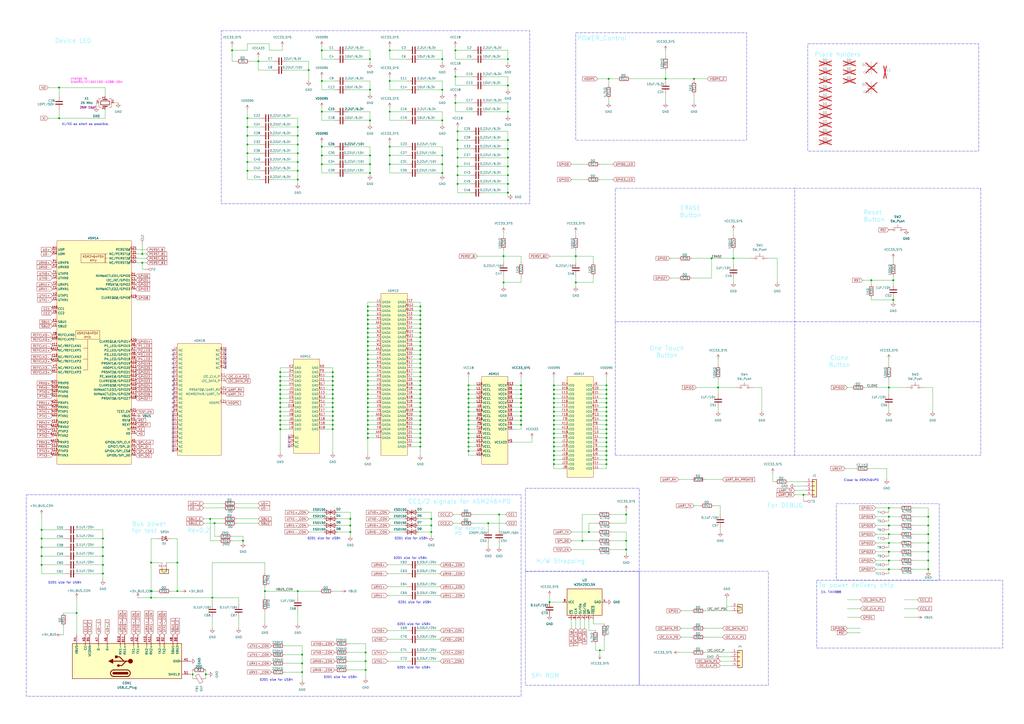
<source format=kicad_sch>
(kicad_sch (version 20250114) (generator "eeschema") (generator_version "9.0")
  (paper "A2")
  (rectangle (start 356.87 109.22) (end 461.01 186.69) (stroke (width 0) (type dash)))
  (rectangle (start 473.71 336.55) (end 581.66 375.92) (stroke (width 0) (type dash)))
  (rectangle (start 334.01 19.05) (end 433.07 81.28) (stroke (width 0) (type dash)))
  (rectangle (start 485.14 292.1) (end 544.83 336.55) (stroke (width 0) (type dash)))
  (rectangle (start 15.24 287.02) (end 302.26 403.86) (stroke (width 0) (type dash)))
  (rectangle (start 370.84 331.47) (end 445.77 397.51) (stroke (width 0) (type dash)))
  (rectangle (start 304.8 283.21) (end 370.84 331.47) (stroke (width 0) (type dash)))
  (rectangle (start 128.27 17.78) (end 307.34 118.11) (stroke (width 0) (type dash)))
  (rectangle (start 461.01 186.69) (end 568.96 264.16) (stroke (width 0) (type dash)))
  (rectangle (start 468.63 25.4) (end 567.69 87.63) (stroke (width 0) (type dash)))
  (rectangle (start 304.8 331.47) (end 370.84 397.51) (stroke (width 0) (type dash)))
  (text "0201 size for USB4 " (at 230.378 387.35 0) (effects (font (size 1.27 1.27)) (justify left)))
  (text "EX. TIXX988" (at 476.25 343.662 0) (effects (font (size 1.27 1.27)) (justify left)))
  (text "change to \nSIWARD/XTL501100-A288-004" (at 40.894 46.736 0) (effects (font (size 1.27 1.27)) (justify left)))
  (text "0201 size for USB4 " (at 150.622 394.462 0) (effects (font (size 1.27 1.27)) (justify left)))
  (text "POWER_Control" (at 349.25 22.352 0) (effects (font (size 2.54 2.54))))
  (text "H/W Strapping" (at 310.896 325.628 0) (effects (font (size 2.54 2.54)) (justify left)))
  (text "0201 size for USB4 " (at 27.94 338.074 0) (effects (font (size 1.27 1.27)) (justify left)))
  (text "0201 size for USB4 " (at 187.706 392.938 0) (effects (font (size 1.27 1.27)) (justify left)))
  (text "XI/XO as short as possible." (at 35.814 72.136 0) (effects (font (size 1.27 1.27)) (justify left)))
  (text "0201 size for USB4 " (at 230.886 349.504 0) (effects (font (size 1.27 1.27)) (justify left)))
  (text "Rev0.2" (at 108.712 307.848 0) (effects (font (size 2.54 2.54)) (justify left)))
  (text "0201 size for USB4 " (at 228.346 323.85 0) (effects (font (size 1.27 1.27)) (justify left)))
  (text "SPI ROM\n" (at 308.102 392.176 0) (effects (font (size 2.54 2.54)) (justify left)))
  (text "Device LED" (at 42.418 23.876 0) (effects (font (size 2.54 2.54))))
  (text "Place holders\n" (at 485.902 31.75 0) (effects (font (size 2.54 2.54))))
  (text "0201 size for USB4 " (at 230.378 362.204 0) (effects (font (size 1.27 1.27)) (justify left)))
  (text "Reset\nButton" (at 500.888 125.476 0) (effects (font (size 2.54 2.54)) (justify left)))
  (text "Bus power \nfor test" (at 76.454 306.07 0) (effects (font (size 2.54 2.54)) (justify left)))
  (text "0201 size for USB4 " (at 228.854 312.42 0) (effects (font (size 1.27 1.27)) (justify left)))
  (text "0201 size for USB4 " (at 178.308 312.42 0) (effects (font (size 1.27 1.27)) (justify left)))
  (text "One Touch\nButton" (at 386.842 204.216 0) (effects (font (size 2.54 2.54))))
  (text "ERASE\nButton" (at 400.558 122.936 0) (effects (font (size 2.54 2.54))))
  (text "Clone\nButton" (at 486.918 209.804 0) (effects (font (size 2.54 2.54))))
  (text "To power delivery chip" (at 474.726 339.598 0) (effects (font (size 2.54 2.54)) (justify left)))
  (text "For external\nPD" (at 263.906 308.102 0) (effects (font (size 1.905 1.905)) (justify left)))
  (text "CC1/2 signals for ASM2464PD" (at 236.728 291.084 0) (effects (font (size 2.54 2.54)) (justify left)))
  (text "For DEBUG" (at 445.008 293.37 0) (effects (font (size 2.54 2.54)) (justify left)))
  (text "Close to ASM2464PD" (at 489.458 278.638 0) (effects (font (size 1.27 1.27)) (justify left)))
  (junction (at 143.51 83.82))
  (junction (at 321.31 269.24))
  (junction (at 321.31 233.68))
  (junction (at 143.51 93.98))
  (junction (at 203.2 300.99))
  (junction (at 321.31 259.08))
  (junction (at 271.78 251.46))
  (junction (at 162.56 223.52))
  (junction (at 351.79 238.76))
  (junction (at 289.56 298.45))
  (junction (at 119.38 391.16))
  (junction (at 351.79 259.08))
  (junction (at 412.75 149.86))
  (junction (at 243.84 238.76))
  (junction (at 318.77 349.25))
  (junction (at 505.46 162.56))
  (junction (at 302.26 243.84))
  (junction (at 321.31 264.16))
  (junction (at 124.46 303.53))
  (junction (at 172.72 83.82))
  (junction (at 243.84 251.46))
  (junction (at 347.98 377.19))
  (junction (at 172.72 104.14))
  (junction (at 386.08 45.72))
  (junction (at 172.72 99.06))
  (junction (at 213.36 208.28))
  (junction (at 186.69 29.21))
  (junction (at 294.64 101.6))
  (junction (at 334.01 148.59))
  (junction (at 264.16 59.69))
  (junction (at 162.56 238.76))
  (junction (at 213.36 231.14))
  (junction (at 294.64 81.28))
  (junction (at 213.36 190.5))
  (junction (at 162.56 243.84))
  (junction (at 213.36 215.9))
  (junction (at 172.72 73.66))
  (junction (at 363.22 298.45))
  (junction (at 518.16 162.56))
  (junction (at 214.63 52.07))
  (junction (at 102.87 342.9))
  (junction (at 363.22 318.77))
  (junction (at 292.1 148.59))
  (junction (at 292.1 163.83))
  (junction (at 271.78 236.22))
  (junction (at 193.04 223.52))
  (junction (at 302.26 226.06))
  (junction (at 351.79 254))
  (junction (at 243.84 198.12))
  (junction (at 213.36 236.22))
  (junction (at 294.64 91.44))
  (junction (at 515.62 320.04))
  (junction (at 213.36 177.8))
  (junction (at 102.87 326.39))
  (junction (at 334.01 163.83))
  (junction (at 265.43 81.28))
  (junction (at 213.36 241.3))
  (junction (at 243.84 185.42))
  (junction (at 353.06 45.72))
  (junction (at 294.64 49.53))
  (junction (at 243.84 259.08))
  (junction (at 213.36 213.36))
  (junction (at 186.69 90.17))
  (junction (at 256.54 69.85))
  (junction (at 111.76 391.16))
  (junction (at 243.84 203.2))
  (junction (at 321.31 238.76))
  (junction (at 162.56 228.6))
  (junction (at 243.84 213.36))
  (junction (at 538.48 304.8))
  (junction (at 243.84 210.82))
  (junction (at 250.19 304.8))
  (junction (at 24.13 307.34))
  (junction (at 243.84 205.74))
  (junction (at 143.51 99.06))
  (junction (at 351.79 264.16))
  (junction (at 351.79 266.7))
  (junction (at 243.84 228.6))
  (junction (at 243.84 248.92))
  (junction (at 243.84 220.98))
  (junction (at 351.79 269.24))
  (junction (at 243.84 187.96))
  (junction (at 212.09 383.54))
  (junction (at 162.56 236.22))
  (junction (at 34.29 50.8))
  (junction (at 212.09 388.62))
  (junction (at 24.13 327.66))
  (junction (at 538.48 309.88))
  (junction (at 271.78 254))
  (junction (at 213.36 205.74))
  (junction (at 351.79 226.06))
  (junction (at 34.29 68.58))
  (junction (at 123.19 346.71))
  (junction (at 341.63 308.61))
  (junction (at 351.79 236.22))
  (junction (at 87.63 346.71))
  (junction (at 213.36 228.6))
  (junction (at 321.31 231.14))
  (junction (at 213.36 180.34))
  (junction (at 264.16 44.45))
  (junction (at 243.84 256.54))
  (junction (at 321.31 243.84))
  (junction (at 243.84 180.34))
  (junction (at 226.06 85.09))
  (junction (at 162.56 233.68))
  (junction (at 538.48 330.2))
  (junction (at 271.78 243.84))
  (junction (at 243.84 233.68))
  (junction (at 283.21 303.53))
  (junction (at 265.43 86.36))
  (junction (at 425.45 149.86))
  (junction (at 212.09 378.46))
  (junction (at 193.04 238.76))
  (junction (at 250.19 300.99))
  (junction (at 302.26 241.3))
  (junction (at 213.36 185.42))
  (junction (at 24.13 317.5))
  (junction (at 351.79 231.14))
  (junction (at 162.56 231.14))
  (junction (at 193.04 228.6))
  (junction (at 213.36 220.98))
  (junction (at 294.64 34.29))
  (junction (at 243.84 182.88))
  (junction (at 186.69 64.77))
  (junction (at 515.659 314.96))
  (junction (at 271.78 261.62))
  (junction (at 351.79 248.92))
  (junction (at 515.62 299.72))
  (junction (at 213.36 238.76))
  (junction (at 214.63 100.33))
  (junction (at 175.26 384.81))
  (junction (at 134.62 29.21))
  (junction (at 213.36 223.52))
  (junction (at 203.2 308.61))
  (junction (at 294.64 96.52))
  (junction (at 213.36 233.68))
  (junction (at 162.56 215.9))
  (junction (at 515.62 224.79))
  (junction (at 302.26 228.6))
  (junction (at 243.84 246.38))
  (junction (at 243.84 236.22))
  (junction (at 515.62 330.2))
  (junction (at 243.84 200.66))
  (junction (at 538.48 299.72))
  (junction (at 203.2 304.8))
  (junction (at 402.59 45.72))
  (junction (at 149.86 35.56))
  (junction (at 250.19 308.61))
  (junction (at 186.69 95.25))
  (junction (at 302.26 231.14))
  (junction (at 265.43 106.68))
  (junction (at 321.31 256.54))
  (junction (at 186.69 46.99))
  (junction (at 515.62 304.8))
  (junction (at 162.56 241.3))
  (junction (at 193.04 246.38))
  (junction (at 87.63 326.39))
  (junction (at 256.54 100.33))
  (junction (at 44.45 355.6))
  (junction (at 351.79 228.6))
  (junction (at 213.36 218.44))
  (junction (at 213.36 198.12))
  (junction (at 175.26 389.89))
  (junction (at 59.69 332.74))
  (junction (at 271.78 248.92))
  (junction (at 172.72 93.98))
  (junction (at 321.31 266.7))
  (junction (at 243.84 177.8))
  (junction (at 271.78 228.6))
  (junction (at 213.36 226.06))
  (junction (at 243.84 193.04))
  (junction (at 271.78 241.3))
  (junction (at 213.36 251.46))
  (junction (at 193.04 233.68))
  (junction (at 193.04 218.44))
  (junction (at 243.84 223.52))
  (junction (at 162.56 246.38))
  (junction (at 302.26 223.52))
  (junction (at 538.48 314.96))
  (junction (at 186.69 85.09))
  (junction (at 256.54 90.17))
  (junction (at 271.78 226.06))
  (junction (at 271.78 259.08))
  (junction (at 153.67 342.9))
  (junction (at 213.36 182.88))
  (junction (at 294.64 86.36))
  (junction (at 243.84 226.06))
  (junction (at 351.79 233.68))
  (junction (at 162.56 226.06))
  (junction (at 193.04 226.06))
  (junction (at 226.06 95.25))
  (junction (at 321.31 251.46))
  (junction (at 143.51 73.66))
  (junction (at 351.79 243.84))
  (junction (at 351.79 256.54))
  (junction (at 271.78 231.14))
  (junction (at 271.78 246.38))
  (junction (at 175.26 379.73))
  (junction (at 351.79 241.3))
  (junction (at 24.13 322.58))
  (junction (at 121.92 300.99))
  (junction (at 256.54 34.29))
  (junction (at 143.51 78.74))
  (junction (at 243.84 218.44))
  (junction (at 143.51 88.9))
  (junction (at 162.56 248.92))
  (junction (at 82.55 152.4))
  (junction (at 264.16 29.21))
  (junction (at 243.84 254))
  (junction (at 302.26 236.22))
  (junction (at 140.97 313.69))
  (junction (at 193.04 241.3))
  (junction (at 24.13 312.42))
  (junction (at 213.36 248.92))
  (junction (at 538.48 320.04))
  (junction (at 294.64 111.76))
  (junction (at 214.63 34.29))
  (junction (at 265.43 96.52))
  (junction (at 518.16 173.99))
  (junction (at 193.04 220.98))
  (junction (at 351.79 246.38))
  (junction (at 243.84 241.3))
  (junction (at 302.26 233.68))
  (junction (at 59.69 312.42))
  (junction (at 213.36 195.58))
  (junction (at 226.06 90.17))
  (junction (at 321.31 254))
  (junction (at 213.36 200.66))
  (junction (at 351.79 223.52))
  (junction (at 321.31 228.6))
  (junction (at 82.55 147.32))
  (junction (at 87.63 342.9))
  (junction (at 243.84 195.58))
  (junction (at 294.64 106.68))
  (junction (at 321.31 241.3))
  (junction (at 294.64 64.77))
  (junction (at 179.07 40.64))
  (junction (at 162.56 218.44))
  (junction (at 226.06 46.99))
  (junction (at 416.56 224.79))
  (junction (at 265.43 101.6))
  (junction (at 466.09 287.02))
  (junction (at 213.36 187.96))
  (junction (at 321.31 226.06))
  (junction (at 213.36 210.82))
  (junction (at 538.48 325.12))
  (junction (at 321.31 248.92))
  (junction (at 302.26 238.76))
  (junction (at 193.04 215.9))
  (junction (at 213.36 254))
  (junction (at 226.06 64.77))
  (junction (at 321.31 236.22))
  (junction (at 172.72 342.9))
  (junction (at 515.62 309.88))
  (junction (at 351.79 251.46))
  (junction (at 213.36 243.84))
  (junction (at 265.43 76.2))
  (junction (at 243.84 231.14))
  (junction (at 243.84 208.28))
  (junction (at 143.51 68.58))
  (junction (at 193.04 231.14))
  (junction (at 193.04 248.92))
  (junction (at 213.36 246.38))
  (junction (at 213.36 193.04))
  (junction (at 321.31 261.62))
  (junction (at 243.84 190.5))
  (junction (at 321.31 246.38))
  (junction (at 302.26 246.38))
  (junction (at 226.06 29.21))
  (junction (at 162.56 220.98))
  (junction (at 213.36 203.2))
  (junction (at 172.72 88.9))
  (junction (at 271.78 223.52))
  (junction (at 321.31 223.52))
  (junction (at 59.69 322.58))
  (junction (at 256.54 52.07))
  (junction (at 271.78 233.68))
  (junction (at 193.04 236.22))
  (junction (at 243.84 215.9))
  (junction (at 172.72 78.74))
  (junction (at 59.69 327.66))
  (junction (at 214.63 69.85))
  (junction (at 363.22 313.69))
  (junction (at 271.78 256.54))
  (junction (at 59.69 317.5))
  (junction (at 515.62 294.64))
  (junction (at 271.78 238.76))
  (junction (at 351.79 261.62))
  (junction (at 193.04 243.84))
  (junction (at 243.84 243.84))
  (junction (at 337.82 313.69))
  (junction (at 214.63 95.25))
  (junction (at 256.54 95.25))
  (junction (at 265.43 91.44))
  (junction (at 515.62 325.12))
  (junction (at 214.63 90.17))
  (no_connect (at 100.33 241.3))
  (no_connect (at 167.64 254))
  (no_connect (at 130.81 208.28))
  (no_connect (at 100.33 220.98))
  (no_connect (at 100.33 254))
  (no_connect (at 100.33 205.74))
  (no_connect (at 167.64 256.54))
  (no_connect (at 100.33 226.06))
  (no_connect (at 130.81 210.82))
  (no_connect (at 100.33 251.46))
  (no_connect (at 100.33 261.62))
  (no_connect (at 100.33 215.9))
  (no_connect (at 100.33 203.2))
  (no_connect (at 100.33 238.76))
  (no_connect (at 100.33 256.54))
  (no_connect (at 100.33 248.92))
  (no_connect (at 130.81 213.36))
  (no_connect (at 100.33 208.28))
  (no_connect (at 100.33 218.44))
  (no_connect (at 100.33 233.68))
  (no_connect (at 100.33 231.14))
  (no_connect (at 100.33 213.36))
  (no_connect (at 100.33 210.82))
  (no_connect (at 100.33 259.08))
  (no_connect (at 100.33 246.38))
  (no_connect (at 130.81 203.2))
  (no_connect (at 100.33 228.6))
  (no_connect (at 100.33 236.22))
  (no_connect (at 167.64 259.08))
  (no_connect (at 100.33 243.84))
  (no_connect (at 130.81 205.74))
  (no_connect (at 100.33 223.52))
  (wire (pts (xy 346.71 266.7) (xy 351.79 266.7)))
  (wire (pts (xy 238.76 182.88) (xy 243.84 182.88)))
  (wire (pts (xy 243.84 203.2) (xy 243.84 205.74)))
  (wire (pts (xy 213.36 251.46) (xy 213.36 254)))
  (wire (pts (xy 214.63 100.33) (xy 214.63 101.6)))
  (wire (pts (xy 213.36 236.22) (xy 213.36 238.76)))
  (wire (pts (xy 243.84 220.98) (xy 243.84 223.52)))
  (wire (pts (xy 297.18 228.6) (xy 302.26 228.6)))
  (wire (pts (xy 236.22 46.99) (xy 226.06 46.99)))
  (wire (pts (xy 457.2 279.4) (xy 467.36 279.4)))
  (wire (pts (xy 203.2 304.8) (xy 203.2 308.61)))
  (wire (pts (xy 351.79 261.62) (xy 351.79 264.16)))
  (wire (pts (xy 194.31 90.17) (xy 186.69 90.17)))
  (wire (pts (xy 218.44 185.42) (xy 213.36 185.42)))
  (wire (pts (xy 213.36 215.9) (xy 213.36 218.44)))
  (wire (pts (xy 341.63 308.61) (xy 346.71 308.61)))
  (wire (pts (xy 351.79 248.92) (xy 346.71 248.92)))
  (wire (pts (xy 187.96 213.36) (xy 193.04 213.36)))
  (wire (pts (xy 276.86 246.38) (xy 271.78 246.38)))
  (wire (pts (xy 179.07 308.61) (xy 187.96 308.61)))
  (wire (pts (xy 214.63 52.07) (xy 214.63 54.61)))
  (wire (pts (xy 504.19 271.78) (xy 514.35 271.78)))
  (wire (pts (xy 243.84 185.42) (xy 243.84 187.96)))
  (wire (pts (xy 121.92 300.99) (xy 129.54 300.99)))
  (wire (pts (xy 218.44 248.92) (xy 213.36 248.92)))
  (wire (pts (xy 143.51 88.9) (xy 151.13 88.9)))
  (wire (pts (xy 262.89 303.53) (xy 266.7 303.53)))
  (wire (pts (xy 346.71 251.46) (xy 351.79 251.46)))
  (wire (pts (xy 236.22 85.09) (xy 226.06 85.09)))
  (wire (pts (xy 186.69 100.33) (xy 186.69 95.25)))
  (wire (pts (xy 265.43 101.6) (xy 265.43 106.68)))
  (wire (pts (xy 36.83 368.3) (xy 36.83 363.22)))
  (wire (pts (xy 271.78 251.46) (xy 271.78 254)))
  (wire (pts (xy 45.72 322.58) (xy 59.69 322.58)))
  (wire (pts (xy 297.18 238.76) (xy 302.26 238.76)))
  (wire (pts (xy 326.39 243.84) (xy 321.31 243.84)))
  (wire (pts (xy 264.16 49.53) (xy 264.16 44.45)))
  (wire (pts (xy 292.1 134.62) (xy 292.1 137.16)))
  (wire (pts (xy 421.64 351.79) (xy 421.64 346.71)))
  (wire (pts (xy 194.31 52.07) (xy 186.69 52.07)))
  (wire (pts (xy 321.31 259.08) (xy 321.31 261.62)))
  (wire (pts (xy 448.31 274.32) (xy 448.31 279.4)))
  (wire (pts (xy 218.44 182.88) (xy 213.36 182.88)))
  (wire (pts (xy 515.62 309.88) (xy 515.62 312.42)))
  (wire (pts (xy 105.41 342.9) (xy 102.87 342.9)))
  (wire (pts (xy 529.59 294.64) (xy 538.48 294.64)))
  (wire (pts (xy 321.31 261.62) (xy 321.31 264.16)))
  (wire (pts (xy 34.29 63.5) (xy 34.29 68.58)))
  (wire (pts (xy 280.67 106.68) (xy 294.64 106.68)))
  (wire (pts (xy 321.31 248.92) (xy 321.31 251.46)))
  (wire (pts (xy 218.44 208.28) (xy 213.36 208.28)))
  (wire (pts (xy 280.67 81.28) (xy 294.64 81.28)))
  (wire (pts (xy 538.48 320.04) (xy 538.48 325.12)))
  (wire (pts (xy 224.79 365.76) (xy 236.22 365.76)))
  (wire (pts (xy 491.49 347.98) (xy 499.11 347.98)))
  (wire (pts (xy 201.93 52.07) (xy 214.63 52.07)))
  (wire (pts (xy 326.39 254) (xy 321.31 254)))
  (wire (pts (xy 276.86 264.16) (xy 271.78 264.16)))
  (polyline (pts (xy 568.96 109.22) (xy 568.96 186.69)) (stroke (width 0) (type dash)))
  (wire (pts (xy 195.58 297.18) (xy 203.2 297.18)))
  (wire (pts (xy 143.51 73.66) (xy 143.51 78.74)))
  (wire (pts (xy 187.96 233.68) (xy 193.04 233.68)))
  (wire (pts (xy 201.93 95.25) (xy 214.63 95.25)))
  (wire (pts (xy 193.04 231.14) (xy 193.04 233.68)))
  (wire (pts (xy 201.93 46.99) (xy 214.63 46.99)))
  (wire (pts (xy 213.36 226.06) (xy 213.36 228.6)))
  (wire (pts (xy 326.39 264.16) (xy 321.31 264.16)))
  (wire (pts (xy 425.45 161.29) (xy 425.45 163.83)))
  (wire (pts (xy 165.1 374.65) (xy 175.26 374.65)))
  (wire (pts (xy 505.46 172.72) (xy 505.46 173.99)))
  (wire (pts (xy 193.04 236.22) (xy 193.04 238.76)))
  (wire (pts (xy 271.78 223.52) (xy 271.78 226.06)))
  (wire (pts (xy 179.07 35.56) (xy 179.07 40.64)))
  (wire (pts (xy 226.06 300.99) (xy 234.95 300.99)))
  (wire (pts (xy 264.16 59.69) (xy 264.16 57.15)))
  (wire (pts (xy 187.96 246.38) (xy 193.04 246.38)))
  (wire (pts (xy 302.26 236.22) (xy 297.18 236.22)))
  (wire (pts (xy 212.09 373.38) (xy 212.09 378.46)))
  (wire (pts (xy 187.96 215.9) (xy 193.04 215.9)))
  (wire (pts (xy 162.56 233.68) (xy 162.56 236.22)))
  (wire (pts (xy 243.84 64.77) (xy 256.54 64.77)))
  (wire (pts (xy 238.76 203.2) (xy 243.84 203.2)))
  (wire (pts (xy 276.86 228.6) (xy 271.78 228.6)))
  (wire (pts (xy 127 313.69) (xy 121.92 313.69)))
  (wire (pts (xy 166.37 40.64) (xy 179.07 40.64)))
  (wire (pts (xy 461.01 287.02) (xy 466.09 287.02)))
  (wire (pts (xy 243.84 190.5) (xy 243.84 193.04)))
  (wire (pts (xy 326.39 226.06) (xy 321.31 226.06)))
  (wire (pts (xy 347.98 377.19) (xy 345.44 377.19)))
  (wire (pts (xy 24.13 298.45) (xy 24.13 307.34)))
  (wire (pts (xy 167.64 238.76) (xy 162.56 238.76)))
  (wire (pts (xy 143.51 68.58) (xy 143.51 73.66)))
  (wire (pts (xy 87.63 342.9) (xy 87.63 326.39)))
  (wire (pts (xy 425.45 149.86) (xy 435.61 149.86)))
  (wire (pts (xy 238.76 223.52) (xy 243.84 223.52)))
  (wire (pts (xy 153.67 326.39) (xy 123.19 326.39)))
  (wire (pts (xy 194.31 69.85) (xy 186.69 69.85)))
  (wire (pts (xy 276.86 231.14) (xy 271.78 231.14)))
  (wire (pts (xy 280.67 91.44) (xy 294.64 91.44)))
  (wire (pts (xy 87.63 312.42) (xy 91.44 312.42)))
  (wire (pts (xy 351.79 251.46) (xy 351.79 254)))
  (wire (pts (xy 292.1 163.83) (xy 292.1 160.02)))
  (wire (pts (xy 186.69 69.85) (xy 186.69 64.77)))
  (wire (pts (xy 297.18 233.68) (xy 302.26 233.68)))
  (wire (pts (xy 226.06 82.55) (xy 226.06 85.09)))
  (wire (pts (xy 96.52 326.39) (xy 102.87 326.39)))
  (wire (pts (xy 354.33 313.69) (xy 363.22 313.69)))
  (wire (pts (xy 243.84 213.36) (xy 243.84 215.9)))
  (wire (pts (xy 274.32 34.29) (xy 264.16 34.29)))
  (wire (pts (xy 162.56 223.52) (xy 162.56 226.06)))
  (wire (pts (xy 276.86 259.08) (xy 271.78 259.08)))
  (wire (pts (xy 351.79 231.14) (xy 351.79 233.68)))
  (wire (pts (xy 351.79 266.7) (xy 351.79 269.24)))
  (wire (pts (xy 346.71 298.45) (xy 337.82 298.45)))
  (wire (pts (xy 256.54 46.99) (xy 256.54 52.07)))
  (wire (pts (xy 201.93 378.46) (xy 212.09 378.46)))
  (wire (pts (xy 24.13 312.42) (xy 24.13 307.34)))
  (wire (pts (xy 203.2 297.18) (xy 203.2 300.99)))
  (wire (pts (xy 99.06 342.9) (xy 102.87 342.9)))
  (wire (pts (xy 294.64 44.45) (xy 294.64 49.53)))
  (wire (pts (xy 158.75 68.58) (xy 172.72 68.58)))
  (wire (pts (xy 354.33 298.45) (xy 363.22 298.45)))
  (wire (pts (xy 289.56 298.45) (xy 289.56 307.34)))
  (wire (pts (xy 280.67 96.52) (xy 294.64 96.52)))
  (wire (pts (xy 213.36 198.12) (xy 213.36 200.66)))
  (wire (pts (xy 490.22 271.78) (xy 496.57 271.78)))
  (wire (pts (xy 218.44 228.6) (xy 213.36 228.6)))
  (wire (pts (xy 172.72 342.9) (xy 185.42 342.9)))
  (wire (pts (xy 331.47 359.41) (xy 331.47 364.49)))
  (wire (pts (xy 213.36 248.92) (xy 213.36 251.46)))
  (wire (pts (xy 243.84 223.52) (xy 243.84 226.06)))
  (wire (pts (xy 218.44 203.2) (xy 213.36 203.2)))
  (wire (pts (xy 347.98 377.19) (xy 347.98 379.73)))
  (wire (pts (xy 143.51 88.9) (xy 143.51 93.98)))
  (wire (pts (xy 218.44 215.9) (xy 213.36 215.9)))
  (wire (pts (xy 36.83 355.6) (xy 44.45 355.6)))
  (wire (pts (xy 193.04 213.36) (xy 193.04 215.9)))
  (wire (pts (xy 119.38 393.7) (xy 119.38 391.16)))
  (wire (pts (xy 162.56 231.14) (xy 162.56 233.68)))
  (wire (pts (xy 193.04 238.76) (xy 187.96 238.76)))
  (wire (pts (xy 243.84 187.96) (xy 243.84 190.5)))
  (wire (pts (xy 243.84 215.9) (xy 243.84 218.44)))
  (wire (pts (xy 243.84 175.26) (xy 243.84 177.8)))
  (wire (pts (xy 339.09 359.41) (xy 339.09 364.49)))
  (wire (pts (xy 518.16 172.72) (xy 518.16 173.99)))
  (wire (pts (xy 137.16 294.64) (xy 149.86 294.64)))
  (wire (pts (xy 271.78 243.84) (xy 271.78 246.38)))
  (wire (pts (xy 302.26 218.44) (xy 302.26 223.52)))
  (wire (pts (xy 243.84 228.6) (xy 243.84 231.14)))
  (wire (pts (xy 515.62 224.79) (xy 525.78 224.79)))
  (wire (pts (xy 515.62 236.22) (xy 515.62 238.76)))
  (wire (pts (xy 346.71 264.16) (xy 351.79 264.16)))
  (wire (pts (xy 515.62 325.12) (xy 521.97 325.12)))
  (wire (pts (xy 283.21 303.53) (xy 283.21 307.34)))
  (wire (pts (xy 326.39 223.52) (xy 321.31 223.52)))
  (wire (pts (xy 425.45 133.35) (xy 425.45 137.16)))
  (wire (pts (xy 417.83 386.08) (xy 424.18 386.08)))
  (wire (pts (xy 59.69 322.58) (xy 59.69 327.66)))
  (wire (pts (xy 213.36 228.6) (xy 213.36 231.14)))
  (wire (pts (xy 350.52 369.57) (xy 350.52 377.19)))
  (wire (pts (xy 243.84 236.22) (xy 243.84 238.76)))
  (wire (pts (xy 265.43 76.2) (xy 265.43 81.28)))
  (wire (pts (xy 85.09 152.4) (xy 82.55 152.4)))
  (wire (pts (xy 143.51 99.06) (xy 151.13 99.06)))
  (wire (pts (xy 417.83 306.07) (xy 417.83 308.61)))
  (wire (pts (xy 218.44 220.98) (xy 213.36 220.98)))
  (wire (pts (xy 59.69 332.74) (xy 59.69 336.55)))
  (wire (pts (xy 213.36 175.26) (xy 213.36 177.8)))
  (wire (pts (xy 162.56 236.22) (xy 162.56 238.76)))
  (wire (pts (xy 213.36 254) (xy 213.36 264.16)))
  (wire (pts (xy 515.659 314.96) (xy 515.659 317.5)))
  (wire (pts (xy 271.78 218.44) (xy 271.78 223.52)))
  (wire (pts (xy 271.78 231.14) (xy 271.78 233.68)))
  (wire (pts (xy 344.17 160.02) (xy 344.17 163.83)))
  (wire (pts (xy 344.17 359.41) (xy 344.17 361.95)))
  (wire (pts (xy 508 294.64) (xy 515.62 294.64)))
  (wire (pts (xy 226.06 90.17) (xy 226.06 85.09)))
  (wire (pts (xy 351.79 233.68) (xy 351.79 236.22)))
  (wire (pts (xy 529.59 299.72) (xy 538.48 299.72)))
  (wire (pts (xy 162.56 218.44) (xy 167.64 218.44)))
  (wire (pts (xy 80.01 346.71) (xy 87.63 346.71)))
  (wire (pts (xy 393.7 378.46) (xy 401.32 378.46)))
  (wire (pts (xy 187.96 228.6) (xy 193.04 228.6)))
  (wire (pts (xy 491.49 367.03) (xy 499.11 367.03)))
  (wire (pts (xy 218.44 218.44) (xy 213.36 218.44)))
  (wire (pts (xy 243.84 210.82) (xy 243.84 213.36)))
  (wire (pts (xy 344.17 148.59) (xy 334.01 148.59)))
  (wire (pts (xy 515.62 304.8) (xy 521.97 304.8)))
  (wire (pts (xy 297.18 231.14) (xy 302.26 231.14)))
  (polyline (pts (xy 356.87 186.69) (xy 356.87 264.16)) (stroke (width 0) (type dash)))
  (wire (pts (xy 238.76 205.74) (xy 243.84 205.74)))
  (wire (pts (xy 515.62 330.2) (xy 521.97 330.2)))
  (wire (pts (xy 236.22 95.25) (xy 226.06 95.25)))
  (wire (pts (xy 321.31 223.52) (xy 321.31 226.06)))
  (wire (pts (xy 276.86 148.59) (xy 292.1 148.59)))
  (wire (pts (xy 24.13 317.5) (xy 24.13 322.58)))
  (wire (pts (xy 124.46 311.15) (xy 124.46 303.53)))
  (wire (pts (xy 162.56 243.84) (xy 167.64 243.84)))
  (wire (pts (xy 524.51 347.98) (xy 532.13 347.98)))
  (wire (pts (xy 172.72 68.58) (xy 172.72 73.66)))
  (wire (pts (xy 346.71 246.38) (xy 351.79 246.38)))
  (wire (pts (xy 193.04 238.76) (xy 193.04 241.3)))
  (wire (pts (xy 308.61 254) (xy 308.61 256.54)))
  (wire (pts (xy 363.22 298.45) (xy 363.22 295.91)))
  (wire (pts (xy 83.82 156.21) (xy 82.55 156.21)))
  (wire (pts (xy 213.36 218.44) (xy 213.36 220.98)))
  (wire (pts (xy 193.04 241.3) (xy 193.04 243.84)))
  (wire (pts (xy 408.94 278.13) (xy 419.1 278.13)))
  (wire (pts (xy 281.94 29.21) (xy 294.64 29.21)))
  (wire (pts (xy 331.47 95.25) (xy 340.36 95.25)))
  (wire (pts (xy 271.78 236.22) (xy 271.78 238.76)))
  (wire (pts (xy 351.79 236.22) (xy 346.71 236.22)))
  (wire (pts (xy 143.51 68.58) (xy 151.13 68.58)))
  (wire (pts (xy 294.64 81.28) (xy 294.64 86.36)))
  (wire (pts (xy 412.75 149.86) (xy 425.45 149.86)))
  (wire (pts (xy 102.87 326.39) (xy 102.87 312.42)))
  (wire (pts (xy 416.56 224.79) (xy 426.72 224.79)))
  (wire (pts (xy 302.26 152.4) (xy 302.26 148.59)))
  (wire (pts (xy 292.1 148.59) (xy 292.1 144.78)))
  (wire (pts (xy 158.75 99.06) (xy 172.72 99.06)))
  (wire (pts (xy 243.84 243.84) (xy 243.84 246.38)))
  (wire (pts (xy 93.98 326.39) (xy 87.63 326.39)))
  (wire (pts (xy 226.06 52.07) (xy 226.06 46.99)))
  (wire (pts (xy 153.67 342.9) (xy 153.67 346.71)))
  (wire (pts (xy 153.67 332.74) (xy 153.67 326.39)))
  (wire (pts (xy 353.06 57.15) (xy 353.06 59.69)))
  (wire (pts (xy 214.63 46.99) (xy 214.63 52.07)))
  (wire (pts (xy 162.56 231.14) (xy 167.64 231.14)))
  (wire (pts (xy 213.36 195.58) (xy 213.36 198.12)))
  (wire (pts (xy 214.63 85.09) (xy 214.63 90.17)))
  (wire (pts (xy 224.79 332.74) (xy 236.22 332.74)))
  (wire (pts (xy 162.56 241.3) (xy 162.56 243.84)))
  (wire (pts (xy 354.33 318.77) (xy 363.22 318.77)))
  (wire (pts (xy 172.72 88.9) (xy 172.72 93.98)))
  (wire (pts (xy 265.43 106.68) (xy 265.43 111.76)))
  (wire (pts (xy 158.75 78.74) (xy 172.72 78.74)))
  (wire (pts (xy 515.62 224.79) (xy 515.62 228.6)))
  (wire (pts (xy 172.72 83.82) (xy 172.72 88.9)))
  (wire (pts (xy 283.21 314.96) (xy 283.21 317.5)))
  (wire (pts (xy 213.36 220.98) (xy 213.36 223.52)))
  (wire (pts (xy 242.57 308.61) (xy 250.19 308.61)))
  (wire (pts (xy 45.72 307.34) (xy 59.69 307.34)))
  (wire (pts (xy 466.09 287.02) (xy 466.09 290.83)))
  (wire (pts (xy 158.75 104.14) (xy 172.72 104.14)))
  (wire (pts (xy 351.79 223.52) (xy 351.79 226.06)))
  (wire (pts (xy 163.83 29.21) (xy 156.21 29.21)))
  (wire (pts (xy 243.84 208.28) (xy 243.84 210.82)))
  (wire (pts (xy 346.71 226.06) (xy 351.79 226.06)))
  (wire (pts (xy 505.46 165.1) (xy 505.46 162.56)))
  (wire (pts (xy 321.31 264.16) (xy 321.31 266.7)))
  (wire (pts (xy 162.56 220.98) (xy 167.64 220.98)))
  (wire (pts (xy 491.49 353.06) (xy 499.11 353.06)))
  (wire (pts (xy 179.07 300.99) (xy 187.96 300.99)))
  (wire (pts (xy 302.26 246.38) (xy 302.26 248.92)))
  (wire (pts (xy 187.96 236.22) (xy 193.04 236.22)))
  (wire (pts (xy 45.72 317.5) (xy 59.69 317.5)))
  (wire (pts (xy 213.36 187.96) (xy 218.44 187.96)))
  (wire (pts (xy 535.94 224.79) (xy 541.02 224.79)))
  (wire (pts (xy 224.79 345.44) (xy 236.22 345.44)))
  (wire (pts (xy 394.97 354.33) (xy 401.32 354.33)))
  (wire (pts (xy 508 299.72) (xy 515.62 299.72)))
  (wire (pts (xy 321.31 241.3) (xy 321.31 243.84)))
  (wire (pts (xy 294.64 59.69) (xy 294.64 64.77)))
  (wire (pts (xy 236.22 64.77) (xy 226.06 64.77)))
  (wire (pts (xy 351.79 243.84) (xy 351.79 246.38)))
  (wire (pts (xy 213.36 243.84) (xy 213.36 246.38)))
  (wire (pts (xy 265.43 91.44) (xy 273.05 91.44)))
  (wire (pts (xy 198.12 342.9) (xy 193.04 342.9)))
  (wire (pts (xy 165.1 379.73) (xy 175.26 379.73)))
  (wire (pts (xy 134.62 311.15) (xy 140.97 311.15)))
  (wire (pts (xy 213.36 205.74) (xy 213.36 208.28)))
  (wire (pts (xy 518.16 162.56) (xy 518.16 165.1)))
  (wire (pts (xy 346.71 271.78) (xy 351.79 271.78)))
  (wire (pts (xy 243.84 370.84) (xy 255.27 370.84)))
  (wire (pts (xy 515.62 294.64) (xy 515.62 297.18)))
  (wire (pts (xy 331.47 308.61) (xy 341.63 308.61)))
  (wire (pts (xy 166.37 35.56) (xy 179.07 35.56)))
  (wire (pts (xy 250.19 297.18) (xy 250.19 300.99)))
  (wire (pts (xy 281.94 44.45) (xy 294.64 44.45)))
  (wire (pts (xy 326.39 271.78) (xy 321.31 271.78)))
  (wire (pts (xy 60.96 63.5) (xy 60.96 68.58)))
  (wire (pts (xy 351.79 264.16) (xy 351.79 266.7)))
  (wire (pts (xy 45.72 332.74) (xy 59.69 332.74)))
  (wire (pts (xy 238.76 231.14) (xy 243.84 231.14)))
  (wire (pts (xy 538.48 309.88) (xy 538.48 314.96)))
  (wire (pts (xy 515.62 294.64) (xy 521.97 294.64)))
  (wire (pts (xy 271.78 226.06) (xy 271.78 228.6)))
  (wire (pts (xy 140.97 313.69) (xy 140.97 314.96)))
  (wire (pts (xy 243.84 254) (xy 243.84 256.54)))
  (wire (pts (xy 193.04 248.92) (xy 193.04 262.89)))
  (wire (pts (xy 505.46 162.56) (xy 518.16 162.56)))
  (wire (pts (xy 201.93 85.09) (xy 214.63 85.09)))
  (wire (pts (xy 363.22 308.61) (xy 363.22 313.69)))
  (wire (pts (xy 264.16 29.21) (xy 264.16 26.67)))
  (wire (pts (xy 238.76 180.34) (xy 243.84 180.34)))
  (wire (pts (xy 351.79 248.92) (xy 351.79 251.46)))
  (wire (pts (xy 250.19 304.8) (xy 250.19 308.61)))
  (wire (pts (xy 321.31 218.44) (xy 321.31 223.52)))
  (wire (pts (xy 326.39 259.08) (xy 321.31 259.08)))
  (wire (pts (xy 162.56 233.68) (xy 167.64 233.68)))
  (wire (pts (xy 193.04 218.44) (xy 193.04 220.98)))
  (wire (pts (xy 134.62 29.21) (xy 134.62 26.67)))
  (wire (pts (xy 123.19 346.71) (xy 138.43 346.71)))
  (wire (pts (xy 162.56 248.92) (xy 162.56 262.89)))
  (wire (pts (xy 218.44 233.68) (xy 213.36 233.68)))
  (wire (pts (xy 179.07 40.64) (xy 179.07 46.99)))
  (wire (pts (xy 461.01 284.48) (xy 467.36 284.48)))
  (wire (pts (xy 38.1 327.66) (xy 24.13 327.66)))
  (wire (pts (xy 294.64 91.44) (xy 294.64 96.52)))
  (wire (pts (xy 294.64 34.29) (xy 294.64 36.83)))
  (wire (pts (xy 276.86 261.62) (xy 271.78 261.62)))
  (wire (pts (xy 214.63 29.21) (xy 214.63 34.29)))
  (wire (pts (xy 243.84 246.38) (xy 243.84 248.92)))
  (wire (pts (xy 386.08 45.72) (xy 386.08 46.99)))
  (wire (pts (xy 238.76 243.84) (xy 243.84 243.84)))
  (wire (pts (xy 243.84 241.3) (xy 243.84 243.84)))
  (wire (pts (xy 297.18 223.52) (xy 302.26 223.52)))
  (wire (pts (xy 466.09 287.02) (xy 467.36 287.02)))
  (wire (pts (xy 243.84 226.06) (xy 243.84 228.6)))
  (wire (pts (xy 193.04 223.52) (xy 193.04 226.06)))
  (wire (pts (xy 34.29 50.8) (xy 34.29 55.88)))
  (wire (pts (xy 294.64 96.52) (xy 294.64 101.6)))
  (wire (pts (xy 402.59 46.99) (xy 402.59 45.72)))
  (wire (pts (xy 294.64 86.36) (xy 294.64 91.44)))
  (wire (pts (xy 213.36 208.28) (xy 213.36 210.82)))
  (wire (pts (xy 417.83 293.37) (xy 417.83 298.45)))
  (wire (pts (xy 218.44 177.8) (xy 213.36 177.8)))
  (wire (pts (xy 491.49 364.49) (xy 499.11 364.49)))
  (wire (pts (xy 194.31 34.29) (xy 186.69 34.29)))
  (wire (pts (xy 203.2 300.99) (xy 203.2 304.8)))
  (wire (pts (xy 201.93 69.85) (xy 214.63 69.85)))
  (wire (pts (xy 162.56 226.06) (xy 162.56 228.6)))
  (wire (pts (xy 294.64 106.68) (xy 294.64 111.76)))
  (wire (pts (xy 302.26 228.6) (xy 302.26 231.14)))
  (wire (pts (xy 187.96 248.92) (xy 193.04 248.92)))
  (wire (pts (xy 491.49 358.14) (xy 499.11 358.14)))
  (wire (pts (xy 297.18 243.84) (xy 302.26 243.84)))
  (wire (pts (xy 271.78 259.08) (xy 271.78 261.62)))
  (wire (pts (xy 302.26 163.83) (xy 292.1 163.83)))
  (wire (pts (xy 256.54 64.77) (xy 256.54 69.85)))
  (wire (pts (xy 271.78 233.68) (xy 271.78 236.22)))
  (wire (pts (xy 134.62 313.69) (xy 140.97 313.69)))
  (wire (pts (xy 508 330.2) (xy 515.62 330.2)))
  (wire (pts (xy 346.71 261.62) (xy 351.79 261.62)))
  (wire (pts (xy 151.13 104.14) (xy 143.51 104.14)))
  (wire (pts (xy 243.84 180.34) (xy 243.84 182.88)))
  (wire (pts (xy 276.86 223.52) (xy 271.78 223.52)))
  (wire (pts (xy 271.78 238.76) (xy 271.78 241.3)))
  (wire (pts (xy 214.63 90.17) (xy 214.63 95.25)))
  (wire (pts (xy 346.71 223.52) (xy 351.79 223.52)))
  (wire (pts (xy 213.36 177.8) (xy 213.36 180.34)))
  (wire (pts (xy 158.75 88.9) (xy 172.72 88.9)))
  (wire (pts (xy 143.51 63.5) (xy 143.51 68.58)))
  (wire (pts (xy 38.1 322.58) (xy 24.13 322.58)))
  (wire (pts (xy 186.69 82.55) (xy 186.69 85.09)))
  (wire (pts (xy 515.62 330.2) (xy 515.62 332.74)))
  (wire (pts (xy 134.62 35.56) (xy 134.62 29.21)))
  (wire (pts (xy 175.26 389.89) (xy 175.26 394.97)))
  (wire (pts (xy 529.59 330.2) (xy 538.48 330.2)))
  (wire (pts (xy 276.86 251.46) (xy 271.78 251.46)))
  (wire (pts (xy 242.57 300.99) (xy 250.19 300.99)))
  (wire (pts (xy 302.26 223.52) (xy 302.26 226.06)))
  (wire (pts (xy 162.56 246.38) (xy 167.64 246.38)))
  (wire (pts (xy 87.63 346.71) (xy 123.19 346.71)))
  (wire (pts (xy 137.16 300.99) (xy 149.86 300.99)))
  (wire (pts (xy 351.79 238.76) (xy 351.79 241.3)))
  (wire (pts (xy 321.31 236.22) (xy 321.31 238.76)))
  (wire (pts (xy 302.26 148.59) (xy 292.1 148.59)))
  (wire (pts (xy 162.56 246.38) (xy 162.56 248.92)))
  (wire (pts (xy 138.43 358.14) (xy 138.43 364.49)))
  (wire (pts (xy 167.64 226.06) (xy 162.56 226.06)))
  (wire (pts (xy 363.22 303.53) (xy 363.22 298.45)))
  (wire (pts (xy 256.54 34.29) (xy 256.54 36.83)))
  (wire (pts (xy 408.94 354.33) (xy 424.18 354.33)))
  (wire (pts (xy 143.51 78.74) (xy 143.51 83.82)))
  (wire (pts (xy 224.79 327.66) (xy 236.22 327.66)))
  (wire (pts (xy 243.84 195.58) (xy 243.84 198.12)))
  (wire (pts (xy 24.13 312.42) (xy 24.13 317.5)))
  (wire (pts (xy 226.06 297.18) (xy 234.95 297.18)))
  (wire (pts (xy 280.67 101.6) (xy 294.64 101.6)))
  (wire (pts (xy 243.84 233.68) (xy 243.84 236.22)))
  (wire (pts (xy 351.79 218.44) (xy 351.79 223.52)))
  (wire (pts (xy 186.69 52.07) (xy 186.69 46.99)))
  (wire (pts (xy 226.06 304.8) (xy 234.95 304.8)))
  (wire (pts (xy 351.79 254) (xy 351.79 256.54)))
  (wire (pts (xy 271.78 254) (xy 271.78 256.54)))
  (wire (pts (xy 524.51 353.06) (xy 532.13 353.06)))
  (wire (pts (xy 243.84 29.21) (xy 256.54 29.21)))
  (wire (pts (xy 163.83 29.21) (xy 163.83 26.67)))
  (wire (pts (xy 82.55 147.32) (xy 78.74 147.32)))
  (wire (pts (xy 344.17 152.4) (xy 344.17 148.59)))
  (wire (pts (xy 294.64 101.6) (xy 294.64 106.68)))
  (wire (pts (xy 158.75 35.56) (xy 149.86 35.56)))
  (wire (pts (xy 193.04 246.38) (xy 193.04 248.92)))
  (wire (pts (xy 201.93 34.29) (xy 214.63 34.29)))
  (wire (pts (xy 461.01 281.94) (xy 467.36 281.94)))
  (wire (pts (xy 334.01 163.83) (xy 334.01 160.02)))
  (wire (pts (xy 297.18 256.54) (xy 308.61 256.54)))
  (wire (pts (xy 194.31 100.33) (xy 186.69 100.33)))
  (wire (pts (xy 172.72 73.66) (xy 172.72 78.74)))
  (wire (pts (xy 264.16 44.45) (xy 264.16 41.91)))
  (wire (pts (xy 265.43 73.66) (xy 265.43 76.2)))
  (wire (pts (xy 508 309.88) (xy 515.62 309.88)))
  (wire (pts (xy 401.32 161.29) (xy 412.75 161.29)))
  (wire (pts (xy 501.65 224.79) (xy 515.62 224.79)))
  (wire (pts (xy 35.56 368.3) (xy 36.83 368.3)))
  (wire (pts (xy 82.55 152.4) (xy 82.55 156.21)))
  (wire (pts (xy 158.75 83.82) (xy 172.72 83.82)))
  (wire (pts (xy 123.19 326.39) (xy 123.19 346.71)))
  (wire (pts (xy 193.04 228.6) (xy 193.04 231.14)))
  (wire (pts (xy 276.86 233.68) (xy 271.78 233.68)))
  (wire (pts (xy 326.39 266.7) (xy 321.31 266.7)))
  (wire (pts (xy 242.57 297.18) (xy 250.19 297.18)))
  (wire (pts (xy 321.31 238.76) (xy 321.31 241.3)))
  (wire (pts (xy 334.01 359.41) (xy 334.01 364.49)))
  (wire (pts (xy 321.31 228.6) (xy 321.31 231.14)))
  (wire (pts (xy 346.71 45.72) (xy 353.06 45.72)))
  (wire (pts (xy 388.62 161.29) (xy 393.7 161.29)))
  (wire (pts (xy 243.84 332.74) (xy 255.27 332.74)))
  (wire (pts (xy 85.09 147.32) (xy 82.55 147.32)))
  (wire (pts (xy 243.84 256.54) (xy 238.76 256.54)))
  (wire (pts (xy 238.76 193.04) (xy 243.84 193.04)))
  (wire (pts (xy 321.31 231.14) (xy 321.31 233.68)))
  (wire (pts (xy 289.56 314.96) (xy 289.56 317.5)))
  (wire (pts (xy 123.19 346.71) (xy 123.19 350.52)))
  (wire (pts (xy 243.84 345.44) (xy 255.27 345.44)))
  (wire (pts (xy 226.06 34.29) (xy 226.06 29.21)))
  (wire (pts (xy 238.76 185.42) (xy 243.84 185.42)))
  (wire (pts (xy 414.02 293.37) (xy 417.83 293.37)))
  (wire (pts (xy 302.26 226.06) (xy 302.26 228.6)))
  (wire (pts (xy 66.04 59.69) (xy 68.58 59.69)))
  (wire (pts (xy 408.94 369.57) (xy 419.1 369.57)))
  (wire (pts (xy 143.51 25.4) (xy 143.51 29.21)))
  (wire (pts (xy 341.63 365.76) (xy 345.44 365.76)))
  (wire (pts (xy 297.18 246.38) (xy 302.26 246.38)))
  (wire (pts (xy 363.22 318.77) (xy 363.22 321.31)))
  (wire (pts (xy 243.84 251.46) (xy 243.84 254)))
  (wire (pts (xy 321.31 243.84) (xy 321.31 246.38)))
  (wire (pts (xy 194.31 85.09) (xy 186.69 85.09)))
  (wire (pts (xy 102.87 312.42) (xy 99.06 312.42)))
  (wire (pts (xy 226.06 69.85) (xy 226.06 64.77)))
  (wire (pts (xy 386.08 54.61) (xy 386.08 59.69)))
  (wire (pts (xy 193.04 226.06) (xy 193.04 228.6)))
  (wire (pts (xy 265.43 81.28) (xy 273.05 81.28)))
  (wire (pts (xy 226.06 46.99) (xy 226.06 44.45)))
  (wire (pts (xy 193.04 215.9) (xy 193.04 218.44)))
  (wire (pts (xy 201.93 388.62) (xy 212.09 388.62)))
  (wire (pts (xy 321.31 246.38) (xy 321.31 248.92)))
  (wire (pts (xy 326.39 261.62) (xy 321.31 261.62)))
  (wire (pts (xy 515.62 309.88) (xy 521.97 309.88)))
  (wire (pts (xy 321.31 254) (xy 321.31 256.54)))
  (wire (pts (xy 193.04 220.98) (xy 193.04 223.52)))
  (wire (pts (xy 123.19 358.14) (xy 123.19 364.49)))
  (wire (pts (xy 243.84 238.76) (xy 243.84 241.3)))
  (wire (pts (xy 243.84 100.33) (xy 256.54 100.33)))
  (wire (pts (xy 271.78 248.92) (xy 276.86 248.92)))
  (wire (pts (xy 508 320.04) (xy 515.62 320.04)))
  (wire (pts (xy 238.76 210.82) (xy 243.84 210.82)))
  (wire (pts (xy 417.83 381) (xy 424.18 381)))
  (wire (pts (xy 514.35 271.78) (xy 514.35 278.13)))
  (wire (pts (xy 386.08 29.21) (xy 386.08 33.02)))
  (wire (pts (xy 213.36 231.14) (xy 213.36 233.68)))
  (wire (pts (xy 214.63 34.29) (xy 214.63 36.83)))
  (wire (pts (xy 236.22 69.85) (xy 226.06 69.85)))
  (polyline (pts (xy 461.01 109.22) (xy 568.96 109.22)) (stroke (width 0) (type dash)))
  (wire (pts (xy 218.44 210.82) (xy 213.36 210.82)))
  (wire (pts (xy 353.06 45.72) (xy 353.06 49.53)))
  (wire (pts (xy 416.56 219.71) (xy 416.56 224.79)))
  (wire (pts (xy 213.36 223.52) (xy 213.36 226.06)))
  (wire (pts (xy 302.26 238.76) (xy 302.26 241.3)))
  (wire (pts (xy 218.44 231.14) (xy 213.36 231.14)))
  (wire (pts (xy 34.29 50.8) (xy 60.96 50.8)))
  (wire (pts (xy 218.44 254) (xy 213.36 254)))
  (wire (pts (xy 292.1 163.83) (xy 292.1 166.37)))
  (wire (pts (xy 386.08 40.64) (xy 386.08 45.72)))
  (wire (pts (xy 38.1 332.74) (xy 24.13 332.74)))
  (wire (pts (xy 172.72 93.98) (xy 172.72 99.06)))
  (wire (pts (xy 425.45 149.86) (xy 425.45 153.67)))
  (wire (pts (xy 238.76 246.38) (xy 243.84 246.38)))
  (wire (pts (xy 351.79 256.54) (xy 351.79 259.08)))
  (wire (pts (xy 326.39 349.25) (xy 318.77 349.25)))
  (wire (pts (xy 351.79 226.06) (xy 351.79 228.6)))
  (wire (pts (xy 243.84 256.54) (xy 243.84 259.08)))
  (wire (pts (xy 515.62 304.8) (xy 515.62 307.34)))
  (wire (pts (xy 218.44 236.22) (xy 213.36 236.22)))
  (wire (pts (xy 346.71 241.3) (xy 351.79 241.3)))
  (wire (pts (xy 292.1 148.59) (xy 292.1 152.4)))
  (wire (pts (xy 143.51 83.82) (xy 143.51 88.9)))
  (wire (pts (xy 346.71 231.14) (xy 351.79 231.14)))
  (wire (pts (xy 351.79 269.24) (xy 351.79 271.78)))
  (wire (pts (xy 238.76 213.36) (xy 243.84 213.36)))
  (wire (pts (xy 213.36 246.38) (xy 213.36 248.92)))
  (wire (pts (xy 195.58 308.61) (xy 203.2 308.61)))
  (wire (pts (xy 424.18 351.79) (xy 421.64 351.79)))
  (wire (pts (xy 201.93 100.33) (xy 214.63 100.33)))
  (wire (pts (xy 193.04 243.84) (xy 193.04 246.38)))
  (wire (pts (xy 238.76 218.44) (xy 243.84 218.44)))
  (wire (pts (xy 436.88 224.79) (xy 441.96 224.79)))
  (wire (pts (xy 265.43 91.44) (xy 265.43 96.52)))
  (wire (pts (xy 82.55 152.4) (xy 78.74 152.4)))
  (wire (pts (xy 137.16 292.1) (xy 149.86 292.1)))
  (wire (pts (xy 186.69 95.25) (xy 186.69 90.17)))
  (wire (pts (xy 505.46 173.99) (xy 518.16 173.99)))
  (wire (pts (xy 281.94 34.29) (xy 294.64 34.29)))
  (wire (pts (xy 518.16 160.02) (xy 518.16 162.56)))
  (wire (pts (xy 137.16 35.56) (xy 134.62 35.56)))
  (wire (pts (xy 102.87 342.9) (xy 102.87 326.39)))
  (wire (pts (xy 124.46 303.53) (xy 129.54 303.53)))
  (wire (pts (xy 529.59 304.8) (xy 538.48 304.8)))
  (wire (pts (xy 445.77 149.86) (xy 450.85 149.86)))
  (wire (pts (xy 162.56 248.92) (xy 167.64 248.92)))
  (wire (pts (xy 326.39 228.6) (xy 321.31 228.6)))
  (wire (pts (xy 187.96 220.98) (xy 193.04 220.98)))
  (wire (pts (xy 149.86 40.64) (xy 149.86 35.56)))
  (wire (pts (xy 27.94 68.58) (xy 34.29 68.58)))
  (wire (pts (xy 294.64 76.2) (xy 294.64 81.28)))
  (wire (pts (xy 213.36 190.5) (xy 213.36 193.04)))
  (wire (pts (xy 508 314.96) (xy 515.659 314.96)))
  (wire (pts (xy 336.55 359.41) (xy 336.55 364.49)))
  (wire (pts (xy 450.85 149.86) (xy 450.85 163.83)))
  (wire (pts (xy 243.84 251.46) (xy 238.76 251.46)))
  (wire (pts (xy 302.26 243.84) (xy 302.26 246.38)))
  (wire (pts (xy 351.79 228.6) (xy 351.79 231.14)))
  (wire (pts (xy 118.11 292.1) (xy 129.54 292.1)))
  (wire (pts (xy 271.78 246.38) (xy 271.78 248.92)))
  (wire (pts (xy 529.59 309.88) (xy 538.48 309.88)))
  (wire (pts (xy 274.32 64.77) (xy 264.16 64.77)))
  (wire (pts (xy 143.51 78.74) (xy 151.13 78.74)))
  (wire (pts (xy 274.32 44.45) (xy 264.16 44.45)))
  (wire (pts (xy 213.36 182.88) (xy 213.36 185.42)))
  (wire (pts (xy 337.82 313.69) (xy 346.71 313.69)))
  (wire (pts (xy 111.76 391.16) (xy 111.76 388.62)))
  (wire (pts (xy 45.72 327.66) (xy 59.69 327.66)))
  (wire (pts (xy 186.69 34.29) (xy 186.69 29.21)))
  (wire (pts (xy 265.43 76.2) (xy 273.05 76.2)))
  (wire (pts (xy 175.26 384.81) (xy 175.26 389.89)))
  (wire (pts (xy 214.63 95.25) (xy 214.63 100.33)))
  (wire (pts (xy 213.36 200.66) (xy 218.44 200.66)))
  (wire (pts (xy 281.94 59.69) (xy 294.64 59.69)))
  (wire (pts (xy 394.97 364.49) (xy 401.32 364.49)))
  (wire (pts (xy 194.31 29.21) (xy 186.69 29.21)))
  (wire (pts (xy 250.19 308.61) (xy 250.19 311.15)))
  (wire (pts (xy 280.67 76.2) (xy 294.64 76.2)))
  (wire (pts (xy 276.86 254) (xy 271.78 254)))
  (wire (pts (xy 281.94 64.77) (xy 294.64 64.77)))
  (wire (pts (xy 187.96 223.52) (xy 193.04 223.52)))
  (wire (pts (xy 224.79 370.84) (xy 236.22 370.84)))
  (wire (pts (xy 326.39 241.3) (xy 321.31 241.3)))
  (wire (pts (xy 226.06 100.33) (xy 226.06 95.25)))
  (wire (pts (xy 346.71 233.68) (xy 351.79 233.68)))
  (wire (pts (xy 24.13 322.58) (xy 24.13 327.66)))
  (wire (pts (xy 110.49 391.16) (xy 111.76 391.16)))
  (wire (pts (xy 175.26 379.73) (xy 175.26 384.81)))
  (wire (pts (xy 326.39 269.24) (xy 321.31 269.24)))
  (wire (pts (xy 276.86 243.84) (xy 271.78 243.84)))
  (wire (pts (xy 119.38 391.16) (xy 120.65 391.16)))
  (wire (pts (xy 500.38 162.56) (xy 505.46 162.56)))
  (wire (pts (xy 334.01 134.62) (xy 334.01 137.16)))
  (wire (pts (xy 44.45 368.3) (xy 44.45 355.6)))
  (wire (pts (xy 218.44 190.5) (xy 213.36 190.5)))
  (wire (pts (xy 218.44 223.52) (xy 213.36 223.52)))
  (wire (pts (xy 243.84 248.92) (xy 243.84 251.46)))
  (wire (pts (xy 515.62 320.04) (xy 521.97 320.04)))
  (wire (pts (xy 243.84 259.08) (xy 238.76 259.08)))
  (wire (pts (xy 137.16 303.53) (xy 149.86 303.53)))
  (wire (pts (xy 212.09 378.46) (xy 212.09 383.54)))
  (wire (pts (xy 143.51 83.82) (xy 151.13 83.82)))
  (wire (pts (xy 162.56 215.9) (xy 162.56 218.44)))
  (wire (pts (xy 238.76 198.12) (xy 243.84 198.12)))
  (wire (pts (xy 119.38 391.16) (xy 119.38 388.62)))
  (wire (pts (xy 276.86 226.06) (xy 271.78 226.06)))
  (wire (pts (xy 143.51 29.21) (xy 134.62 29.21)))
  (wire (pts (xy 27.94 50.8) (xy 34.29 50.8)))
  (wire (pts (xy 201.93 64.77) (xy 214.63 64.77)))
  (wire (pts (xy 212.09 388.62) (xy 212.09 393.7)))
  (wire (pts (xy 236.22 90.17) (xy 226.06 90.17)))
  (wire (pts (xy 236.22 52.07) (xy 226.06 52.07)))
  (wire (pts (xy 111.76 393.7) (xy 111.76 391.16)))
  (wire (pts (xy 44.45 355.6) (xy 44.45 346.71)))
  (wire (pts (xy 243.84 69.85) (xy 256.54 69.85)))
  (wire (pts (xy 195.58 304.8) (xy 203.2 304.8)))
  (wire (pts (xy 243.84 259.08) (xy 243.84 264.16)))
  (wire (pts (xy 224.79 383.54) (xy 236.22 383.54)))
  (wire (pts (xy 491.49 224.79) (xy 494.03 224.79)))
  (wire (pts (xy 515.62 208.28) (xy 515.62 212.09)))
  (wire (pts (xy 172.72 99.06) (xy 172.72 104.14)))
  (wire (pts (xy 187.96 218.44) (xy 193.04 218.44)))
  (wire (pts (xy 186.69 62.23) (xy 186.69 64.77)))
  (wire (pts (xy 218.44 251.46) (xy 213.36 251.46)))
  (wire (pts (xy 243.84 365.76) (xy 255.27 365.76)))
  (wire (pts (xy 38.1 307.34) (xy 24.13 307.34)))
  (wire (pts (xy 195.58 300.99) (xy 203.2 300.99)))
  (wire (pts (xy 238.76 195.58) (xy 243.84 195.58)))
  (wire (pts (xy 243.84 378.46) (xy 255.27 378.46)))
  (wire (pts (xy 346.71 238.76) (xy 351.79 238.76)))
  (wire (pts (xy 193.04 226.06) (xy 187.96 226.06)))
  (wire (pts (xy 274.32 303.53) (xy 283.21 303.53)))
  (wire (pts (xy 162.56 228.6) (xy 167.64 228.6)))
  (wire (pts (xy 214.63 69.85) (xy 214.63 72.39)))
  (wire (pts (xy 538.48 314.96) (xy 538.48 320.04)))
  (wire (pts (xy 243.84 254) (xy 238.76 254)))
  (wire (pts (xy 403.86 224.79) (xy 416.56 224.79)))
  (wire (pts (xy 441.96 224.79) (xy 441.96 238.76)))
  (wire (pts (xy 212.09 383.54) (xy 212.09 388.62)))
  (wire (pts (xy 243.84 52.07) (xy 256.54 52.07)))
  (wire (pts (xy 236.22 100.33) (xy 226.06 100.33)))
  (wire (pts (xy 218.44 193.04) (xy 213.36 193.04)))
  (wire (pts (xy 538.48 325.12) (xy 538.48 330.2)))
  (wire (pts (xy 243.84 90.17) (xy 256.54 90.17)))
  (wire (pts (xy 265.43 106.68) (xy 273.05 106.68)))
  (wire (pts (xy 213.36 203.2) (xy 213.36 205.74)))
  (wire (pts (xy 172.72 104.14) (xy 172.72 106.68)))
  (wire (pts (xy 194.31 46.99) (xy 186.69 46.99)))
  (wire (pts (xy 218.44 243.84) (xy 213.36 243.84)))
  (wire (pts (xy 187.96 231.14) (xy 193.04 231.14)))
  (wire (pts (xy 127 311.15) (xy 124.46 311.15)))
  (wire (pts (xy 321.31 236.22) (xy 326.39 236.22)))
  (wire (pts (xy 354.33 308.61) (xy 363.22 308.61)))
  (wire (pts (xy 213.36 185.42) (xy 213.36 187.96)))
  (wire (pts (xy 346.71 243.84) (xy 351.79 243.84)))
  (wire (pts (xy 165.1 389.89) (xy 175.26 389.89)))
  (wire (pts (xy 201.93 373.38) (xy 212.09 373.38)))
  (wire (pts (xy 158.75 93.98) (xy 172.72 93.98)))
  (wire (pts (xy 243.84 34.29) (xy 256.54 34.29)))
  (wire (pts (xy 243.84 200.66) (xy 243.84 203.2)))
  (wire (pts (xy 162.56 220.98) (xy 162.56 223.52)))
  (wire (pts (xy 297.18 241.3) (xy 302.26 241.3)))
  (wire (pts (xy 280.67 111.76) (xy 294.64 111.76)))
  (wire (pts (xy 194.31 64.77) (xy 186.69 64.77)))
  (wire (pts (xy 448.31 279.4) (xy 449.58 279.4)))
  (wire (pts (xy 351.79 236.22) (xy 351.79 238.76)))
  (wire (pts (xy 243.84 231.14) (xy 243.84 233.68)))
  (wire (pts (xy 321.31 226.06) (xy 321.31 228.6)))
  (wire (pts (xy 331.47 104.14) (xy 340.36 104.14)))
  (wire (pts (xy 363.22 313.69) (xy 363.22 318.77)))
  (wire (pts (xy 417.83 383.54) (xy 424.18 383.54)))
  (wire (pts (xy 281.94 49.53) (xy 294.64 49.53)))
  (wire (pts (xy 508 304.8) (xy 515.62 304.8)))
  (wire (pts (xy 408.94 364.49) (xy 419.1 364.49)))
  (wire (pts (xy 187.96 243.84) (xy 193.04 243.84)))
  (wire (pts (xy 186.69 90.17) (xy 186.69 85.09)))
  (wire (pts (xy 302.26 233.68) (xy 302.26 236.22)))
  (wire (pts (xy 351.79 259.08) (xy 351.79 261.62)))
  (wire (pts (xy 256.54 90.17) (xy 256.54 95.25)))
  (wire (pts (xy 354.33 303.53) (xy 363.22 303.53)))
  (wire (pts (xy 346.71 256.54) (xy 351.79 256.54)))
  (wire (pts (xy 262.89 298.45) (xy 266.7 298.45)))
  (wire (pts (xy 538.48 330.2) (xy 538.48 331.47)))
  (wire (pts (xy 274.32 298.45) (xy 289.56 298.45)))
  (wire (pts (xy 238.76 248.92) (xy 243.84 248.92)))
  (wire (pts (xy 213.36 193.04) (xy 213.36 195.58)))
  (wire (pts (xy 162.56 236.22) (xy 167.64 236.22)))
  (wire (pts (xy 515.62 299.72) (xy 521.97 299.72)))
  (wire (pts (xy 346.71 228.6) (xy 351.79 228.6)))
  (wire (pts (xy 34.29 68.58) (xy 60.96 68.58)))
  (wire (pts (xy 238.76 177.8) (xy 243.84 177.8)))
  (wire (pts (xy 326.39 251.46) (xy 321.31 251.46)))
  (wire (pts (xy 388.62 149.86) (xy 393.7 149.86)))
  (wire (pts (xy 186.69 44.45) (xy 186.69 46.99)))
  (wire (pts (xy 401.32 149.86) (xy 412.75 149.86)))
  (wire (pts (xy 402.59 54.61) (xy 402.59 59.69)))
  (wire (pts (xy 118.11 303.53) (xy 124.46 303.53)))
  (wire (pts (xy 243.84 177.8) (xy 243.84 180.34)))
  (wire (pts (xy 334.01 163.83) (xy 334.01 166.37)))
  (wire (pts (xy 153.67 340.36) (xy 153.67 342.9)))
  (wire (pts (xy 218.44 213.36) (xy 213.36 213.36)))
  (wire (pts (xy 59.69 317.5) (xy 59.69 322.58)))
  (wire (pts (xy 515.62 320.04) (xy 515.62 322.58)))
  (wire (pts (xy 321.31 269.24) (xy 321.31 271.78)))
  (wire (pts (xy 24.13 327.66) (xy 24.13 332.74)))
  (wire (pts (xy 256.54 85.09) (xy 256.54 90.17)))
  (wire (pts (xy 213.36 180.34) (xy 213.36 182.88)))
  (wire (pts (xy 238.76 208.28) (xy 243.84 208.28)))
  (wire (pts (xy 250.19 300.99) (xy 250.19 304.8)))
  (wire (pts (xy 162.56 241.3) (xy 167.64 241.3)))
  (wire (pts (xy 243.84 182.88) (xy 243.84 185.42)))
  (wire (pts (xy 179.07 304.8) (xy 187.96 304.8)))
  (wire (pts (xy 341.63 303.53) (xy 341.63 308.61)))
  (wire (pts (xy 226.06 95.25) (xy 226.06 90.17)))
  (wire (pts (xy 265.43 86.36) (xy 273.05 86.36)))
  (wire (pts (xy 321.31 256.54) (xy 321.31 259.08)))
  (wire (pts (xy 213.36 213.36) (xy 213.36 215.9)))
  (wire (pts (xy 326.39 233.68) (xy 321.31 233.68)))
  (wire (pts (xy 193.04 233.68) (xy 193.04 236.22)))
  (wire (pts (xy 508 325.12) (xy 515.62 325.12)))
  (wire (pts (xy 201.93 29.21) (xy 214.63 29.21)))
  (wire (pts (xy 213.36 238.76) (xy 218.44 238.76)))
  (wire (pts (xy 394.97 369.57) (xy 401.32 369.57)))
  (wire (pts (xy 321.31 266.7) (xy 321.31 269.24)))
  (wire (pts (xy 218.44 195.58) (xy 213.36 195.58)))
  (wire (pts (xy 213.36 233.68) (xy 213.36 236.22)))
  (wire (pts (xy 276.86 256.54) (xy 271.78 256.54)))
  (wire (pts (xy 265.43 81.28) (xy 265.43 86.36)))
  (wire (pts (xy 347.98 95.25) (xy 355.6 95.25)))
  (wire (pts (xy 416.56 236.22) (xy 416.56 238.76)))
  (wire (pts (xy 226.06 308.61) (xy 234.95 308.61)))
  (wire (pts (xy 172.72 342.9) (xy 153.67 342.9)))
  (wire (pts (xy 87.63 342.9) (xy 87.63 346.71)))
  (wire (pts (xy 118.11 300.99) (xy 121.92 300.99)))
  (wire (pts (xy 55.88 62.23) (xy 55.88 59.69)))
  (wire (pts (xy 91.44 342.9) (xy 87.63 342.9)))
  (wire (pts (xy 334.01 148.59) (xy 334.01 152.4)))
  (wire (pts (xy 346.71 269.24) (xy 351.79 269.24)))
  (wire (pts (xy 337.82 298.45) (xy 337.82 313.69)))
  (wire (pts (xy 82.55 142.24) (xy 82.55 147.32)))
  (wire (pts (xy 243.84 46.99) (xy 256.54 46.99)))
  (wire (pts (xy 271.78 228.6) (xy 271.78 231.14)))
  (wire (pts (xy 218.44 246.38) (xy 213.36 246.38)))
  (wire (pts (xy 264.16 64.77) (xy 264.16 59.69)))
  (wire (pts (xy 158.75 40.64) (xy 149.86 40.64)))
  (wire (pts (xy 226.06 64.77) (xy 226.06 62.23)))
  (wire (pts (xy 194.31 95.25) (xy 186.69 95.25)))
  (wire (pts (xy 243.84 187.96) (xy 238.76 187.96)))
  (wire (pts (xy 59.69 307.34) (xy 59.69 312.42)))
  (wire (pts (xy 294.64 49.53) (xy 294.64 52.07)))
  (wire (pts (xy 256.54 95.25) (xy 256.54 100.33)))
  (wire (pts (xy 218.44 241.3) (xy 213.36 241.3)))
  (wire (pts (xy 213.36 238.76) (xy 213.36 241.3)))
  (wire (pts (xy 38.1 312.42) (xy 24.13 312.42)))
  (wire (pts (xy 153.67 354.33) (xy 153.67 361.95)))
  (wire (pts (xy 347.98 104.14) (xy 355.6 104.14)))
  (wire (pts (xy 243.84 200.66) (xy 238.76 200.66)))
  (wire (pts (xy 318.77 349.25) (xy 318.77 345.44)))
  (wire (pts (xy 425.45 144.78) (xy 425.45 149.86)))
  (wire (pts (xy 172.72 354.33) (xy 172.72 361.95)))
  (wire (pts (xy 529.59 325.12) (xy 538.48 325.12)))
  (wire (pts (xy 243.84 193.04) (xy 243.84 195.58)))
  (wire (pts (xy 351.79 246.38) (xy 351.79 248.92)))
  (wire (pts (xy 265.43 96.52) (xy 265.43 101.6)))
  (wire (pts (xy 273.05 111.76) (xy 265.43 111.76)))
  (wire (pts (xy 326.39 231.14) (xy 321.31 231.14)))
  (wire (pts (xy 172.72 78.74) (xy 172.72 83.82)))
  (wire (pts (xy 346.71 254) (xy 351.79 254)))
  (wire (pts (xy 541.02 224.79) (xy 541.02 238.76)))
  (wire (pts (xy 265.43 101.6) (xy 273.05 101.6)))
  (wire (pts (xy 203.2 308.61) (xy 203.2 311.15)))
  (wire (pts (xy 213.36 210.82) (xy 213.36 213.36)))
  (wire (pts (xy 276.86 241.3) (xy 271.78 241.3)))
  (wire (pts (xy 172.72 346.71) (xy 172.72 342.9)))
  (wire (pts (xy 331.47 313.69) (xy 337.82 313.69)))
  (wire (pts (xy 175.26 374.65) (xy 175.26 379.73)))
  (wire (pts (xy 186.69 26.67) (xy 186.69 29.21)))
  (wire (pts (xy 326.39 238.76) (xy 321.31 238.76)))
  (wire (pts (xy 344.17 361.95) (xy 350.52 361.95)))
  (wire (pts (xy 294.64 111.76) (xy 294.64 114.3)))
  (wire (pts (xy 24.13 317.5) (xy 38.1 317.5)))
  (wire (pts (xy 238.76 175.26) (xy 243.84 175.26)))
  (wire (pts (xy 271.78 241.3) (xy 271.78 243.84)))
  (wire (pts (xy 302.26 241.3) (xy 302.26 243.84)))
  (wire (pts (xy 351.79 241.3) (xy 351.79 243.84)))
  (wire (pts (xy 143.51 93.98) (xy 143.51 99.06)))
  (wire (pts (xy 165.1 384.81) (xy 175.26 384.81)))
  (wire (pts (xy 524.51 358.14) (xy 532.13 358.14)))
  (wire (pts (xy 344.17 163.83) (xy 334.01 163.83)))
  (wire (pts (xy 318.77 148.59) (xy 334.01 148.59)))
  (wire (pts (xy 242.57 304.8) (xy 250.19 304.8)))
  (wire (pts (xy 353.06 45.72) (xy 358.14 45.72)))
  (wire (pts (xy 365.76 45.72) (xy 386.08 45.72)))
  (wire (pts (xy 243.84 383.54) (xy 255.27 383.54)))
  (wire (pts (xy 238.76 220.98) (xy 243.84 220.98)))
  (wire (pts (xy 213.36 187.96) (xy 213.36 190.5)))
  (wire (pts (xy 271.78 236.22) (xy 276.86 236.22)))
  (wire (pts (xy 538.48 299.72) (xy 538.48 304.8)))
  (wire (pts (xy 238.76 215.9) (xy 243.84 215.9)))
  (wire (pts (xy 334.01 148.59) (xy 334.01 144.78)))
  (wire (pts (xy 162.56 218.44) (xy 162.56 220.98)))
  (wire (pts (xy 156.21 29.21) (xy 156.21 25.4)))
  (wire (pts (xy 243.84 327.66) (xy 255.27 327.66)))
  (wire (pts (xy 59.69 312.42) (xy 59.69 317.5)))
  (wire (pts (xy 144.78 35.56) (xy 149.86 35.56)))
  (wire (pts (xy 243.84 198.12) (xy 243.84 200.66)))
  (wire (pts (xy 538.48 304.8) (xy 538.48 309.88)))
  (wire (pts (xy 218.44 205.74) (xy 213.36 205.74)))
  (wire (pts (xy 187.96 241.3) (xy 193.04 241.3)))
  (wire (pts (xy 143.51 99.06) (xy 143.51 104.14)))
  (wire (pts (xy 243.84 340.36) (xy 255.27 340.36)))
  (wire (pts (xy 302.26 160.02) (xy 302.26 163.83)))
  (wire (pts (xy 218.44 175.26) (xy 213.36 175.26)))
  (wire (pts (xy 402.59 45.72) (xy 386.08 45.72)))
  (polyline (pts (xy 356.87 264.16) (xy 461.01 264.16)) (stroke (width 0) (type dash)))
  (wire (pts (xy 326.39 256.54) (xy 321.31 256.54)))
  (wire (pts (xy 294.64 64.77) (xy 294.64 67.31)))
  (wire (pts (xy 297.18 226.06) (xy 302.26 226.06)))
  (wire (pts (xy 529.59 314.96) (xy 538.48 314.96)))
  (wire (pts (xy 156.21 25.4) (xy 143.51 25.4)))
  (wire (pts (xy 416.56 208.28) (xy 416.56 212.09)))
  (wire (pts (xy 87.63 326.39) (xy 87.63 312.42)))
  (wire (pts (xy 226.06 29.21) (xy 226.06 26.67)))
  (wire (pts (xy 118.11 294.64) (xy 129.54 294.64)))
  (wire (pts (xy 78.74 144.78) (xy 85.09 144.78)))
  (wire (pts (xy 158.75 73.66) (xy 172.72 73.66)))
  (wire (pts (xy 321.31 251.46) (xy 321.31 254)))
  (wire (pts (xy 274.32 29.21) (xy 264.16 29.21)))
  (wire (pts (xy 402.59 293.37) (xy 406.4 293.37)))
  (wire (pts (xy 162.56 228.6) (xy 162.56 231.14)))
  (wire (pts (xy 45.72 312.42) (xy 59.69 312.42)))
  (wire (pts (xy 179.07 297.18) (xy 187.96 297.18)))
  (wire (pts (xy 243.84 85.09) (xy 256.54 85.09)))
  (wire (pts (xy 402.59 45.72) (xy 410.21 45.72)))
  (wire (pts (xy 350.52 377.19) (xy 347.98 377.19)))
  (wire (pts (xy 213.36 241.3) (xy 213.36 243.84)))
  (wire (pts (xy 321.31 233.68) (xy 321.31 236.22)))
  (wire (pts (xy 321.31 248.92) (xy 326.39 248.92)))
  (wire (pts (xy 341.63 359.41) (xy 341.63 365.76)))
  (wire (pts (xy 256.54 69.85) (xy 256.54 72.39)))
  (wire (pts (xy 326.39 246.38) (xy 321.31 246.38)))
  (wire (pts (xy 256.54 100.33) (xy 256.54 101.6)))
  (wire (pts (xy 271.78 256.54) (xy 271.78 259.08)))
  (wire (pts (xy 345.44 377.19) (xy 345.44 373.38)))
  (wire (pts (xy 162.56 215.9) (xy 167.64 215.9)))
  (wire (pts (xy 289.56 298.45) (xy 293.37 298.45)))
  (wire (pts (xy 271.78 261.62) (xy 271.78 264.16)))
  (wire (pts (xy 529.59 320.04) (xy 538.48 320.04)))
  (wire (pts (xy 238.76 228.6) (xy 243.84 228.6)))
  (wire (pts (xy 162.56 238.76) (xy 162.56 241.3)))
  (wire (pts (xy 162.56 243.84) (xy 162.56 246.38)))
  (wire (pts (xy 218.44 180.34) (xy 213.36 180.34)))
  (wire (pts (xy 143.51 93.98) (xy 151.13 93.98)))
  (wire (pts (xy 236.22 34.29) (xy 226.06 34.29)))
  (wire (pts (xy 265.43 96.52) (xy 273.05 96.52)))
  (wire (pts (xy 201.93 383.54) (xy 212.09 383.54)))
  (wire (pts (xy 60.96 55.88) (xy 60.96 50.8)))
  (wire (pts (xy 515.659 314.96) (xy 521.97 314.96)))
  (wire (pts (xy 138.43 346.71) (xy 138.43 350.52)))
  (wire (pts (xy 167.64 213.36) (xy 162.56 213.36)))
  (wire (pts (xy 85.09 149.86) (xy 78.74 149.86)))
  (wire (pts (xy 416.56 224.79) (xy 416.56 228.6)))
  (wire (pts (xy 218.44 198.12) (xy 213.36 198.12)))
  (wire (pts (xy 238.76 236.22) (xy 243.84 236.22)))
  (wire (pts (xy 213.36 200.66) (xy 213.36 203.2)))
  (wire (pts (xy 302.26 231.14) (xy 302.26 233.68)))
  (wire (pts (xy 276.86 238.76) (xy 271.78 238.76)))
  (wire (pts (xy 515.62 325.12) (xy 515.62 327.66)))
  (wire (pts (xy 149.86 33.02) (xy 149.86 35.56)))
  (wire (pts (xy 224.79 340.36) (xy 236.22 340.36)))
  (wire (pts (xy 213.36 226.06) (xy 218.44 226.06)))
  (wire (pts (xy 243.84 238.76) (xy 238.76 238.76)))
  (wire (pts (xy 243.84 205.74) (xy 243.84 208.28)))
  (wire (pts (xy 256.54 52.07) (xy 256.54 54.61)))
  (wire (pts (xy 518.16 173.99) (xy 518.16 175.26)))
  (wire (pts (xy 302.26 236.22) (xy 302.26 238.76)))
  (wire (pts (xy 214.63 64.77) (xy 214.63 69.85)))
  (wire (pts (xy 274.32 49.53) (xy 264.16 49.53)))
  (wire (pts (xy 238.76 233.68) (xy 243.84 233.68)))
  (wire (pts (xy 346.71 303.53) (xy 341.63 303.53)))
  (wire (pts (xy 408.94 378.46) (xy 424.18 378.46)))
  (wire (pts (xy 256.54 29.21) (xy 256.54 34.29)))
  (wire (pts (xy 243.84 95.25) (xy 256.54 95.25)))
  (wire (pts (xy 121.92 313.69) (xy 121.92 300.99)))
  (wire (pts (xy 515.62 219.71) (xy 515.62 224.79)))
  (wire (pts (xy 331.47 318.77) (xy 346.71 318.77)))
  (wire (pts (xy 283.21 303.53) (xy 293.37 303.53)))
  (wire (pts (xy 243.84 226.06) (xy 238.76 226.06)))
  (wire (pts (xy 243.84 218.44) (xy 243.84 220.98)))
  (wire (pts (xy 238.76 190.5) (xy 243.84 190.5)))
  (wire (pts (xy 59.69 327.66) (xy 59.69 332.74)))
  (wire (pts (xy 393.7 278.13) (xy 401.32 278.13)))
  (wire (pts (xy 140.97 311.15) (xy 140.97 313.69)))
  (wire (pts (xy 238.76 241.3) (xy 243.84 241.3)))
  (wire (pts (xy 302.26 248.92) (xy 297.18 248.92)))
  (wire (pts (xy 280.67 86.36) (xy 294.64 86.36)))
  (wire (pts (xy 162.56 213.36) (xy 162.56 215.9)))
  (wire (pts (xy 265.43 86.36) (xy 265.43 91.44)))
  (wire (pts (xy 274.32 59.69) (xy 264.16 59.69)))
  (wire (pts (xy 294.64 29.21) (xy 294.64 34.29)))
  (wire (pts (xy 412.75 161.29) (xy 412.75 149.86)))
  (wire (pts (xy 515.62 299.72) (xy 515.62 302.26)))
  (wire (pts (xy 271.78 248.92) (xy 271.78 251.46)))
  (wire (pts (xy 346.71 259.08) (xy 351.79 259.08)))
  (wire (pts (xy 224.79 378.46) (xy 236.22 378.46)))
  (wire (pts (xy 143.51 73.66) (xy 151.13 73.66)))
  (wire (pts (xy 264.16 34.29) (xy 264.16 29.21)))
  (wire (pts (xy 201.93 90.17) (xy 214.63 90.17)))
  (wire (pts (xy 518.16 149.86) (xy 518.16 152.4)))
  (wire (pts (xy 236.22 29.21) (xy 226.06 29.21)))
  (wire (pts (xy 162.56 223.52) (xy 167.64 223.52)))
  (wire (pts (xy 538.48 294.64) (xy 538.48 299.72)))
  (label "I2C_INT_PDC" (at 410.21 354.33 0))
  (label "ERASE" (at 412.75 149.86 0))
  (label "I2C_VCC_P" (at 410.21 378.46 0))
  (label "CLONE" (at 502.92 224.79 0))
  (label "VBUS_CON" (at 160.02 342.9 0))
  (global_label "REFCLK2+" (shape input) (at 30.48 209.55 180) (property "Intersheetrefs" "${INTERSHEET_REFS}" (effects (hide yes))))
  (global_label "UTX0+_CON" (shape input) (at 77.47 368.3 90) (property "Intersheetrefs" "${INTERSHEET_REFS}" (effects (hide yes))))
  (global_label "SPI_DI" (shape input) (at 78.74 259.08 0) (property "Intersheetrefs" "${INTERSHEET_REFS}" (effects (hide yes))))
  (global_label "PRX0+" (shape input) (at 30.48 222.25 180) (property "Intersheetrefs" "${INTERSHEET_REFS}" (effects (hide yes))))
  (global_label "PERST_B1" (shape input) (at 85.09 147.32 0) (property "Intersheetrefs" "${INTERSHEET_REFS}" (effects (hide yes))))
  (global_label "UTX1+_CON" (shape input) (at 92.71 368.3 90) (property "Intersheetrefs" "${INTERSHEET_REFS}" (effects (hide yes))))
  (global_label "GPIO19" (shape input) (at 508 299.72 180) (property "Intersheetrefs" "${INTERSHEET_REFS}" (effects (hide yes))))
  (global_label "SPI_DI" (shape input) (at 336.55 364.49 270) (property "Intersheetrefs" "${INTERSHEET_REFS}" (effects (hide yes))))
  (global_label "UTX1+_CON" (shape input) (at 179.07 297.18 180) (property "Intersheetrefs" "${INTERSHEET_REFS}" (effects (hide yes))))
  (global_label "P1_LED" (shape input) (at 78.74 200.66 0) (property "Intersheetrefs" "${INTERSHEET_REFS}" (effects (hide yes))))
  (global_label "GPIO14" (shape input) (at 508 294.64 180) (property "Intersheetrefs" "${INTERSHEET_REFS}" (effects (hide yes))))
  (global_label "I2C_CLK_P1" (shape input) (at 417.83 386.08 180) (property "Intersheetrefs" "${INTERSHEET_REFS}" (effects (hide yes))))
  (global_label "I2C_CLK_PD" (shape input) (at 130.81 218.44 0) (property "Intersheetrefs" "${INTERSHEET_REFS}" (effects (hide yes))))
  (global_label "SPI_DO" (shape input) (at 339.09 364.49 270) (property "Intersheetrefs" "${INTERSHEET_REFS}" (effects (hide yes))))
  (global_label "PTX2-" (shape input) (at 30.48 252.73 180) (property "Intersheetrefs" "${INTERSHEET_REFS}" (effects (hide yes))))
  (global_label "HDDPC_C" (shape input) (at 410.21 45.72 0) (property "Intersheetrefs" "${INTERSHEET_REFS}" (effects (hide yes))))
  (global_label "GPIO26" (shape input) (at 491.49 364.49 180) (property "Intersheetrefs" "${INTERSHEET_REFS}" (effects (hide yes))))
  (global_label "SBU2" (shape input) (at 149.86 303.53 0) (property "Intersheetrefs" "${INTERSHEET_REFS}" (effects (hide yes))))
  (global_label "PTX3-" (shape input) (at 30.48 264.16 180) (property "Intersheetrefs" "${INTERSHEET_REFS}" (effects (hide yes))))
  (global_label "RST" (shape input) (at 491.49 367.03 180) (property "Intersheetrefs" "${INTERSHEET_REFS}" (effects (hide yes))))
  (global_label "GPIO3" (shape input) (at 403.86 224.79 180) (property "Intersheetrefs" "${INTERSHEET_REFS}" (effects (hide yes))))
  (global_label "SBU2_C" (shape input) (at 118.11 303.53 180) (property "Intersheetrefs" "${INTERSHEET_REFS}" (effects (hide yes))))
  (global_label "GPIO2" (shape input) (at 388.62 149.86 180) (property "Intersheetrefs" "${INTERSHEET_REFS}" (effects (hide yes))))
  (global_label "SBU1" (shape input) (at 149.86 300.99 0) (property "Intersheetrefs" "${INTERSHEET_REFS}" (effects (hide yes))))
  (global_label "P4_LED" (shape input) (at 78.74 208.28 0) (property "Intersheetrefs" "${INTERSHEET_REFS}" (effects (hide yes))))
  (global_label "GPIO2" (shape input) (at 78.74 165.1 0) (property "Intersheetrefs" "${INTERSHEET_REFS}" (effects (hide yes))))
  (global_label "REFCLK0+" (shape input) (at 30.48 196.85 180) (property "Intersheetrefs" "${INTERSHEET_REFS}" (effects (hide yes))))
  (global_label "UTX0-" (shape input) (at 30.48 161.29 180) (property "Intersheetrefs" "${INTERSHEET_REFS}" (effects (hide yes))))
  (global_label "GPIO0_LED" (shape input) (at 355.6 95.25 0) (property "Intersheetrefs" "${INTERSHEET_REFS}" (effects (hide yes))))
  (global_label "SBU2_C" (shape input) (at 102.87 368.3 90) (property "Intersheetrefs" "${INTERSHEET_REFS}" (effects (hide yes))))
  (global_label "CC1" (shape input) (at 293.37 298.45 0) (property "Intersheetrefs" "${INTERSHEET_REFS}" (effects (hide yes))))
  (global_label "SPI_CS#" (shape input) (at 331.47 364.49 270) (property "Intersheetrefs" "${INTERSHEET_REFS}" (effects (hide yes))))
  (global_label "GPIO24" (shape input) (at 508 325.12 180) (property "Intersheetrefs" "${INTERSHEET_REFS}" (effects (hide yes))))
  (global_label "CC2_C" (shape input) (at 262.89 303.53 180) (property "Intersheetrefs" "${INTERSHEET_REFS}" (effects (hide yes))))
  (global_label "PTX3+" (shape input) (at 30.48 261.62 180) (property "Intersheetrefs" "${INTERSHEET_REFS}" (effects (hide yes))))
  (global_label "UTX0-_CON" (shape input) (at 194.31 378.46 180) (property "Intersheetrefs" "${INTERSHEET_REFS}" (effects (hide yes))))
  (global_label "URX0-_CON" (shape input) (at 72.39 368.3 90) (property "Intersheetrefs" "${INTERSHEET_REFS}" (effects (hide yes))))
  (global_label "PERST_B" (shape input) (at 276.86 148.59 180) (property "Intersheetrefs" "${INTERSHEET_REFS}" (effects (hide yes))))
  (global_label "PTX1+" (shape input) (at 30.48 238.76 180) (property "Intersheetrefs" "${INTERSHEET_REFS}" (effects (hide yes))))
  (global_label "UREXT" (shape input) (at 78.74 246.38 0) (property "Intersheetrefs" "${INTERSHEET_REFS}" (effects (hide yes))))
  (global_label "UTX0-" (shape input) (at 224.79 370.84 180) (property "Intersheetrefs" "${INTERSHEET_REFS}" (effects (hide yes))))
  (global_label "REFCLK1+" (shape input) (at 30.48 203.2 180) (property "Intersheetrefs" "${INTERSHEET_REFS}" (effects (hide yes))))
  (global_label "X1" (shape input) (at 78.74 248.92 0) (property "Intersheetrefs" "${INTERSHEET_REFS}" (effects (hide yes))))
  (global_label "URX1+_CON" (shape input) (at 179.07 304.8 180) (property "Intersheetrefs" "${INTERSHEET_REFS}" (effects (hide yes))))
  (global_label "UD-_C" (shape input) (at 57.15 368.3 90) (property "Intersheetrefs" "${INTERSHEET_REFS}" (effects (hide yes))))
  (global_label "GPIO24" (shape input) (at 78.74 223.52 0) (property "Intersheetrefs" "${INTERSHEET_REFS}" (effects (hide yes))))
  (global_label "PTX2+" (shape input) (at 30.48 250.19 180) (property "Intersheetrefs" "${INTERSHEET_REFS}" (effects (hide yes))))
  (global_label "SPI_CLK" (shape input) (at 334.01 364.49 270) (property "Intersheetrefs" "${INTERSHEET_REFS}" (effects (hide yes))))
  (global_label "HDDPC" (shape input) (at 346.71 45.72 180) (property "Intersheetrefs" "${INTERSHEET_REFS}" (effects (hide yes))))
  (global_label "PERST_B" (shape input) (at 85.09 144.78 0) (property "Intersheetrefs" "${INTERSHEET_REFS}" (effects (hide yes))))
  (global_label "CC2" (shape input) (at 30.48 181.61 180) (property "Intersheetrefs" "${INTERSHEET_REFS}" (effects (hide yes))))
  (global_label "PRX3+" (shape input) (at 30.48 256.54 180) (property "Intersheetrefs" "${INTERSHEET_REFS}" (effects (hide yes))))
  (global_label "GPIO3" (shape input) (at 78.74 167.64 0) (property "Intersheetrefs" "${INTERSHEET_REFS}" (effects (hide yes))))
  (global_label "UTX1+" (shape input) (at 30.48 171.45 180) (property "Intersheetrefs" "${INTERSHEET_REFS}" (effects (hide yes))))
  (global_label "GPIO19" (shape input) (at 78.74 210.82 0) (property "Intersheetrefs" "${INTERSHEET_REFS}" (effects (hide yes))))
  (global_label "UTX1-_CON" (shape input) (at 95.25 368.3 90) (property "Intersheetrefs" "${INTERSHEET_REFS}" (effects (hide yes))))
  (global_label "URX0+_CON" (shape input) (at 69.85 368.3 90) (property "Intersheetrefs" "${INTERSHEET_REFS}" (effects (hide yes))))
  (global_label "REFCLK1-" (shape input) (at 30.48 200.66 180) (property "Intersheetrefs" "${INTERSHEET_REFS}" (effects (hide yes))))
  (global_label "RST" (shape input) (at 78.74 243.84 0) (property "Intersheetrefs" "${INTERSHEET_REFS}" (effects (hide yes))))
  (global_label "PRX1-" (shape input) (at 30.48 236.22 180) (property "Intersheetrefs" "${INTERSHEET_REFS}" (effects (hide yes))))
  (global_label "UD+" (shape input) (at 149.86 292.1 0) (property "Intersheetrefs" "${INTERSHEET_REFS}" (effects (hide yes))))
  (global_label "URX1-_CON" (shape input) (at 179.07 308.61 180) (property "Intersheetrefs" "${INTERSHEET_REFS}" (effects (hide yes))))
  (global_label "SPI_DO" (shape input) (at 331.47 313.69 180) (property "Intersheetrefs" "${INTERSHEET_REFS}" (effects (hide yes))))
  (global_label "UTX1+_CON" (shape input) (at 157.48 374.65 180) (property "Intersheetrefs" "${INTERSHEET_REFS}" (effects (hide yes))))
  (global_label "I2C_DATA_PD" (shape input) (at 394.97 364.49 180) (property "Intersheetrefs" "${INTERSHEET_REFS}" (effects (hide yes))))
  (global_label "XI" (shape input) (at 27.94 68.58 180) (property "Intersheetrefs" "${INTERSHEET_REFS}" (effects (hide yes))))
  (global_label "UTX1+_CON" (shape input) (at 255.27 378.46 0) (property "Intersheetrefs" "${INTERSHEET_REFS}" (effects (hide yes))))
  (global_label "URX0+_CON" (shape input) (at 194.31 383.54 180) (property "Intersheetrefs" "${INTERSHEET_REFS}" (effects (hide yes))))
  (global_label "I2C_DATA_PD" (shape input) (at 130.81 220.98 0) (property "Intersheetrefs" "${INTERSHEET_REFS}" (effects (hide yes))))
  (global_label "TEST_EN" (shape input) (at 78.74 238.76 0) (property "Intersheetrefs" "${INTERSHEET_REFS}" (effects (hide yes))))
  (global_label "UD+_C" (shape input) (at 62.23 368.3 90) (property "Intersheetrefs" "${INTERSHEET_REFS}" (effects (hide yes))))
  (global_label "GPIO1" (shape input) (at 394.97 354.33 180) (property "Intersheetrefs" "${INTERSHEET_REFS}" (effects (hide yes))))
  (global_label "URX1-" (shape input) (at 30.48 167.64 180) (property "Intersheetrefs" "${INTERSHEET_REFS}" (effects (hide yes))))
  (global_label "I2C_DATA_P1" (shape input) (at 499.11 347.98 0) (property "Intersheetrefs" "${INTERSHEET_REFS}" (effects (hide yes))))
  (global_label "UD-" (shape input) (at 30.48 147.32 180) (property "Intersheetrefs" "${INTERSHEET_REFS}" (effects (hide yes))))
  (global_label "REFCLK3-" (shape input) (at 30.48 213.36 180) (property "Intersheetrefs" "${INTERSHEET_REFS}" (effects (hide yes))))
  (global_label "SPI_DO" (shape input) (at 78.74 264.16 0) (property "Intersheetrefs" "${INTERSHEET_REFS}" (effects (hide yes))))
  (global_label "URX1+_CON" (shape input) (at 255.27 340.36 0) (property "Intersheetrefs" "${INTERSHEET_REFS}" (effects (hide yes))))
  (global_label "CC1_C" (shape input) (at 262.89 298.45 180) (property "Intersheetrefs" "${INTERSHEET_REFS}" (effects (hide yes))))
  (global_label "PRX3-" (shape input) (at 30.48 259.08 180) (property "Intersheetrefs" "${INTERSHEET_REFS}" (effects (hide yes))))
  (global_label "URX1-_CON" (shape input) (at 157.48 389.89 180) (property "Intersheetrefs" "${INTERSHEET_REFS}" (effects (hide yes))))
  (global_label "PERST_B3" (shape input) (at 85.09 152.4 0) (property "Intersheetrefs" "${INTERSHEET_REFS}" (effects (hide yes))))
  (global_label "SBU1_C" (shape input) (at 118.11 300.99 180) (property "Intersheetrefs" "${INTERSHEET_REFS}" (effects (hide yes))))
  (global_label "UTX0+" (shape input) (at 30.48 158.75 180) (property "Intersheetrefs" "${INTERSHEET_REFS}" (effects (hide yes))))
  (global_label "URX1+" (shape input) (at 30.48 165.1 180) (property "Intersheetrefs" "${INTERSHEET_REFS}" (effects (hide yes))))
  (global_label "REFCLK3+" (shape input) (at 30.48 215.9 180) (property "Intersheetrefs" "${INTERSHEET_REFS}" (effects (hide yes))))
  (global_label "UART_RX_PRSNT0" (shape input) (at 419.1 278.13 0) (property "Intersheetrefs" "${INTERSHEET_REFS}" (effects (hide yes))))
  (global_label "PERST_B2" (shape input) (at 318.77 148.59 180) (property "Intersheetrefs" "${INTERSHEET_REFS}" (effects (hide yes))))
  (global_label "TEST_EN" (shape input) (at 331.47 318.77 180) (property "Intersheetrefs" "${INTERSHEET_REFS}" (effects (hide yes))))
  (global_label "GPIO3" (shape input) (at 331.47 104.14 180) (property "Intersheetrefs" "${INTERSHEET_REFS}" (effects (hide yes))))
  (global_label "URX0-" (shape input) (at 224.79 332.74 180) (property "Intersheetrefs" "${INTERSHEET_REFS}" (effects (hide yes))))
  (global_label "UTX1-" (shape input) (at 224.79 383.54 180) (property "Intersheetrefs" "${INTERSHEET_REFS}" (effects (hide yes))))
  (global_label "CC1_C" (shape input) (at 532.13 347.98 0) (property "Intersheetrefs" "${INTERSHEET_REFS}" (effects (hide yes))))
  (global_label "PRX0-" (shape input) (at 30.48 224.79 180) (property "Intersheetrefs" "${INTERSHEET_REFS}" (effects (hide yes))))
  (global_label "PTX0+" (shape input) (at 30.48 227.33 180) (property "Intersheetrefs" "${INTERSHEET_REFS}" (effects (hide yes))))
  (global_label "PRX2+" (shape input) (at 30.48 245.11 180) (property "Intersheetrefs" "${INTERSHEET_REFS}" (effects (hide yes))))
  (global_label "GPIO21" (shape input) (at 78.74 215.9 0) (property "Intersheetrefs" "${INTERSHEET_REFS}" (effects (hide yes))))
  (global_label "GPIO26" (shape input) (at 78.74 228.6 0) (property "Intersheetrefs" "${INTERSHEET_REFS}" (effects (hide yes))))
  (global_label "UTX1-_CON" (shape input) (at 179.07 300.99 180) (property "Intersheetrefs" "${INTERSHEET_REFS}" (effects (hide yes))))
  (global_label "URX0+" (shape input) (at 30.48 152.4 180) (property "Intersheetrefs" "${INTERSHEET_REFS}" (effects (hide yes))))
  (global_label "REFCLK2-" (shape input) (at 30.48 207.01 180) (property "Intersheetrefs" "${INTERSHEET_REFS}" (effects (hide yes))))
  (global_label "URX1-_CON" (shape input) (at 87.63 368.3 90) (property "Intersheetrefs" "${INTERSHEET_REFS}" (effects (hide yes))))
  (global_label "GPIO20" (shape input) (at 78.74 213.36 0) (property "Intersheetrefs" "${INTERSHEET_REFS}" (effects (hide yes))))
  (global_label "URX1+" (shape input) (at 224.79 340.36 180) (property "Intersheetrefs" "${INTERSHEET_REFS}" (effects (hide yes))))
  (global_label "GPIO0" (shape input) (at 331.47 95.25 180) (property "Intersheetrefs" "${INTERSHEET_REFS}" (effects (hide yes))))
  (global_label "UTX1+" (shape input) (at 224.79 378.46 180) (property "Intersheetrefs" "${INTERSHEET_REFS}" (effects (hide yes))))
  (global_label "URX0+" (shape input) (at 224.79 327.66 180) (property "Intersheetrefs" "${INTERSHEET_REFS}" (effects (hide yes))))
  (global_label "UTX0-_CON" (shape input) (at 226.06 300.99 180) (property "Intersheetrefs" "${INTERSHEET_REFS}" (effects (hide yes))))
  (global_label "URX1+_CON" (shape input) (at 157.48 384.81 180) (property "Intersheetrefs" "${INTERSHEET_REFS}" (effects (hide yes))))
  (global_label "UTX0+_CON" (shape input) (at 194.31 373.38 180) (property "Intersheetrefs" "${INTERSHEET_REFS}" (effects (hide yes))))
  (global_label "UTX1-" (shape input) (at 30.48 173.99 180) (property "Intersheetrefs" "${INTERSHEET_REFS}" (effects (hide yes))))
  (global_label "URX1-" (shape input) (at 224.79 345.44 180) (property "Intersheetrefs" "${INTERSHEET_REFS}" (effects (hide yes))))
  (global_label "SPI_CLK" (shape input) (at 78.74 256.54 0) (property "Intersheetrefs" "${INTERSHEET_REFS}" (effects (hide yes))))
  (global_label "UD-_C" (shape input) (at 118.11 294.64 180) (property "Intersheetrefs" "${INTERSHEET_REFS}" (effects (hide yes))))
  (global_label "URX1-_CON" (shape input) (at 255.27 345.44 0) (property "Intersheetrefs" "${INTERSHEET_REFS}" (effects (hide yes))))
  (global_label "GPIO0" (shape input) (at 78.74 160.02 0) (property "Intersheetrefs" "${INTERSHEET_REFS}" (effects (hide yes))))
  (global_label "RST" (shape input) (at 515.62 133.35 180) (property "Intersheetrefs" "${INTERSHEET_REFS}" (effects (hide yes))))
  (global_label "RST" (shape input) (at 500.38 162.56 180) (property "Intersheetrefs" "${INTERSHEET_REFS}" (effects (hide yes))))
  (global_label "UTX0-_CON" (shape input) (at 80.01 368.3 90) (property "Intersheetrefs" "${INTERSHEET_REFS}" (effects (hide yes))))
  (global_label "GPIO27" (shape input) (at 388.62 161.29 180) (property "Intersheetrefs" "${INTERSHEET_REFS}" (effects (hide yes))))
  (global_label "UTX0+_CON" (shape input) (at 226.06 297.18 180) (property "Intersheetrefs" "${INTERSHEET_REFS}" (effects (hide yes))))
  (global_label "I2C_DATA_P1" (shape input) (at 419.1 364.49 0) (property "Intersheetrefs" "${INTERSHEET_REFS}" (effects (hide yes))))
  (global_label "CC2" (shape input) (at 293.37 303.53 0) (property "Intersheetrefs" "${INTERSHEET_REFS}" (effects (hide yes))))
  (global_label "UART_RX" (shape input) (at 130.81 226.06 0) (property "Intersheetrefs" "${INTERSHEET_REFS}" (effects (hide yes))))
  (global_label "CC1" (shape input) (at 30.48 179.07 180) (property "Intersheetrefs" "${INTERSHEET_REFS}" (effects (hide yes))))
  (global_label "PTX1-" (shape input) (at 30.48 241.3 180) (property "Intersheetrefs" "${INTERSHEET_REFS}" (effects (hide yes))))
  (global_label "UART_TX" (shape input) (at 331.47 308.61 180) (property "Intersheetrefs" "${INTERSHEET_REFS}" (effects (hide yes))))
  (global_label "GPIO25" (shape input) (at 78.74 226.06 0) (property "Intersheetrefs" "${INTERSHEET_REFS}" (effects (hide yes))))
  (global_label "GPIO23" (shape input) (at 508 320.04 180) (property "Intersheetrefs" "${INTERSHEET_REFS}" (effects (hide yes))))
  (global_label "URX0+_CON" (shape input) (at 255.27 327.66 0) (property "Intersheetrefs" "${INTERSHEET_REFS}" (effects (hide yes))))
  (global_label "XO" (shape input) (at 27.94 50.8 180) (property "Intersheetrefs" "${INTERSHEET_REFS}" (effects (hide yes))))
  (global_label "PERST_B2" (shape input) (at 85.09 149.86 0) (property "Intersheetrefs" "${INTERSHEET_REFS}" (effects (hide yes))))
  (global_label "URX0-_CON" (shape input) (at 194.31 388.62 180) (property "Intersheetrefs" "${INTERSHEET_REFS}" (effects (hide yes))))
  (global_label "PRX2-" (shape input) (at 30.48 247.65 180) (property "Intersheetrefs" "${INTERSHEET_REFS}" (effects (hide yes))))
  (global_label "UART_TX" (shape input) (at 402.59 293.37 180) (property "Intersheetrefs" "${INTERSHEET_REFS}" (effects (hide yes))))
  (global_label "UART_RX" (shape input) (at 393.7 278.13 180) (property "Intersheetrefs" "${INTERSHEET_REFS}" (effects (hide yes))))
  (global_label "UD+" (shape input) (at 30.48 144.78 180) (property "Intersheetrefs" "${INTERSHEET_REFS}" (effects (hide yes))))
  (global_label "CC2_C" (shape input) (at 532.13 353.06 0) (property "Intersheetrefs" "${INTERSHEET_REFS}" (effects (hide yes))))
  (global_label "UART_TX" (shape input) (at 461.01 284.48 180) (property "Intersheetrefs" "${INTERSHEET_REFS}" (effects (hide yes))))
  (global_label "URX0-_CON" (shape input) (at 255.27 332.74 0) (property "Intersheetrefs" "${INTERSHEET_REFS}" (effects (hide yes))))
  (global_label "UTX0-_CON" (shape input) (at 255.27 370.84 0) (property "Intersheetrefs" "${INTERSHEET_REFS}" (effects (hide yes))))
  (global_label "PRX1+" (shape input) (at 30.48 233.68 180) (property "Intersheetrefs" "${INTERSHEET_REFS}" (effects (hide yes))))
  (global_label "GPIO22" (shape input) (at 78.74 218.44 0) (property "Intersheetrefs" "${INTERSHEET_REFS}" (effects (hide yes))))
  (global_label "URX0-_CON" (shape input) (at 226.06 308.61 180) (property "Intersheetrefs" "${INTERSHEET_REFS}" (effects (hide yes))))
  (global_label "UREXT" (shape input) (at 490.22 271.78 180) (property "Intersheetrefs" "${INTERSHEET_REFS}" (effects (hide yes))))
  (global_label "GPIO27" (shape input) (at 78.74 231.14 0) (property "Intersheetrefs" "${INTERSHEET_REFS}" (effects (hide yes))))
  (global_label "URX0-" (shape input) (at 30.48 154.94 180) (property "Intersheetrefs" "${INTERSHEET_REFS}" (effects (hide yes))))
  (global_label "CC2_C" (shape input) (at 52.07 368.3 90) (property "Intersheetrefs" "${INTERSHEET_REFS}" (effects (hide yes))))
  (global_label "GPIO21" (shape input) (at 508 309.88 180) (property "Intersheetrefs" "${INTERSHEET_REFS}" (effects (hide yes))))
  (global_label "GPIO1" (shape input) (at 78.74 162.56 0) (property "Intersheetrefs" "${INTERSHEET_REFS}" (effects (hide yes))))
  (global_label "P3_LED" (shape input) (at 78.74 205.74 0) (property "Intersheetrefs" "${INTERSHEET_REFS}" (effects (hide yes))))
  (global_label "GPIO22" (shape input) (at 491.49 224.79 180) (property "Intersheetrefs" "${INTERSHEET_REFS}" (effects (hide yes))))
  (global_label "GPIO3_LED" (shape input) (at 355.6 104.14 0) (property "Intersheetrefs" "${INTERSHEET_REFS}" (effects (hide yes))))
  (global_label "I2C_DATA_P1" (shape input) (at 417.83 383.54 180) (property "Intersheetrefs" "${INTERSHEET_REFS}" (effects (hide yes))))
  (global_label "HDDPC" (shape input) (at 130.81 233.68 0) (property "Intersheetrefs" "${INTERSHEET_REFS}" (effects (hide yes))))
  (global_label "UTX0+_CON" (shape input) (at 255.27 365.76 0) (property "Intersheetrefs" "${INTERSHEET_REFS}" (effects (hide yes))))
  (global_label "GPIO23" (shape input) (at 78.74 220.98 0) (property "Intersheetrefs" "${INTERSHEET_REFS}" (effects (hide yes))))
  (global_label "UART_RX" (shape input) (at 461.01 287.02 180) (property "Intersheetrefs" "${INTERSHEET_REFS}" (effects (hide yes))))
  (global_label "CC1_C" (shape input) (at 49.53 368.3 90) (property "Intersheetrefs" "${INTERSHEET_REFS}" (effects (hide yes))))
  (global_label "UD+_C" (shape input) (at 118.11 292.1 180) (property "Intersheetrefs" "${INTERSHEET_REFS}" (effects (hide yes))))
  (global_label "I2C_CLK_PD" (shape input) (at 394.97 369.57 180) (property "Intersheetrefs" "${INTERSHEET_REFS}" (effects (hide yes))))
  (global_label "P2_LED" (shape input) (at 78.74 203.2 0) (property "Intersheetrefs" "${INTERSHEET_REFS}" (effects (hide yes))))
  (global_label "GPIO1" (shape input) (at 499.11 358.14 0) (property "Intersheetrefs" "${INTERSHEET_REFS}" (effects (hide yes))))
  (global_label "UTX0+" (shape input) (at 224.79 365.76 180) (property "Intersheetrefs" "${INTERSHEET_REFS}" (effects (hide yes))))
  (global_label "URX1+_CON" (shape input) (at 85.09 368.3 90) (property "Intersheetrefs" "${INTERSHEET_REFS}" (effects (hide yes))))
  (global_label "SBU1" (shape input) (at 30.48 186.69 180) (property "Intersheetrefs" "${INTERSHEET_REFS}" (effects (hide yes))))
  (global_label "PTX0-" (shape input) (at 30.48 229.87 180) (property "Intersheetrefs" "${INTERSHEET_REFS}" (effects (hide yes))))
  (global_label "GPIO8" (shape input) (at 78.74 172.72 0) (property "Intersheetrefs" "${INTERSHEET_REFS}" (effects (hide yes))))
  (global_label "SBU2" (shape input) (at 30.48 189.23 180) (property "Intersheetrefs" "${INTERSHEET_REFS}" (effects (hide yes))))
  (global_label "UTX1-_CON" (shape input) (at 157.48 379.73 180) (property "Intersheetrefs" "${INTERSHEET_REFS}" (effects (hide yes))))
  (global_label "GPIO14" (shape input) (at 78.74 198.12 0) (property "Intersheetrefs" "${INTERSHEET_REFS}" (effects (hide yes))))
  (global_label "GPIO27" (shape input) (at 508 330.2 180) (property "Intersheetrefs" "${INTERSHEET_REFS}" (effects (hide yes))))
  (global_label "REFCLK0-" (shape input) (at 30.48 194.31 180) (property "Intersheetrefs" "${INTERSHEET_REFS}" (effects (hide yes))))
  (global_label "GPIO20" (shape input) (at 508 304.8 180) (property "Intersheetrefs" "${INTERSHEET_REFS}" (effects (hide yes))))
  (global_label "UTX1-_CON" (shape input) (at 255.27 383.54 0) (property "Intersheetrefs" "${INTERSHEET_REFS}" (effects (hide yes))))
  (global_label "I2C_CLK_P1" (shape input) (at 419.1 369.57 0) (property "Intersheetrefs" "${INTERSHEET_REFS}" (effects (hide yes))))
  (global_label "UART_TX" (shape input) (at 130.81 228.6 0) (property "Intersheetrefs" "${INTERSHEET_REFS}" (effects (hide yes))))
  (global_label "SBU1_C" (shape input) (at 100.33 368.3 90) (property "Intersheetrefs" "${INTERSHEET_REFS}" (effects (hide yes))))
  (global_label "I2C_CLK_P1" (shape input) (at 499.11 353.06 0) (property "Intersheetrefs" "${INTERSHEET_REFS}" (effects (hide yes))))
  (global_label "UD-" (shape input) (at 149.86 294.64 0) (property "Intersheetrefs" "${INTERSHEET_REFS}" (effects (hide yes))))
  (global_label "URX0+_CON" (shape input) (at 226.06 304.8 180) (property "Intersheetrefs" "${INTERSHEET_REFS}" (effects (hide yes))))
  (global_label "GPIO22" (shape input) (at 508 314.96 180) (property "Intersheetrefs" "${INTERSHEET_REFS}" (effects (hide yes))))
  (global_label "SPI_CS#" (shape input) (at 78.74 261.62 0) (property "Intersheetrefs" "${INTERSHEET_REFS}" (effects (hide yes))))
  (global_label "XO" (shape input) (at 78.74 251.46 0) (property "Intersheetrefs" "${INTERSHEET_REFS}" (effects (hide yes))))
  (symbol (lib_id "power:+3.3VA") (at 149.86 33.02 0) (unit 1)
    (property "Reference" "#PWR0112" (effects (hide yes)))
    (property "Value" "VCCA33" (at 149.86 27.94 0))
    (property "Description" "Power symbol creates a global label with name \"+3.3VA\"" (effects (hide yes)))
  )
  (symbol (lib_id "Device:C") (at 240.03 370.84 90) (unit 1)
    (property "Reference" "C70" (at 234.188 369.316 90))
    (property "Value" "0.33UF/25V" (at 247.396 369.316 90))
    (property "Footprint" "Capacitor_SMD:C_0201_0603Metric" (effects (hide yes)))
    (property "Description" "Unpolarized capacitor" (effects (hide yes)))
  )
  (symbol (lib_id "Device:C") (at 198.12 69.85 90) (unit 1)
    (property "Reference" "C18" (at 192.278 68.326 90))
    (property "Value" "10UF/6.3V" (at 205.232 68.326 90))
    (property "Footprint" "Capacitor_SMD:C_0402_1005Metric" (effects (hide yes)))
    (property "Description" "Unpolarized capacitor" (effects (hide yes)))
  )
  (symbol (lib_id "Device:R") (at 350.52 313.69 90) (unit 1)
    (property "Reference" "R48" (at 350.52 313.69 90))
    (property "Value" "4.7KΩ" (at 350.774 315.722 90))
    (property "Footprint" "Resistor_SMD:R_0402_1005Metric" (effects (hide yes)))
    (property "Description" "Resistor" (effects (hide yes)))
  )
  (symbol (lib_id "Device:R") (at 198.12 378.46 270) (unit 1)
    (property "Reference" "R69" (at 198.12 378.46 90))
    (property "Value" "220KΩ" (at 197.866 376.428 90))
    (property "Footprint" "Resistor_SMD:R_0201_0603Metric" (effects (hide yes)))
    (property "Description" "Resistor" (effects (hide yes)))
  )
  (symbol (lib_id "power:+3.3VA") (at 318.77 345.44 0) (unit 1)
    (property "Reference" "#PWR089" (effects (hide yes)))
    (property "Value" "VCC33_SYS" (at 318.77 340.36 0))
    (property "Description" "Power symbol creates a global label with name \"+3.3VA\"" (effects (hide yes)))
  )
  (symbol (lib_id "power:GND") (at 179.07 46.99 0) (unit 1)
    (property "Reference" "#PWR0119" (effects (hide yes)))
    (property "Value" "GND" (at 179.07 52.07 0))
    (property "Description" "Power symbol creates a global label with name \"GND\" , ground" (effects (hide yes)))
  )
  (symbol (lib_id "power:GND") (at 110.49 383.54 90) (unit 1)
    (property "Reference" "#PWR071" (effects (hide yes)))
    (property "Value" "GND" (at 115.57 383.54 0))
    (property "Description" "Power symbol creates a global label with name \"GND\" , ground" (effects (hide yes)))
  )
  (symbol (lib_id "power:VDD") (at 186.69 62.23 0) (unit 1)
    (property "Reference" "#PWR010" (effects (hide yes)))
    (property "Value" "VDD095" (at 186.69 57.15 0))
    (property "Description" "Power symbol creates a global label with name \"VDD\"" (effects (hide yes)))
  )
  (symbol (lib_id "Device:C") (at 41.91 307.34 90) (unit 1)
    (property "Reference" "C55" (at 34.798 306.07 90))
    (property "Value" "0.1UF/25V" (at 49.276 305.816 90))
    (property "Footprint" "Capacitor_SMD:C_0201_0603Metric" (effects (hide yes)))
    (property "Description" "Unpolarized capacitor" (effects (hide yes)))
  )
  (symbol (lib_id "Device:C") (at 240.03 52.07 90) (unit 1)
    (property "Reference" "C14" (at 234.188 50.546 90))
    (property "Value" "10UF/6.3V" (at 247.142 50.546 90))
    (property "Footprint" "Capacitor_SMD:C_0402_1005Metric" (effects (hide yes)))
    (property "Description" "Unpolarized capacitor" (effects (hide yes)))
  )
  (symbol (lib_id "Device:C") (at 425.45 157.48 180) (unit 1)
    (property "Reference" "C49" (at 422.656 160.02 0))
    (property "Value" "1UF/10V" (at 419.608 155.448 0))
    (property "Footprint" "Capacitor_SMD:C_0402_1005Metric" (effects (hide yes)))
    (property "Description" "Unpolarized capacitor" (effects (hide yes)))
  )
  (symbol (lib_id "Device:C") (at 240.03 345.44 90) (unit 1)
    (property "Reference" "C65" (at 234.188 343.916 90))
    (property "Value" "0.33UF/25V" (at 247.396 343.916 90))
    (property "Footprint" "Capacitor_SMD:C_0201_0603Metric" (effects (hide yes)))
    (property "Description" "Unpolarized capacitor" (effects (hide yes)))
  )
  (symbol (lib_id "Device:C") (at 240.03 46.99 90) (unit 1)
    (property "Reference" "C11" (at 234.188 45.466 90))
    (property "Value" "2.2UF/6.3V" (at 247.396 45.466 90))
    (property "Footprint" "Capacitor_SMD:C_0402_1005Metric" (effects (hide yes)))
    (property "Description" "Unpolarized capacitor" (effects (hide yes)))
  )
  (symbol (lib_id "Device:C") (at 240.03 90.17 90) (unit 1)
    (property "Reference" "C27" (at 234.188 88.646 90))
    (property "Value" "0.22UF/10V" (at 247.142 88.646 90))
    (property "Footprint" "Capacitor_SMD:C_0402_1005Metric" (effects (hide yes)))
    (property "Description" "Unpolarized capacitor" (effects (hide yes)))
  )
  (symbol (lib_id "Connector:TestPoint") (at 515.62 322.58 90) (unit 1)
    (property "Reference" "T9" (at 511.302 322.58 90) (effects (justify left)))
    (property "Value" "TestPoint" (effects (hide yes)))
    (property "Footprint" "TestPoint:TestPoint_Pad_1.0x1.0mm" (effects (hide yes)))
    (property "Description" "test point" (effects (hide yes)))
  )
  (symbol (lib_id "Device:L") (at 513.08 41.91 0) (unit 1) (exclude_from_sim yes) (in_bom no) (on_board no) (dnp yes)
    (property "Reference" "L1" (at 514.35 40.6399 0) (effects (justify left)))
    (property "Value" "L" (at 514.35 43.1799 0) (effects (justify left)))
    (property "Description" "Inductor" (effects (hide yes)))
  )
  (symbol (lib_id "power:GND") (at 417.83 308.61 0) (unit 1)
    (property "Reference" "#PWR061" (effects (hide yes)))
    (property "Value" "GND" (at 417.83 313.69 0))
    (property "Description" "Power symbol creates a global label with name \"GND\" , ground" (effects (hide yes)))
  )
  (symbol (lib_id "Device:C") (at 154.94 104.14 90) (unit 1)
    (property "Reference" "C44" (at 149.098 102.616 90))
    (property "Value" "0.22UF/6.3V" (at 162.56 102.616 90))
    (property "Footprint" "Capacitor_SMD:C_0402_1005Metric" (effects (hide yes)))
    (property "Description" "Unpolarized capacitor" (effects (hide yes)))
  )
  (symbol (lib_id "Device:C") (at 41.91 322.58 90) (unit 1)
    (property "Reference" "C59" (at 34.798 321.31 90))
    (property "Value" "0.1UF/25V" (at 49.276 321.056 90))
    (property "Footprint" "Capacitor_SMD:C_0201_0603Metric" (effects (hide yes)))
    (property "Description" "Unpolarized capacitor" (effects (hide yes)))
  )
  (symbol (lib_id "Device:C") (at 154.94 83.82 90) (unit 1)
    (property "Reference" "C32" (at 149.098 82.296 90))
    (property "Value" "0.22UF/6.3V" (at 162.56 82.296 90))
    (property "Footprint" "Capacitor_SMD:C_0402_1005Metric" (effects (hide yes)))
    (property "Description" "Unpolarized capacitor" (effects (hide yes)))
  )
  (symbol (lib_id "Device:C") (at 278.13 29.21 90) (unit 1)
    (property "Reference" "C2" (at 272.288 27.686 90))
    (property "Value" "2.2UF/6.3V" (at 285.496 27.686 90))
    (property "Footprint" "Capacitor_SMD:C_0402_1005Metric" (effects (hide yes)))
    (property "Description" "Unpolarized capacitor" (effects (hide yes)))
  )
  (symbol (lib_id "power:GND") (at 214.63 36.83 0) (unit 1)
    (property "Reference" "#PWR07" (effects (hide yes)))
    (property "Value" "GND" (at 214.63 41.91 0))
    (property "Description" "Power symbol creates a global label with name \"GND\" , ground" (effects (hide yes)))
  )
  (symbol (lib_id "Device:R") (at 161.29 384.81 270) (unit 1)
    (property "Reference" "R70" (at 161.29 384.81 90))
    (property "Value" "220KΩ" (at 161.036 382.778 90))
    (property "Footprint" "Resistor_SMD:R_0201_0603Metric" (effects (hide yes)))
    (property "Description" "Resistor" (effects (hide yes)))
  )
  (symbol (lib_id "Device:R") (at 525.78 325.12 90) (unit 1)
    (property "Reference" "R56" (at 525.78 325.12 90))
    (property "Value" "4.7KΩ" (at 526.034 327.152 90))
    (property "Footprint" "Resistor_SMD:R_0402_1005Metric" (effects (hide yes)))
    (property "Description" "Resistor" (effects (hide yes)))
  )
  (symbol (lib_id "power:+3.3VA") (at 393.7 378.46 90) (unit 1)
    (property "Reference" "#PWR092" (effects (hide yes)))
    (property "Value" "VCC33_SYS" (at 389.89 378.4599 90) (effects (justify left)))
    (property "Description" "Power symbol creates a global label with name \"+3.3VA\"" (effects (hide yes)))
  )
  (symbol (lib_id "Connector_Generic:Conn_01x04") (at 429.26 381 0) (unit 1)
    (property "Reference" "J4" (at 427.99 374.904 0) (effects (justify left)))
    (property "Value" "Conn_01x04" (effects (hide yes)))
    (property "Footprint" "Connector_PinHeader_2.54mm:PinHeader_1x04_P2.54mm_Vertical" (effects (hide yes)))
    (property "Description" "Generic connector, single row, 01x04, script generated (kicad-library-utils/schlib/autogen/connector/)" (effects (hide yes)))
  )
  (symbol (lib_id "power:GND") (at 515.62 238.76 0) (unit 1)
    (property "Reference" "#PWR058" (effects (hide yes)))
    (property "Value" "GND" (at 515.62 243.84 0))
    (property "Description" "Power symbol creates a global label with name \"GND\" , ground" (effects (hide yes)))
  )
  (symbol (lib_id "Device:C") (at 276.86 76.2 90) (unit 1)
    (property "Reference" "C25" (at 271.018 74.676 90))
    (property "Value" "0.22UF/6.3V" (at 284.48 74.676 90))
    (property "Footprint" "Capacitor_SMD:C_0402_1005Metric" (effects (hide yes)))
    (property "Description" "Unpolarized capacitor" (effects (hide yes)))
  )
  (symbol (lib_id "Device:C") (at 198.12 29.21 90) (unit 1)
    (property "Reference" "C1" (at 192.278 27.686 90))
    (property "Value" "2.2UF/6.3V" (at 205.486 27.686 90))
    (property "Footprint" "Capacitor_SMD:C_0402_1005Metric" (effects (hide yes)))
    (property "Description" "Unpolarized capacitor" (effects (hide yes)))
  )
  (symbol (lib_id "power:VDD") (at 186.69 82.55 0) (unit 1)
    (property "Reference" "#PWR025" (effects (hide yes)))
    (property "Value" "VDD095" (at 186.69 77.47 0))
    (property "Description" "Power symbol creates a global label with name \"VDD\"" (effects (hide yes)))
  )
  (symbol (lib_id "Device:C") (at 123.19 354.33 180) (unit 1)
    (property "Reference" "C66" (at 120.396 356.87 0))
    (property "Value" "0.1UF/16V" (at 117.348 352.298 0))
    (property "Footprint" "Capacitor_SMD:C_0201_0603Metric" (effects (hide yes)))
    (property "Description" "Unpolarized capacitor" (effects (hide yes)))
  )
  (symbol (lib_id "Device:C") (at 198.12 52.07 90) (unit 1)
    (property "Reference" "C12" (at 192.278 50.546 90))
    (property "Value" "10UF/6.3V" (at 205.232 50.546 90))
    (property "Footprint" "Capacitor_SMD:C_0402_1005Metric" (effects (hide yes)))
    (property "Description" "Unpolarized capacitor" (effects (hide yes)))
  )
  (symbol (lib_id "Device:R") (at 453.39 279.4 270) (unit 1)
    (property "Reference" "R34" (at 453.39 279.4 90))
    (property "Value" "0Ω" (at 453.136 277.368 90))
    (property "Footprint" "Resistor_SMD:R_0402_1005Metric" (effects (hide yes)))
    (property "Description" "Resistor" (effects (hide yes)))
  )
  (symbol (lib_id "Device:R") (at 189.23 342.9 270) (unit 1)
    (property "Reference" "R59" (at 189.23 342.9 90))
    (property "Value" "0Ω" (at 188.976 340.868 90))
    (property "Footprint" "Resistor_SMD:R_0402_1005Metric" (effects (hide yes)))
    (property "Description" "Resistor" (effects (hide yes)))
  )
  (symbol (lib_id "power:GND") (at 256.54 72.39 0) (unit 1)
    (property "Reference" "#PWR024" (effects (hide yes)))
    (property "Value" "GND" (at 256.54 77.47 0))
    (property "Description" "Power symbol creates a global label with name \"GND\" , ground" (effects (hide yes)))
  )
  (symbol (lib_id "power:VBUS") (at 35.56 368.3 90) (unit 1)
    (property "Reference" "#PWR073" (effects (hide yes)))
    (property "Value" "+5V_BUS" (at 32.766 368.046 90) (effects (justify left)))
    (property "Description" "Power symbol creates a global label with name \"VBUS\"" (effects (hide yes)))
  )
  (symbol (lib_id "power:GND") (at 450.85 163.83 0) (unit 1)
    (property "Reference" "#PWR052" (effects (hide yes)))
    (property "Value" "GND" (at 450.85 168.91 0))
    (property "Description" "Power symbol creates a global label with name \"GND\" , ground" (effects (hide yes)))
  )
  (symbol (lib_id "power:GND") (at 525.78 133.35 0) (unit 1)
    (property "Reference" "#PWR060" (effects (hide yes)))
    (property "Value" "GND" (at 525.78 138.43 0))
    (property "Description" "Power symbol creates a global label with name \"GND\" , ground" (effects (hide yes)))
  )
  (symbol (lib_id "Connector_Generic:Conn_01x02") (at 429.26 354.33 0) (mirror x) (unit 1)
    (property "Reference" "J3" (at 429.514 351.79 90) (effects (justify left)))
    (property "Value" "Conn_01x02" (effects (hide yes)))
    (property "Footprint" "Connector_PinHeader_2.54mm:PinHeader_1x02_P2.54mm_Vertical" (effects (hide yes)))
    (property "Description" "Generic connector, single row, 01x02, script generated (kicad-library-utils/schlib/autogen/connector/)" (effects (hide yes)))
  )
  (symbol (lib_id "Connector:TestPoint") (at 515.62 312.42 90) (unit 1)
    (property "Reference" "T7" (at 511.302 312.42 90) (effects (justify left)))
    (property "Value" "TestPoint" (effects (hide yes)))
    (property "Footprint" "TestPoint:TestPoint_Pad_1.0x1.0mm" (effects (hide yes)))
    (property "Description" "test point" (effects (hide yes)))
  )
  (symbol (lib_id "power:VDD") (at 186.69 44.45 0) (unit 1)
    (property "Reference" "#PWR08" (effects (hide yes)))
    (property "Value" "VDD095" (at 186.69 39.37 0))
    (property "Description" "Power symbol creates a global label with name \"VDD\"" (effects (hide yes)))
  )
  (symbol (lib_id "power:GND") (at 59.69 336.55 0) (unit 1)
    (property "Reference" "#PWR068" (effects (hide yes)))
    (property "Value" "GND" (at 59.69 341.63 0))
    (property "Description" "Power symbol creates a global label with name \"GND\" , ground" (effects (hide yes)))
  )
  (symbol (lib_id "power:+3.3VA") (at 226.06 82.55 0) (unit 1)
    (property "Reference" "#PWR027" (effects (hide yes)))
    (property "Value" "VCC33_SYS" (at 226.06 77.47 0))
    (property "Description" "Power symbol creates a global label with name \"+3.3VA\"" (effects (hide yes)))
  )
  (symbol (lib_id "Device:C") (at 162.56 40.64 90) (unit 1)
    (property "Reference" "C8" (at 156.718 39.116 90))
    (property "Value" "0.22UF/10V" (at 169.672 39.116 90))
    (property "Footprint" "Capacitor_SMD:C_0402_1005Metric" (effects (hide yes)))
    (property "Description" "Unpolarized capacitor" (effects (hide yes)))
  )
  (symbol (lib_id "power:GND") (at 421.64 346.71 180) (unit 1)
    (property "Reference" "#PWR091" (effects (hide yes)))
    (property "Value" "GND" (at 421.64 341.63 0))
    (property "Description" "Power symbol creates a global label with name \"GND\" , ground" (effects (hide yes)))
  )
  (symbol (lib_id "Device:C") (at 154.94 68.58 90) (unit 1)
    (property "Reference" "C22" (at 149.098 67.056 90))
    (property "Value" "0.22UF/6.3V" (at 162.56 67.056 90))
    (property "Footprint" "Capacitor_SMD:C_0402_1005Metric" (effects (hide yes)))
    (property "Description" "Unpolarized capacitor" (effects (hide yes)))
  )
  (symbol (lib_id "Device:R") (at 525.78 330.2 90) (unit 1)
    (property "Reference" "R58" (at 525.78 330.2 90))
    (property "Value" "4.7KΩ" (at 526.034 332.232 90))
    (property "Footprint" "Resistor_SMD:R_0402_1005Metric" (effects (hide yes)))
    (property "Description" "Resistor" (effects (hide yes)))
  )
  (symbol (lib_id "Device:R") (at 198.12 383.54 270) (unit 1)
    (property "Reference" "R71" (at 198.12 383.54 90))
    (property "Value" "220KΩ" (at 197.866 381.508 90))
    (property "Footprint" "Resistor_SMD:R_0201_0603Metric" (effects (hide yes)))
    (property "Description" "Resistor" (effects (hide yes)))
  )
  (symbol (lib_id "Device:R") (at 350.52 365.76 180) (unit 1)
    (property "Reference" "R62" (at 350.52 365.76 90))
    (property "Value" "4.7KΩ" (at 352.552 365.506 90))
    (property "Footprint" "Resistor_SMD:R_0402_1005Metric" (effects (hide yes)))
    (property "Description" "Resistor" (effects (hide yes)))
  )
  (symbol (lib_id "Device:D_TVS") (at 238.76 300.99 0) (unit 1)
    (property "Reference" "D5" (at 243.332 299.212 0))
    (property "Value" "ESD150" (at 232.156 299.466 0))
    (property "Footprint" "Diode_SMD:D_0201_0603Metric" (effects (hide yes)))
    (property "Description" "ESD150-B1-W0201 Bi-directional ESD protection device, 3.3 V, 0.15 pF, 0201" (effects (hide yes)))
  )
  (symbol (lib_id "Device:C") (at 172.72 350.52 180) (unit 1)
    (property "Reference" "C68" (at 169.926 353.06 0))
    (property "Value" "1UF/16V" (at 166.878 348.488 0))
    (property "Footprint" "Capacitor_SMD:C_0201_0603Metric" (effects (hide yes)))
    (property "Description" "Unpolarized capacitor" (effects (hide yes)))
  )
  (symbol (lib_id "power:GND") (at 294.64 36.83 0) (unit 1)
    (property "Reference" "#PWR014" (effects (hide yes)))
    (property "Value" "GND" (at 294.64 41.91 0))
    (property "Description" "Power symbol creates a global label with name \"GND\" , ground" (effects (hide yes)))
  )
  (symbol (lib_id "Device:C") (at 416.56 232.41 180) (unit 1)
    (property "Reference" "C51" (at 413.766 234.95 0))
    (property "Value" "1UF/10V" (at 410.718 230.378 0))
    (property "Footprint" "Capacitor_SMD:C_0402_1005Metric" (effects (hide yes)))
    (property "Description" "Unpolarized capacitor" (effects (hide yes)))
  )
  (symbol (lib_id "Device:R") (at 36.83 359.41 0) (unit 1)
    (property "Reference" "R54" (at 36.83 359.41 90))
    (property "Value" "0Ω" (at 34.798 359.664 90))
    (property "Footprint" "Resistor_SMD:R_0402_1005Metric" (effects (hide yes)))
    (property "Description" "Resistor" (effects (hide yes)))
  )
  (symbol (lib_id "Connector:TestPoint") (at 515.62 302.26 90) (unit 1)
    (property "Reference" "T5" (at 511.302 302.26 90) (effects (justify left)))
    (property "Value" "TestPoint" (effects (hide yes)))
    (property "Footprint" "TestPoint:TestPoint_Pad_1.0x1.0mm" (effects (hide yes)))
    (property "Description" "test point" (effects (hide yes)))
  )
  (symbol (lib_id "egpulib:ASM2464PDX") (at 287.02 245.11 0) (unit 5)
    (property "Reference" "ASM1" (at 286.512 216.916 0))
    (property "Footprint" "eGPUlib:ASM2464PDX" (effects (hide yes)))
  )
  (symbol (lib_id "Device:R") (at 500.38 271.78 270) (unit 1)
    (property "Reference" "R42" (at 500.38 271.78 90))
    (property "Value" "12.1KΩ" (at 500.126 269.748 90))
    (property "Footprint" "Resistor_SMD:R_0402_1005Metric" (effects (hide yes)))
    (property "Description" "Resistor" (effects (hide yes)))
  )
  (symbol (lib_id "Device:R") (at 161.29 379.73 270) (unit 1)
    (property "Reference" "R68" (at 161.29 379.73 90))
    (property "Value" "220KΩ" (at 161.036 377.698 90))
    (property "Footprint" "Resistor_SMD:R_0201_0603Metric" (effects (hide yes)))
    (property "Description" "Resistor" (effects (hide yes)))
  )
  (symbol (lib_id "Device:C") (at 34.29 59.69 0) (unit 1)
    (property "Reference" "C38" (at 27.94 58.42 0) (effects (justify left)))
    (property "Value" "10PF/50V" (at 21.59 60.452 0) (effects (justify left)))
    (property "Footprint" "Capacitor_SMD:C_0402_1005Metric" (effects (hide yes)))
    (property "Description" "Unpolarized capacitor" (effects (hide yes)))
    (property "More" "XTAL-CAP= 0402 /NPO" (effects (hide yes)))
  )
  (symbol (lib_id "power:+3.3VA") (at 163.83 26.67 0) (unit 1)
    (property "Reference" "#PWR012" (effects (hide yes)))
    (property "Value" "VCC33_SYS" (at 163.83 21.59 0))
    (property "Description" "Power symbol creates a global label with name \"+3.3VA\"" (effects (hide yes)))
  )
  (symbol (lib_id "power:GND") (at 55.88 62.23 0) (unit 1)
    (property "Reference" "#PWR099" (effects (hide yes)))
    (property "Value" "GND" (at 55.88 67.31 0))
    (property "Description" "Power symbol creates a global label with name \"GND\" , ground" (effects (hide yes)))
  )
  (symbol (lib_id "Device:R") (at 161.29 389.89 270) (unit 1)
    (property "Reference" "R72" (at 161.29 389.89 90))
    (property "Value" "220KΩ" (at 161.036 387.858 90))
    (property "Footprint" "Resistor_SMD:R_0201_0603Metric" (effects (hide yes)))
    (property "Description" "Resistor" (effects (hide yes)))
  )
  (symbol (lib_id "Device:R") (at 478.79 62.23 270) (unit 1) (exclude_from_sim yes) (in_bom no) (on_board no) (dnp yes)
    (property "Reference" "R10" (at 478.79 62.23 90))
    (property "Value" "0Ω" (at 478.536 60.198 90))
    (property "Footprint" "Resistor_SMD:R_0402_1005Metric" (effects (hide yes)))
    (property "Description" "Resistor" (effects (hide yes)))
  )
  (symbol (lib_id "power:+3.3VA") (at 308.61 254 0) (unit 1)
    (property "Reference" "#PWR044" (effects (hide yes)))
    (property "Value" "VCCA33" (at 308.61 248.92 0))
    (property "Description" "Power symbol creates a global label with name \"+3.3VA\"" (effects (hide yes)))
  )
  (symbol (lib_id "power:GND") (at 68.58 59.69 0) (unit 1)
    (property "Reference" "#PWR02" (effects (hide yes)))
    (property "Value" "GND" (at 68.58 64.77 0))
    (property "Description" "Power symbol creates a global label with name \"GND\" , ground" (effects (hide yes)))
  )
  (symbol (lib_id "Device:C") (at 240.03 85.09 90) (unit 1)
    (property "Reference" "C23" (at 234.188 83.566 90))
    (property "Value" "0.22UF/10V" (at 247.396 83.566 90))
    (property "Footprint" "Capacitor_SMD:C_0402_1005Metric" (effects (hide yes)))
    (property "Description" "Unpolarized capacitor" (effects (hide yes)))
  )
  (symbol (lib_id "Device:R") (at 525.78 320.04 90) (unit 1)
    (property "Reference" "R53" (at 525.78 320.04 90))
    (property "Value" "4.7KΩ" (at 526.034 322.072 90))
    (property "Footprint" "Resistor_SMD:R_0402_1005Metric" (effects (hide yes)))
    (property "Description" "Resistor" (effects (hide yes)))
  )
  (symbol (lib_id "power:VDD") (at 321.31 218.44 0) (unit 1)
    (property "Reference" "#PWR045" (effects (hide yes)))
    (property "Value" "VDD095" (at 321.31 213.36 0))
    (property "Description" "Power symbol creates a global label with name \"VDD\"" (effects (hide yes)))
  )
  (symbol (lib_id "Device:R") (at 525.78 309.88 90) (unit 1)
    (property "Reference" "R51" (at 525.78 309.88 90))
    (property "Value" "4.7KΩ" (at 526.034 311.912 90))
    (property "Footprint" "Resistor_SMD:R_0402_1005Metric" (effects (hide yes)))
    (property "Description" "Resistor" (effects (hide yes)))
  )
  (symbol (lib_id "Device:C") (at 154.94 93.98 90) (unit 1)
    (property "Reference" "C40" (at 149.098 92.456 90))
    (property "Value" "0.22UF/6.3V" (at 162.56 92.456 90))
    (property "Footprint" "Capacitor_SMD:C_0402_1005Metric" (effects (hide yes)))
    (property "Description" "Unpolarized capacitor" (effects (hide yes)))
  )
  (symbol (lib_id "Device:R") (at 95.25 342.9 270) (unit 1)
    (property "Reference" "R55" (at 95.25 342.9 90))
    (property "Value" "0Ω" (at 94.996 340.868 90))
    (property "Footprint" "Resistor_SMD:R_0402_1005Metric" (effects (hide yes)))
    (property "Description" "Resistor" (effects (hide yes)))
  )
  (symbol (lib_id "power:VBUS") (at 44.45 346.71 0) (unit 1)
    (property "Reference" "#PWR070" (effects (hide yes)))
    (property "Value" "+5V_BUS_CON" (at 38.862 342.646 0) (effects (justify left)))
    (property "Description" "Power symbol creates a global label with name \"VBUS\"" (effects (hide yes)))
  )
  (symbol (lib_id "Device:R") (at 515.62 215.9 0) (unit 1)
    (property "Reference" "R27" (at 515.62 215.9 90))
    (property "Value" "100KΩ" (at 513.588 216.154 90))
    (property "Footprint" "Resistor_SMD:R_0402_1005Metric" (effects (hide yes)))
    (property "Description" "Resistor" (effects (hide yes)))
  )
  (symbol (lib_id "Device:R") (at 353.06 53.34 0) (unit 1)
    (property "Reference" "R13" (at 353.06 53.34 90))
    (property "Value" "4.7KΩ" (at 351.028 53.594 90))
    (property "Footprint" "Resistor_SMD:R_0402_1005Metric" (effects (hide yes)))
    (property "Description" "Resistor" (effects (hide yes)))
  )
  (symbol (lib_id "power:VBUS") (at 532.13 358.14 270) (unit 1)
    (property "Reference" "#PWR01" (effects (hide yes)))
    (property "Value" "VBUS" (at 535.94 358.1399 90) (effects (justify left)))
    (property "Description" "Power symbol creates a global label with name \"VBUS\"" (effects (hide yes)))
  )
  (symbol (lib_id "power:+3.3VA") (at 264.16 57.15 0) (unit 1)
    (property "Reference" "#PWR021" (effects (hide yes)))
    (property "Value" "VCC18" (at 264.16 52.07 0))
    (property "Description" "Power symbol creates a global label with name \"+3.3VA\"" (effects (hide yes)))
  )
  (symbol (lib_id "power:GND") (at 363.22 321.31 0) (unit 1)
    (property "Reference" "#PWR095" (effects (hide yes)))
    (property "Value" "GND" (at 363.22 326.39 0))
    (property "Description" "Power symbol creates a global label with name \"GND\" , ground" (effects (hide yes)))
  )
  (symbol (lib_id "Device:R") (at 525.78 299.72 90) (unit 1)
    (property "Reference" "R47" (at 525.78 299.72 90))
    (property "Value" "4.7KΩ" (at 526.034 301.752 90))
    (property "Footprint" "Resistor_SMD:R_0402_1005Metric" (effects (hide yes)))
    (property "Description" "Resistor" (effects (hide yes)))
  )
  (symbol (lib_id "Device:R") (at 350.52 308.61 90) (unit 1)
    (property "Reference" "R46" (at 350.52 308.61 90))
    (property "Value" "4.7KΩ" (at 350.774 310.642 90))
    (property "Footprint" "Resistor_SMD:R_0402_1005Metric" (effects (hide yes)))
    (property "Description" "Resistor" (effects (hide yes)))
  )
  (symbol (lib_id "Device:R") (at 161.29 374.65 270) (unit 1)
    (property "Reference" "R66" (at 161.29 374.65 90))
    (property "Value" "220KΩ" (at 161.036 372.618 90))
    (property "Footprint" "Resistor_SMD:R_0201_0603Metric" (effects (hide yes)))
    (property "Description" "Resistor" (effects (hide yes)))
  )
  (symbol (lib_id "Device:R") (at 198.12 373.38 270) (unit 1)
    (property "Reference" "R67" (at 198.12 373.38 90))
    (property "Value" "220KΩ" (at 197.866 371.348 90))
    (property "Footprint" "Resistor_SMD:R_0201_0603Metric" (effects (hide yes)))
    (property "Description" "Resistor" (effects (hide yes)))
  )
  (symbol (lib_id "power:GND") (at 243.84 264.16 0) (unit 1)
    (property "Reference" "#PWR041" (effects (hide yes)))
    (property "Value" "GND" (at 243.84 269.24 0))
    (property "Description" "Power symbol creates a global label with name \"GND\" , ground" (effects (hide yes)))
  )
  (symbol (lib_id "power:GND") (at 386.08 59.69 0) (unit 1)
    (property "Reference" "#PWR035" (effects (hide yes)))
    (property "Value" "GND" (at 386.08 64.77 0))
    (property "Description" "Power symbol creates a global label with name \"GND\" , ground" (effects (hide yes)))
  )
  (symbol (lib_id "Device:C") (at 240.03 29.21 90) (unit 1)
    (property "Reference" "C3" (at 234.188 27.686 90))
    (property "Value" "2.2UF/6.3V" (at 247.396 27.686 90))
    (property "Footprint" "Capacitor_SMD:C_0402_1005Metric" (effects (hide yes)))
    (property "Description" "Unpolarized capacitor" (effects (hide yes)))
  )
  (symbol (lib_id "Device:C") (at 198.12 34.29 90) (unit 1)
    (property "Reference" "C4" (at 192.278 32.766 90))
    (property "Value" "10UF/6.3V" (at 205.232 32.766 90))
    (property "Footprint" "Capacitor_SMD:C_0402_1005Metric" (effects (hide yes)))
    (property "Description" "Unpolarized capacitor" (effects (hide yes)))
  )
  (symbol (lib_id "Device:D_TVS") (at 238.76 304.8 0) (unit 1)
    (property "Reference" "D7" (at 243.332 303.022 0))
    (property "Value" "ESD150" (at 232.156 303.276 0))
    (property "Footprint" "Diode_SMD:D_0201_0603Metric" (effects (hide yes)))
    (property "Description" "ESD150-B1-W0201 Bi-directional ESD protection device, 3.3 V, 0.15 pF, 0201" (effects (hide yes)))
  )
  (symbol (lib_id "Device:D_TVS") (at 238.76 297.18 0) (unit 1)
    (property "Reference" "D3" (at 243.332 295.402 0))
    (property "Value" "ESD150" (at 232.156 295.656 0))
    (property "Footprint" "Diode_SMD:D_0201_0603Metric" (effects (hide yes)))
    (property "Description" "ESD150-B1-W0201 Bi-directional ESD protection device, 3.3 V, 0.15 pF, 0201" (effects (hide yes)))
  )
  (symbol (lib_id "power:+3.3VA") (at 448.31 274.32 0) (unit 1)
    (property "Reference" "#PWR062" (effects (hide yes)))
    (property "Value" "VCC33_SYS" (at 448.31 269.24 0))
    (property "Description" "Power symbol creates a global label with name \"+3.3VA\"" (effects (hide yes)))
  )
  (symbol (lib_id "Device:R") (at 410.21 293.37 270) (unit 1)
    (property "Reference" "R41" (at 410.21 293.37 90))
    (property "Value" "0Ω" (at 409.956 291.338 90))
    (property "Footprint" "Resistor_SMD:R_0402_1005Metric" (effects (hide yes)))
    (property "Description" "Resistor" (effects (hide yes)))
  )
  (symbol (lib_id "power:GND") (at 294.64 114.3 90) (unit 1)
    (property "Reference" "#PWR031" (effects (hide yes)))
    (property "Value" "GND" (at 298.45 114.2999 90) (effects (justify right)))
    (property "Description" "Power symbol creates a global label with name \"GND\" , ground" (effects (hide yes)))
  )
  (symbol (lib_id "Device:D_Schottky") (at 95.25 312.42 180) (unit 1)
    (property "Reference" "D1" (at 95.25 315.214 0))
    (property "Value" "SR34" (at 95.5675 308.61 0))
    (property "Footprint" "Diode_SMD:D_SMB" (effects (hide yes)))
    (property "Description" "Schottky diode" (effects (hide yes)))
  )
  (symbol (lib_id "Device:C") (at 386.08 50.8 180) (unit 1)
    (property "Reference" "C21" (at 383.286 53.34 0))
    (property "Value" "10UF/6.3V" (at 380.238 48.768 0))
    (property "Footprint" "Capacitor_SMD:C_0402_1005Metric" (effects (hide yes)))
    (property "Description" "Unpolarized capacitor" (effects (hide yes)))
  )
  (symbol (lib_id "power:VBUS") (at 105.41 342.9 270) (unit 1)
    (property "Reference" "#PWR074" (effects (hide yes)))
    (property "Value" "+5V_BUS" (at 109.22 342.8999 90) (effects (justify left)))
    (property "Description" "Power symbol creates a global label with name \"VBUS\"" (effects (hide yes)))
  )
  (symbol (lib_id "Device:R") (at 478.79 67.31 270) (unit 1) (exclude_from_sim yes) (in_bom no) (on_board no) (dnp yes)
    (property "Reference" "R12" (at 478.79 67.31 90))
    (property "Value" "0Ω" (at 478.536 65.278 90))
    (property "Footprint" "Resistor_SMD:R_0402_1005Metric" (effects (hide yes)))
    (property "Description" "Resistor" (effects (hide yes)))
  )
  (symbol (lib_id "Device:C") (at 276.86 106.68 90) (unit 1)
    (property "Reference" "C45" (at 271.018 105.156 90))
    (property "Value" "0.22UF/6.3V" (at 284.48 105.156 90))
    (property "Footprint" "Capacitor_SMD:C_0402_1005Metric" (effects (hide yes)))
    (property "Description" "Unpolarized capacitor" (effects (hide yes)))
  )
  (symbol (lib_id "power:+3.3VA") (at 264.16 41.91 0) (unit 1)
    (property "Reference" "#PWR017" (effects (hide yes)))
    (property "Value" "VCC18" (at 264.16 36.83 0))
    (property "Description" "Power symbol creates a global label with name \"+3.3VA\"" (effects (hide yes)))
  )
  (symbol (lib_id "Device:C") (at 240.03 327.66 90) (unit 1)
    (property "Reference" "C62" (at 234.188 326.136 90))
    (property "Value" "0.33UF/25V" (at 247.396 326.136 90))
    (property "Footprint" "Capacitor_SMD:C_0201_0603Metric" (effects (hide yes)))
    (property "Description" "Unpolarized capacitor" (effects (hide yes)))
  )
  (symbol (lib_id "power:GND") (at 256.54 36.83 0) (unit 1)
    (property "Reference" "#PWR013" (effects (hide yes)))
    (property "Value" "GND" (at 256.54 41.91 0))
    (property "Description" "Power symbol creates a global label with name \"GND\" , ground" (effects (hide yes)))
  )
  (symbol (lib_id "Connector:USB_C_Plug") (at 69.85 383.54 90) (unit 1)
    (property "Reference" "CON1" (at 73.66 396.24 90))
    (property "Value" "USB_C_Plug" (at 73.66 398.78 90))
    (property "Footprint" "Connector_USB:USB_C_Receptacle_Amphenol_12401610E4-2A" (effects (hide yes)))
    (property "Datasheet" "https://www.usb.org/sites/default/files/documents/usb_type-c.zip" (effects (hide yes)))
    (property "Description" "USB Type-C Plug connector" (effects (hide yes)))
  )
  (symbol (lib_id "power:VDD") (at 186.69 26.67 0) (unit 1)
    (property "Reference" "#PWR0120" (effects (hide yes)))
    (property "Value" "VDD095" (at 186.69 21.59 0))
    (property "Description" "Power symbol creates a global label with name \"VDD\"" (effects (hide yes)))
  )
  (symbol (lib_id "power:GND") (at 518.16 175.26 0) (unit 1)
    (property "Reference" "#PWR065" (effects (hide yes)))
    (property "Value" "GND" (at 518.16 180.34 0))
    (property "Description" "Power symbol creates a global label with name \"GND\" , ground" (effects (hide yes)))
  )
  (symbol (lib_id "power:GND") (at 214.63 72.39 0) (unit 1)
    (property "Reference" "#PWR011" (effects (hide yes)))
    (property "Value" "GND" (at 214.63 77.47 0))
    (property "Description" "Power symbol creates a global label with name \"GND\" , ground" (effects (hide yes)))
  )
  (symbol (lib_id "Device:R") (at 402.59 50.8 0) (unit 1)
    (property "Reference" "R14" (at 402.59 50.8 90))
    (property "Value" "1KΩ" (at 400.558 51.054 90))
    (property "Footprint" "Resistor_SMD:R_0402_1005Metric" (effects (hide yes)))
    (property "Description" "Resistor" (effects (hide yes)))
  )
  (symbol (lib_id "Device:R") (at 344.17 95.25 270) (unit 1)
    (property "Reference" "R17" (at 344.17 95.25 90))
    (property "Value" "0Ω" (at 343.916 93.218 90))
    (property "Footprint" "Resistor_SMD:R_0402_1005Metric" (effects (hide yes)))
    (property "Description" "Resistor" (effects (hide yes)))
  )
  (symbol (lib_id "Device:R") (at 505.46 168.91 0) (unit 1)
    (property "Reference" "R35" (at 505.46 168.91 90))
    (property "Value" "1KΩ" (at 503.428 169.164 90))
    (property "Footprint" "Resistor_SMD:R_0402_1005Metric" (effects (hide yes)))
    (property "Description" "Resistor" (effects (hide yes)))
  )
  (symbol (lib_id "Connector:TestPoint") (at 515.62 317.5 90) (unit 1)
    (property "Reference" "T8" (at 511.302 317.5 90) (effects (justify left)))
    (property "Value" "TestPoint" (effects (hide yes)))
    (property "Footprint" "TestPoint:TestPoint_Pad_1.0x1.0mm" (effects (hide yes)))
    (property "Description" "test point" (effects (hide yes)))
  )
  (symbol (lib_id "Device:C") (at 162.56 35.56 90) (unit 1)
    (property "Reference" "C7" (at 156.718 34.036 90))
    (property "Value" "22UF/6.3V" (at 169.672 34.036 90))
    (property "Footprint" "Capacitor_SMD:C_0402_1005Metric" (effects (hide yes)))
    (property "Description" "Unpolarized capacitor" (effects (hide yes)))
  )
  (symbol (lib_id "power:GND") (at 140.97 314.96 0) (unit 1)
    (property "Reference" "#PWR067" (effects (hide yes)))
    (property "Value" "GND" (at 140.97 320.04 0))
    (property "Description" "Power symbol creates a global label with name \"GND\" , ground" (effects (hide yes)))
  )
  (symbol (lib_id "Device:C") (at 283.21 311.15 180) (unit 1)
    (property "Reference" "C53" (at 280.416 313.69 0))
    (property "Value" "220PF/50V" (at 277.368 309.118 0))
    (property "Footprint" "Capacitor_SMD:C_0201_0603Metric" (effects (hide yes)))
    (property "Description" "Unpolarized capacitor" (effects (hide yes)))
  )
  (symbol (lib_id "Device:D_TVS") (at 238.76 308.61 0) (unit 1)
    (property "Reference" "D9" (at 243.332 306.832 0))
    (property "Value" "ESD150" (at 232.156 307.086 0))
    (property "Footprint" "Diode_SMD:D_0201_0603Metric" (effects (hide yes)))
    (property "Description" "ESD150-B1-W0201 Bi-directional ESD protection device, 3.3 V, 0.15 pF, 0201" (effects (hide yes)))
  )
  (symbol (lib_id "power:+3.3VA") (at 302.26 218.44 0) (unit 1)
    (property "Reference" "#PWR043" (effects (hide yes)))
    (property "Value" "VCC33_SYS" (at 302.26 213.36 0))
    (property "Description" "Power symbol creates a global label with name \"+3.3VA\"" (effects (hide yes)))
  )
  (symbol (lib_id "Device:R") (at 386.08 36.83 0) (unit 1)
    (property "Reference" "R6" (at 386.08 36.83 90))
    (property "Value" "100KΩ" (at 384.048 37.084 90))
    (property "Footprint" "Resistor_SMD:R_0402_1005Metric" (effects (hide yes)))
    (property "Description" "Resistor" (effects (hide yes)))
  )
  (symbol (lib_id "power:GND") (at 425.45 163.83 0) (unit 1)
    (property "Reference" "#PWR051" (effects (hide yes)))
    (property "Value" "GND" (at 425.45 168.91 0))
    (property "Description" "Power symbol creates a global label with name \"GND\" , ground" (effects (hide yes)))
  )
  (symbol (lib_id "Device:C") (at 240.03 95.25 90) (unit 1)
    (property "Reference" "C31" (at 234.188 93.726 90))
    (property "Value" "0.22UF/10V" (at 247.396 93.726 90))
    (property "Footprint" "Capacitor_SMD:C_0402_1005Metric" (effects (hide yes)))
    (property "Description" "Unpolarized capacitor" (effects (hide yes)))
  )
  (symbol (lib_id "Device:C") (at 240.03 340.36 90) (unit 1)
    (property "Reference" "C64" (at 234.188 338.836 90))
    (property "Value" "0.33UF/25V" (at 247.396 338.836 90))
    (property "Footprint" "Capacitor_SMD:C_0201_0603Metric" (effects (hide yes)))
    (property "Description" "Unpolarized capacitor" (effects (hide yes)))
  )
  (symbol (lib_id "Device:C") (at 154.94 73.66 90) (unit 1)
    (property "Reference" "C24" (at 149.098 72.136 90))
    (property "Value" "0.22UF/6.3V" (at 162.56 72.136 90))
    (property "Footprint" "Capacitor_SMD:C_0402_1005Metric" (effects (hide yes)))
    (property "Description" "Unpolarized capacitor" (effects (hide yes)))
  )
  (symbol (lib_id "power:GND") (at 294.64 67.31 0) (unit 1)
    (property "Reference" "#PWR022" (effects (hide yes)))
    (property "Value" "GND" (at 294.64 72.39 0))
    (property "Description" "Power symbol creates a global label with name \"GND\" , ground" (effects (hide yes)))
  )
  (symbol (lib_id "Device:R") (at 478.79 36.83 270) (unit 1) (exclude_from_sim yes) (in_bom no) (on_board no) (dnp yes)
    (property "Reference" "R3" (at 478.79 36.83 90))
    (property "Value" "0Ω" (at 478.536 34.798 90))
    (property "Footprint" "Resistor_SMD:R_0402_1005Metric" (effects (hide yes)))
    (property "Description" "Resistor" (effects (hide yes)))
  )
  (symbol (lib_id "Device:C") (at 41.91 327.66 90) (unit 1)
    (property "Reference" "C60" (at 34.798 326.39 90))
    (property "Value" "0.1UF/25V" (at 49.276 326.136 90))
    (property "Footprint" "Capacitor_SMD:C_0201_0603Metric" (effects (hide yes)))
    (property "Description" "Unpolarized capacitor" (effects (hide yes)))
  )
  (symbol (lib_id "Switch:SW_Push") (at 440.69 149.86 0) (unit 1)
    (property "Reference" "SW1" (at 440.69 142.24 0))
    (property "Value" "SW_Push" (at 440.69 144.78 0))
    (property "Footprint" "Button_Switch_SMD:SW_Tactile_SPST_NO_Straight_CK_PTS636Sx25SMTRLFS" (effects (hide yes)))
    (property "Description" "Push button switch, generic, two pins" (effects (hide yes)))
  )
  (symbol (lib_id "power:GND") (at 175.26 394.97 0) (unit 1)
    (property "Reference" "#PWR083" (effects (hide yes)))
    (property "Value" "GND" (at 175.26 400.05 0))
    (property "Description" "Power symbol creates a global label with name \"GND\" , ground" (effects (hide yes)))
  )
  (symbol (lib_id "Device:R") (at 525.78 294.64 90) (unit 1)
    (property "Reference" "R45" (at 525.78 294.64 90))
    (property "Value" "4.7KΩ" (at 526.034 296.672 90))
    (property "Footprint" "Resistor_SMD:R_0402_1005Metric" (effects (hide yes)))
    (property "Description" "Resistor" (effects (hide yes)))
  )
  (symbol (lib_id "Device:C") (at 518.16 168.91 180) (unit 1)
    (property "Reference" "C52" (at 515.366 171.45 0))
    (property "Value" "1UF/10V" (at 512.318 166.878 0))
    (property "Footprint" "Capacitor_SMD:C_0402_1005Metric" (effects (hide yes)))
    (property "Description" "Unpolarized capacitor" (effects (hide yes)))
  )
  (symbol (lib_id "Device:R") (at 344.17 104.14 270) (unit 1)
    (property "Reference" "R19" (at 344.17 104.14 90))
    (property "Value" "0Ω" (at 343.916 102.108 90))
    (property "Footprint" "Resistor_SMD:R_0402_1005Metric" (effects (hide yes)))
    (property "Description" "Resistor" (effects (hide yes)))
  )
  (symbol (lib_id "power:+3.3VA") (at 515.62 208.28 0) (unit 1)
    (property "Reference" "#PWR057" (effects (hide yes)))
    (property "Value" "VCC33_SYS" (at 515.62 203.2 0))
    (property "Description" "Power symbol creates a global label with name \"+3.3VA\"" (effects (hide yes)))
  )
  (symbol (lib_id "Device:C") (at 505.46 39.37 180) (unit 1) (exclude_from_sim yes) (in_bom no) (on_board no) (dnp yes)
    (property "Reference" "C74" (at 502.666 41.91 0))
    (property "Value" "0UF" (at 501.904 37.592 0))
    (property "Footprint" "Capacitor_SMD:C_0402_1005Metric" (effects (hide yes)))
    (property "Description" "Unpolarized capacitor" (effects (hide yes)))
  )
  (symbol (lib_id "power:+3.3VA") (at 518.16 149.86 0) (unit 1)
    (property "Reference" "#PWR064" (effects (hide yes)))
    (property "Value" "VCC33_SYS" (at 518.16 144.78 0))
    (property "Description" "Power symbol creates a global label with name \"+3.3VA\"" (effects (hide yes)))
  )
  (symbol (lib_id "Device:R") (at 478.79 82.55 270) (unit 1) (exclude_from_sim yes) (in_bom no) (on_board no) (dnp yes)
    (property "Reference" "R18" (at 478.79 82.55 90))
    (property "Value" "0Ω" (at 478.536 80.518 90))
    (property "Footprint" "Resistor_SMD:R_0402_1005Metric" (effects (hide yes)))
    (property "Description" "Resistor" (effects (hide yes)))
  )
  (symbol (lib_id "Device:R") (at 130.81 311.15 270) (unit 1)
    (property "Reference" "R39" (at 130.81 311.15 90))
    (property "Value" "2MΩ" (at 130.556 309.118 90))
    (property "Footprint" "Resistor_SMD:R_0402_1005Metric" (effects (hide yes)))
    (property "Description" "Resistor" (effects (hide yes)))
  )
  (symbol (lib_id "Connector:TestPoint") (at 515.62 307.34 90) (unit 1)
    (property "Reference" "T6" (at 511.302 307.34 90) (effects (justify left)))
    (property "Value" "TestPoint" (effects (hide yes)))
    (property "Footprint" "TestPoint:TestPoint_Pad_1.0x1.0mm" (effects (hide yes)))
    (property "Description" "test point" (effects (hide yes)))
  )
  (symbol (lib_id "Device:C") (at 154.94 88.9 90) (unit 1)
    (property "Reference" "C36" (at 149.098 87.376 90))
    (property "Value" "0.22UF/6.3V" (at 162.56 87.376 90))
    (property "Footprint" "Capacitor_SMD:C_0402_1005Metric" (effects (hide yes)))
    (property "Description" "Unpolarized capacitor" (effects (hide yes)))
  )
  (symbol (lib_id "Device:D_TVS") (at 191.77 300.99 0) (unit 1)
    (property "Reference" "D4" (at 196.342 299.212 0))
    (property "Value" "ESD150" (at 185.166 299.466 0))
    (property "Footprint" "Diode_SMD:D_0201_0603Metric" (effects (hide yes)))
    (property "Description" "ESD150-B1-W0201 Bi-directional ESD protection device, 3.3 V, 0.15 pF, 0201" (effects (hide yes)))
  )
  (symbol (lib_id "power:GND") (at 153.67 361.95 0) (unit 1)
    (property "Reference" "#PWR078" (effects (hide yes)))
    (property "Value" "GND" (at 153.67 367.03 0))
    (property "Description" "Power symbol creates a global label with name \"GND\" , ground" (effects (hide yes)))
  )
  (symbol (lib_id "Device:C") (at 198.12 100.33 90) (unit 1)
    (property "Reference" "C39" (at 192.278 98.806 90))
    (property "Value" "0.22UF/10V" (at 205.232 98.806 90))
    (property "Footprint" "Capacitor_SMD:C_0402_1005Metric" (effects (hide yes)))
    (property "Description" "Unpolarized capacitor" (effects (hide yes)))
  )
  (symbol (lib_id "power:+3.3VA") (at 226.06 62.23 0) (unit 1)
    (property "Reference" "#PWR023" (effects (hide yes)))
    (property "Value" "VCC33_SYS" (at 226.06 57.15 0))
    (property "Description" "Power symbol creates a global label with name \"+3.3VA\"" (effects (hide yes)))
  )
  (symbol (lib_id "Device:C") (at 276.86 91.44 90) (unit 1)
    (property "Reference" "C37" (at 271.018 89.916 90))
    (property "Value" "0.22UF/6.3V" (at 284.48 89.916 90))
    (property "Footprint" "Capacitor_SMD:C_0402_1005Metric" (effects (hide yes)))
    (property "Description" "Unpolarized capacitor" (effects (hide yes)))
  )
  (symbol (lib_id "Device:C") (at 278.13 59.69 90) (unit 1)
    (property "Reference" "C17" (at 272.288 58.166 90))
    (property "Value" "2.2UF/6.3V" (at 285.496 58.166 90))
    (property "Footprint" "Capacitor_SMD:C_0402_1005Metric" (effects (hide yes)))
    (property "Description" "Unpolarized capacitor" (effects (hide yes)))
  )
  (symbol (lib_id "Connector:TestPoint") (at 83.82 156.21 270) (unit 1)
    (property "Reference" "T2" (at 87.884 156.21 90) (effects (justify left)))
    (property "Value" "TestPoint" (effects (hide yes)))
    (property "Footprint" "TestPoint:TestPoint_Pad_1.0x1.0mm" (effects (hide yes)))
    (property "Description" "test point" (effects (hide yes)))
  )
  (symbol (lib_id "Device:R") (at 140.97 35.56 270) (unit 1)
    (property "Reference" "R4" (at 140.97 35.56 90))
    (property "Value" "0Ω" (at 140.716 33.528 90))
    (property "Footprint" "Resistor_SMD:R_0402_1005Metric" (effects (hide yes)))
    (property "Description" "Resistor" (effects (hide yes)))
  )
  (symbol (lib_id "Device:R") (at 270.51 303.53 270) (unit 1)
    (property "Reference" "R38" (at 270.51 303.53 90))
    (property "Value" "0Ω" (at 270.256 301.498 90))
    (property "Footprint" "Resistor_SMD:R_0201_0603Metric" (effects (hide yes)))
    (property "Description" "Resistor" (effects (hide yes)))
  )
  (symbol (lib_id "power:VBUS") (at 78.74 241.3 270) (unit 1)
    (property "Reference" "#PWR0102" (effects (hide yes)))
    (property "Value" "VBUS" (at 82.55 241.2999 90) (effects (justify left)))
    (property "Description" "Power symbol creates a global label with name \"VBUS\"" (effects (hide yes)))
  )
  (symbol (lib_id "Device:C") (at 198.12 95.25 90) (unit 1)
    (property "Reference" "C34" (at 192.278 93.726 90))
    (property "Value" "0.22UF/10V" (at 205.486 93.726 90))
    (property "Footprint" "Capacitor_SMD:C_0402_1005Metric" (effects (hide yes)))
    (property "Description" "Unpolarized capacitor" (effects (hide yes)))
  )
  (symbol (lib_id "Device:R") (at 405.13 354.33 270) (unit 1)
    (property "Reference" "R63" (at 405.13 354.33 90))
    (property "Value" "0Ω" (at 404.876 352.298 90))
    (property "Footprint" "Resistor_SMD:R_0402_1005Metric" (effects (hide yes)))
    (property "Description" "Resistor" (effects (hide yes)))
  )
  (symbol (lib_id "power:GND") (at 250.19 311.15 0) (unit 1)
    (property "Reference" "#PWR082" (effects (hide yes)))
    (property "Value" "GND" (at 250.19 316.23 0))
    (property "Description" "Power symbol creates a global label with name \"GND\" , ground" (effects (hide yes)))
  )
  (symbol (lib_id "Device:R") (at 345.44 369.57 0) (unit 1)
    (property "Reference" "R61" (at 345.44 369.57 90))
    (property "Value" "4.7KΩ" (at 343.408 369.824 90))
    (property "Footprint" "Resistor_SMD:R_0402_1005Metric" (effects (hide yes)))
    (property "Description" "Resistor" (effects (hide yes)))
  )
  (symbol (lib_id "Device:R") (at 478.79 77.47 270) (unit 1) (exclude_from_sim yes) (in_bom no) (on_board no) (dnp yes)
    (property "Reference" "R16" (at 478.79 77.47 90))
    (property "Value" "0Ω" (at 478.536 75.438 90))
    (property "Footprint" "Resistor_SMD:R_0402_1005Metric" (effects (hide yes)))
    (property "Description" "Resistor" (effects (hide yes)))
  )
  (symbol (lib_id "power:GND") (at 212.09 393.7 0) (unit 1)
    (property "Reference" "#PWR084" (effects (hide yes)))
    (property "Value" "GND" (at 212.09 398.78 0))
    (property "Description" "Power symbol creates a global label with name \"GND\" , ground" (effects (hide yes)))
  )
  (symbol (lib_id "Device:C") (at 154.94 78.74 90) (unit 1)
    (property "Reference" "C28" (at 149.098 77.216 90))
    (property "Value" "0.22UF/6.3V" (at 162.56 77.216 90))
    (property "Footprint" "Capacitor_SMD:C_0402_1005Metric" (effects (hide yes)))
    (property "Description" "Unpolarized capacitor" (effects (hide yes)))
  )
  (symbol (lib_id "Device:R") (at 397.51 149.86 270) (unit 1)
    (property "Reference" "R25" (at 397.51 149.86 90))
    (property "Value" "0Ω" (at 397.256 147.828 90))
    (property "Footprint" "Resistor_SMD:R_0402_1005Metric" (effects (hide yes)))
    (property "Description" "Resistor" (effects (hide yes)))
  )
  (symbol (lib_id "Device:C") (at 240.03 34.29 90) (unit 1)
    (property "Reference" "C6" (at 234.188 32.766 90))
    (property "Value" "10UF/6.3V" (at 247.142 32.766 90))
    (property "Footprint" "Capacitor_SMD:C_0402_1005Metric" (effects (hide yes)))
    (property "Description" "Unpolarized capacitor" (effects (hide yes)))
  )
  (symbol (lib_id "power:+3.3VA") (at 226.06 26.67 0) (unit 1)
    (property "Reference" "#PWR015" (effects (hide yes)))
    (property "Value" "VCC33_SYS" (at 226.06 21.59 0))
    (property "Description" "Power symbol creates a global label with name \"+3.3VA\"" (effects (hide yes)))
  )
  (symbol (lib_id "power:+3.3VA") (at 265.43 73.66 0) (unit 1)
    (property "Reference" "#PWR032" (effects (hide yes)))
    (property "Value" "VCC18" (at 265.43 68.58 0))
    (property "Description" "Power symbol creates a global label with name \"+3.3VA\"" (effects (hide yes)))
  )
  (symbol (lib_id "power:GND") (at 334.01 166.37 0) (unit 1)
    (property "Reference" "#PWR050" (effects (hide yes)))
    (property "Value" "GND" (at 334.01 171.45 0))
    (property "Description" "Power symbol creates a global label with name \"GND\" , ground" (effects (hide yes)))
  )
  (symbol (lib_id "Device:R") (at 334.01 140.97 0) (unit 1)
    (property "Reference" "R21" (at 334.01 140.97 90))
    (property "Value" "100KΩ" (at 331.978 141.224 90))
    (property "Footprint" "Resistor_SMD:R_0402_1005Metric" (effects (hide yes)))
    (property "Description" "Resistor" (effects (hide yes)))
  )
  (symbol (lib_id "power:GND") (at 123.19 364.49 0) (unit 1)
    (property "Reference" "#PWR076" (effects (hide yes)))
    (property "Value" "GND" (at 123.19 369.57 0))
    (property "Description" "Power symbol creates a global label with name \"GND\" , ground" (effects (hide yes)))
  )
  (symbol (lib_id "Device:R") (at 153.67 350.52 180) (unit 1)
    (property "Reference" "R60" (at 153.67 350.52 90))
    (property "Value" "10KΩ" (at 155.702 350.266 90))
    (property "Footprint" "Resistor_SMD:R_0402_1005Metric" (effects (hide yes)))
    (property "Description" "Resistor" (effects (hide yes)))
  )
  (symbol (lib_id "egpulib:ASM2464PDX") (at 336.55 245.11 0) (unit 6)
    (property "Reference" "ASM1" (at 336.042 216.916 0))
    (property "Footprint" "eGPUlib:ASM2464PDX" (effects (hide yes)))
  )
  (symbol (lib_id "Device:D_TVS") (at 191.77 308.61 0) (unit 1)
    (property "Reference" "D8" (at 196.342 306.832 0))
    (property "Value" "ESD150" (at 185.166 307.086 0))
    (property "Footprint" "Diode_SMD:D_0201_0603Metric" (effects (hide yes)))
    (property "Description" "ESD150-B1-W0201 Bi-directional ESD protection device, 3.3 V, 0.15 pF, 0201" (effects (hide yes)))
  )
  (symbol (lib_id "power:GND") (at 318.77 356.87 0) (unit 1)
    (property "Reference" "#PWR090" (effects (hide yes)))
    (property "Value" "GND" (at 318.77 361.95 0))
    (property "Description" "Power symbol creates a global label with name \"GND\" , ground" (effects (hide yes)))
  )
  (symbol (lib_id "Device:R") (at 292.1 140.97 0) (unit 1)
    (property "Reference" "R20" (at 292.1 140.97 90))
    (property "Value" "100KΩ" (at 290.068 141.224 90))
    (property "Footprint" "Resistor_SMD:R_0402_1005Metric" (effects (hide yes)))
    (property "Description" "Resistor" (effects (hide yes)))
  )
  (symbol (lib_id "Device:C") (at 276.86 111.76 90) (unit 1)
    (property "Reference" "C46" (at 271.018 110.236 90))
    (property "Value" "0.22UF/6.3V" (at 284.48 110.236 90))
    (property "Footprint" "Capacitor_SMD:C_0402_1005Metric" (effects (hide yes)))
    (property "Description" "Unpolarized capacitor" (effects (hide yes)))
  )
  (symbol (lib_id "Device:R") (at 350.52 318.77 90) (unit 1)
    (property "Reference" "R50" (at 350.52 318.77 90))
    (property "Value" "4.7KΩ" (at 350.774 320.802 90))
    (property "Footprint" "Resistor_SMD:R_0402_1005Metric" (effects (hide yes)))
    (property "Description" "Resistor" (effects (hide yes)))
  )
  (symbol (lib_id "Switch:SW_Push") (at 530.86 224.79 0) (unit 1)
    (property "Reference" "SW3" (at 530.86 217.17 0))
    (property "Value" "SW_Push" (at 530.86 219.71 0))
    (property "Footprint" "Button_Switch_SMD:SW_Tactile_SPST_NO_Straight_CK_PTS636Sx25SMTRLFS" (effects (hide yes)))
    (property "Description" "Push button switch, generic, two pins" (effects (hide yes)))
  )
  (symbol (lib_id "Connector:TestPoint") (at 82.55 142.24 0) (unit 1)
    (property "Reference" "T1" (at 81.534 137.16 0) (effects (justify left)))
    (property "Value" "TestPoint" (effects (hide yes)))
    (property "Footprint" "TestPoint:TestPoint_Pad_1.0x1.0mm" (effects (hide yes)))
    (property "Description" "test point" (effects (hide yes)))
  )
  (symbol (lib_id "power:GND") (at 416.56 238.76 0) (unit 1)
    (property "Reference" "#PWR053" (effects (hide yes)))
    (property "Value" "GND" (at 416.56 243.84 0))
    (property "Description" "Power symbol creates a global label with name \"GND\" , ground" (effects (hide yes)))
  )
  (symbol (lib_id "Device:R") (at 344.17 156.21 0) (unit 1)
    (property "Reference" "R23" (at 344.17 156.21 90))
    (property "Value" "1KΩ" (at 342.138 156.464 90))
    (property "Footprint" "Resistor_SMD:R_0402_1005Metric" (effects (hide yes)))
    (property "Description" "Resistor" (effects (hide yes)))
  )
  (symbol (lib_id "Device:R") (at 478.79 46.99 270) (unit 1) (exclude_from_sim yes) (in_bom no) (on_board no) (dnp yes)
    (property "Reference" "R7" (at 478.79 46.99 90))
    (property "Value" "0Ω" (at 478.536 44.958 90))
    (property "Footprint" "Resistor_SMD:R_0402_1005Metric" (effects (hide yes)))
    (property "Description" "Resistor" (effects (hide yes)))
  )
  (symbol (lib_id "Device:R") (at 350.52 298.45 90) (unit 1)
    (property "Reference" "R43" (at 350.52 298.45 90))
    (property "Value" "4.7KΩ" (at 350.774 300.482 90))
    (property "Footprint" "Resistor_SMD:R_0402_1005Metric" (effects (hide yes)))
    (property "Description" "Resistor" (effects (hide yes)))
  )
  (symbol (lib_id "power:GND") (at 283.21 317.5 0) (unit 1)
    (property "Reference" "#PWR085" (effects (hide yes)))
    (property "Value" "GND" (at 283.21 322.58 0))
    (property "Description" "Power symbol creates a global label with name \"GND\" , ground" (effects (hide yes)))
  )
  (symbol (lib_id "Device:R") (at 497.84 224.79 270) (unit 1)
    (property "Reference" "R29" (at 497.84 224.79 90))
    (property "Value" "0Ω" (at 497.586 222.758 90))
    (property "Footprint" "Resistor_SMD:R_0402_1005Metric" (effects (hide yes)))
    (property "Description" "Resistor" (effects (hide yes)))
  )
  (symbol (lib_id "Device:C") (at 318.77 353.06 180) (unit 1)
    (property "Reference" "C73" (at 315.976 355.6 0))
    (property "Value" "0.1UF/16V" (at 312.928 351.028 0))
    (property "Footprint" "Capacitor_SMD:C_0402_1005Metric" (effects (hide yes)))
    (property "Description" "Unpolarized capacitor" (effects (hide yes)))
  )
  (symbol (lib_id "Switch:SW_Push") (at 431.8 224.79 0) (unit 1)
    (property "Reference" "SW4" (at 431.8 217.17 0))
    (property "Value" "SW_Push" (at 431.8 219.71 0))
    (property "Footprint" "Button_Switch_SMD:SW_Tactile_SPST_NO_Straight_CK_PTS636Sx25SMTRLFS" (effects (hide yes)))
    (property "Description" "Push button switch, generic, two pins" (effects (hide yes)))
  )
  (symbol (lib_id "Device:C") (at 138.43 354.33 180) (unit 1)
    (property "Reference" "C67" (at 135.636 356.87 0))
    (property "Value" "0.1UF/16V" (at 132.588 352.298 0))
    (property "Footprint" "Capacitor_SMD:C_0201_0603Metric" (effects (hide yes)))
    (property "Description" "Unpolarized capacitor" (effects (hide yes)))
  )
  (symbol (lib_id "power:GND") (at 541.02 238.76 0) (unit 1)
    (property "Reference" "#PWR059" (effects (hide yes)))
    (property "Value" "GND" (at 541.02 243.84 0))
    (property "Description" "Power symbol creates a global label with name \"GND\" , ground" (effects (hide yes)))
  )
  (symbol (lib_id "Device:C") (at 278.13 44.45 90) (unit 1)
    (property "Reference" "C10" (at 272.288 42.926 90))
    (property "Value" "2.2UF/6.3V" (at 285.496 42.926 90))
    (property "Footprint" "Capacitor_SMD:C_0402_1005Metric" (effects (hide yes)))
    (property "Description" "Unpolarized capacitor" (effects (hide yes)))
  )
  (symbol (lib_id "power:GND") (at 172.72 106.68 0) (unit 1)
    (property "Reference" "#PWR029" (effects (hide yes)))
    (property "Value" "GND" (at 172.72 111.76 0))
    (property "Description" "Power symbol creates a global label with name \"GND\" , ground" (effects (hide yes)))
  )
  (symbol (lib_id "Device:R") (at 397.51 161.29 270) (unit 1)
    (property "Reference" "R26" (at 397.51 161.29 90))
    (property "Value" "0Ω" (at 397.256 159.258 90))
    (property "Footprint" "Resistor_SMD:R_0402_1005Metric" (effects (hide yes)))
    (property "Description" "Resistor" (effects (hide yes)))
  )
  (symbol (lib_id "Device:C") (at 276.86 101.6 90) (unit 1)
    (property "Reference" "C43" (at 271.018 100.076 90))
    (property "Value" "0.22UF/6.3V" (at 284.48 100.076 90))
    (property "Footprint" "Capacitor_SMD:C_0402_1005Metric" (effects (hide yes)))
    (property "Description" "Unpolarized capacitor" (effects (hide yes)))
  )
  (symbol (lib_id "Device:R") (at 478.79 57.15 270) (unit 1) (exclude_from_sim yes) (in_bom no) (on_board no) (dnp yes)
    (property "Reference" "R9" (at 478.79 57.15 90))
    (property "Value" "0Ω" (at 478.536 55.118 90))
    (property "Footprint" "Resistor_SMD:R_0402_1005Metric" (effects (hide yes)))
    (property "Description" "Resistor" (effects (hide yes)))
  )
  (symbol (lib_id "egpulib:ASM2464PDX") (at 54.61 166.37 0) (unit 1)
    (property "Reference" "ASM1" (at 54.102 138.176 0))
    (property "Footprint" "eGPUlib:ASM2464PDX" (effects (hide yes)))
  )
  (symbol (lib_id "power:GND") (at 417.83 381 270) (unit 1)
    (property "Reference" "#PWR093" (effects (hide yes)))
    (property "Value" "GND" (at 414.02 380.9999 90) (effects (justify right)))
    (property "Description" "Power symbol creates a global label with name \"GND\" , ground" (effects (hide yes)))
  )
  (symbol (lib_id "power:VDD") (at 143.51 63.5 0) (unit 1)
    (property "Reference" "#PWR030" (effects (hide yes)))
    (property "Value" "VDD095" (at 143.51 58.42 0))
    (property "Description" "Power symbol creates a global label with name \"VDD\"" (effects (hide yes)))
  )
  (symbol (lib_id "Device:C") (at 276.86 81.28 90) (unit 1)
    (property "Reference" "C29" (at 271.018 79.756 90))
    (property "Value" "0.22UF/6.3V" (at 284.48 79.756 90))
    (property "Footprint" "Capacitor_SMD:C_0402_1005Metric" (effects (hide yes)))
    (property "Description" "Unpolarized capacitor" (effects (hide yes)))
  )
  (symbol (lib_id "Switch:SW_Push") (at 520.7 133.35 0) (unit 1)
    (property "Reference" "SW2" (at 520.7 125.73 0))
    (property "Value" "SW_Push" (at 520.7 128.27 0))
    (property "Footprint" "Button_Switch_SMD:SW_Tactile_SPST_NO_Straight_CK_PTS636Sx25SMTRLFS" (effects (hide yes)))
    (property "Description" "Push button switch, generic, two pins" (effects (hide yes)))
  )
  (symbol (lib_id "power:+3.3VA") (at 386.08 29.21 0) (unit 1)
    (property "Reference" "#PWR034" (effects (hide yes)))
    (property "Value" "VCC33_SYS" (at 386.08 24.13 0))
    (property "Description" "Power symbol creates a global label with name \"+3.3VA\"" (effects (hide yes)))
  )
  (symbol (lib_id "Device:C") (at 198.12 90.17 90) (unit 1)
    (property "Reference" "C30" (at 192.278 88.646 90))
    (property "Value" "0.22UF/10V" (at 205.232 88.646 90))
    (property "Footprint" "Capacitor_SMD:C_0402_1005Metric" (effects (hide yes)))
    (property "Description" "Unpolarized capacitor" (effects (hide yes)))
  )
  (symbol (lib_id "Device:C") (at 240.03 378.46 90) (unit 1)
    (property "Reference" "C71" (at 234.188 376.936 90))
    (property "Value" "0.33UF/25V" (at 247.396 376.936 90))
    (property "Footprint" "Capacitor_SMD:C_0201_0603Metric" (effects (hide yes)))
    (property "Description" "Unpolarized capacitor" (effects (hide yes)))
  )
  (symbol (lib_id "Device:R") (at 350.52 303.53 90) (unit 1)
    (property "Reference" "R44" (at 350.52 303.53 90))
    (property "Value" "4.7KΩ" (at 350.774 305.562 90))
    (property "Footprint" "Resistor_SMD:R_0402_1005Metric" (effects (hide yes)))
    (property "Description" "Resistor" (effects (hide yes)))
  )
  (symbol (lib_id "power:GND") (at 292.1 166.37 0) (unit 1)
    (property "Reference" "#PWR047" (effects (hide yes)))
    (property "Value" "GND" (at 292.1 171.45 0))
    (property "Description" "Power symbol creates a global label with name \"GND\" , ground" (effects (hide yes)))
  )
  (symbol (lib_id "power:+3.3VA") (at 347.98 379.73 180) (unit 1)
    (property "Reference" "#PWR088" (effects (hide yes)))
    (property "Value" "VCC33_SYS" (at 347.98 384.81 0))
    (property "Description" "Power symbol creates a global label with name \"+3.3VA\"" (effects (hide yes)))
  )
  (symbol (lib_id "Device:C") (at 240.03 332.74 90) (unit 1)
    (property "Reference" "C63" (at 234.188 331.216 90))
    (property "Value" "0.33UF/25V" (at 247.396 331.216 90))
    (property "Footprint" "Capacitor_SMD:C_0201_0603Metric" (effects (hide yes)))
    (property "Description" "Unpolarized capacitor" (effects (hide yes)))
  )
  (symbol (lib_id "Device:C") (at 240.03 100.33 90) (unit 1)
    (property "Reference" "C35" (at 234.188 98.806 90))
    (property "Value" "0.22UF/10V" (at 247.142 98.806 90))
    (property "Footprint" "Capacitor_SMD:C_0402_1005Metric" (effects (hide yes)))
    (property "Description" "Unpolarized capacitor" (effects (hide yes)))
  )
  (symbol (lib_id "Device:R") (at 518.16 156.21 0) (unit 1)
    (property "Reference" "R30" (at 518.16 156.21 90))
    (property "Value" "100KΩ" (at 516.128 156.464 90))
    (property "Footprint" "Resistor_SMD:R_0402_1005Metric" (effects (hide yes)))
    (property "Description" "Resistor" (effects (hide yes)))
  )
  (symbol (lib_id "Device:C") (at 292.1 156.21 180) (unit 1)
    (property "Reference" "C47" (at 289.306 158.75 0))
    (property "Value" "0.22UF/16V" (at 286.258 154.178 0))
    (property "Footprint" "Capacitor_SMD:C_0402_1005Metric" (effects (hide yes)))
    (property "Description" "Unpolarized capacitor" (effects (hide yes)))
  )
  (symbol (lib_id "Device:R") (at 478.79 72.39 270) (unit 1) (exclude_from_sim yes) (in_bom no) (on_board no) (dnp yes)
    (property "Reference" "R15" (at 478.79 72.39 90))
    (property "Value" "0Ω" (at 478.536 70.358 90))
    (property "Footprint" "Resistor_SMD:R_0402_1005Metric" (effects (hide yes)))
    (property "Description" "Resistor" (effects (hide yes)))
  )
  (symbol (lib_id "Device:C") (at 198.12 85.09 90) (unit 1)
    (property "Reference" "C26" (at 192.278 83.566 90))
    (property "Value" "0.22UF/10V" (at 205.486 83.566 90))
    (property "Footprint" "Capacitor_SMD:C_0402_1005Metric" (effects (hide yes)))
    (property "Description" "Unpolarized capacitor" (effects (hide yes)))
  )
  (symbol (lib_id "Device:R") (at 115.57 388.62 270) (unit 1)
    (property "Reference" "R2" (at 115.57 388.62 90))
    (property "Value" "20Ω" (at 115.316 386.588 90))
    (property "Footprint" "Resistor_SMD:R_0402_1005Metric" (effects (hide yes)))
    (property "Description" "Resistor" (effects (hide yes)))
  )
  (symbol (lib_id "power:+3.3VA") (at 334.01 134.62 0) (unit 1)
    (property "Reference" "#PWR049" (effects (hide yes)))
    (property "Value" "VCC33_SYS" (at 334.01 129.54 0))
    (property "Description" "Power symbol creates a global label with name \"+3.3VA\"" (effects (hide yes)))
  )
  (symbol (lib_id "power:GND") (at 214.63 101.6 0) (unit 1)
    (property "Reference" "#PWR026" (effects (hide yes)))
    (property "Value" "GND" (at 214.63 106.68 0))
    (property "Description" "Power symbol creates a global label with name \"GND\" , ground" (effects (hide yes)))
  )
  (symbol (lib_id "power:GND") (at 514.35 278.13 0) (unit 1)
    (property "Reference" "#PWR066" (effects (hide yes)))
    (property "Value" "GND" (at 514.35 283.21 0))
    (property "Description" "Power symbol creates a global label with name \"GND\" , ground" (effects (hide yes)))
  )
  (symbol (lib_id "Device:C") (at 154.94 99.06 90) (unit 1)
    (property "Reference" "C42" (at 149.098 97.536 90))
    (property "Value" "0.22UF/6.3V" (at 162.56 97.536 90))
    (property "Footprint" "Capacitor_SMD:C_0402_1005Metric" (effects (hide yes)))
    (property "Description" "Unpolarized capacitor" (effects (hide yes)))
  )
  (symbol (lib_id "Device:FerriteBead") (at 115.57 393.7 90) (mirror x) (unit 1)
    (property "Reference" "FB1" (at 114.2491 397.51 0) (effects (justify left)))
    (property "Value" "5nF" (at 116.7891 397.51 0) (effects (justify left)))
    (property "Footprint" "Inductor_SMD:L_0402_1005Metric" (effects (hide yes)))
    (property "Description" "Ferrite bead" (effects (hide yes)))
  )
  (symbol (lib_id "power:GND") (at 193.04 262.89 0) (unit 1)
    (property "Reference" "#PWR039" (effects (hide yes)))
    (property "Value" "GND" (at 193.04 267.97 0))
    (property "Description" "Power symbol creates a global label with name \"GND\" , ground" (effects (hide yes)))
  )
  (symbol (lib_id "Device:R") (at 361.95 45.72 270) (unit 1)
    (property "Reference" "R11" (at 361.95 45.72 90))
    (property "Value" "0Ω" (at 361.696 43.688 90))
    (property "Footprint" "Resistor_SMD:R_0402_1005Metric" (effects (hide yes)))
    (property "Description" "Resistor" (effects (hide yes)))
  )
  (symbol (lib_id "Device:C") (at 41.91 332.74 90) (unit 1)
    (property "Reference" "C61" (at 34.798 331.47 90))
    (property "Value" "0.1UF/25V" (at 49.276 331.216 90))
    (property "Footprint" "Capacitor_SMD:C_0201_0603Metric" (effects (hide yes)))
    (property "Description" "Unpolarized capacitor" (effects (hide yes)))
  )
  (symbol (lib_id "Device:R") (at 405.13 278.13 270) (unit 1)
    (property "Reference" "R308" (at 405.13 278.13 90))
    (property "Value" "0Ω" (at 404.876 276.098 90))
    (property "Footprint" "Resistor_SMD:R_0402_1005Metric" (effects (hide yes)))
    (property "Description" "Resistor" (effects (hide yes)))
  )
  (symbol (lib_id "egpulib:ASM2464PDX") (at 228.6 196.85 0) (unit 4)
    (property "Reference" "ASM1" (at 228.092 168.656 0))
    (property "Footprint" "eGPUlib:ASM2464PDX" (effects (hide yes)))
  )
  (symbol (lib_id "Device:R") (at 405.13 378.46 270) (unit 1)
    (property "Reference" "R74" (at 405.13 378.46 90))
    (property "Value" "0Ω" (at 404.876 376.428 90))
    (property "Footprint" "Resistor_SMD:R_0402_1005Metric" (effects (hide yes)))
    (property "Description" "Resistor" (effects (hide yes)))
  )
  (symbol (lib_id "power:+3.3VA") (at 134.62 26.67 0) (unit 1)
    (property "Reference" "#PWR05" (effects (hide yes)))
    (property "Value" "VCC33_SYS" (at 134.62 21.59 0))
    (property "Description" "Power symbol creates a global label with name \"+3.3VA\"" (effects (hide yes)))
  )
  (symbol (lib_id "Connector_Generic:Conn_01x04") (at 472.44 281.94 0) (unit 1)
    (property "Reference" "J1" (at 471.17 275.844 0) (effects (justify left)))
    (property "Value" "Conn_01x04" (effects (hide yes)))
    (property "Footprint" "Connector_PinHeader_2.54mm:PinHeader_1x04_P2.54mm_Vertical" (effects (hide yes)))
    (property "Description" "Generic connector, single row, 01x04, script generated (kicad-library-utils/schlib/autogen/connector/)" (effects (hide yes)))
  )
  (symbol (lib_id "power:GND") (at 538.48 331.47 0) (unit 1)
    (property "Reference" "#PWR03" (effects (hide yes)))
    (property "Value" "GND" (at 538.48 335.026 0))
    (property "Description" "Power symbol creates a global label with name \"GND\" , ground" (effects (hide yes)))
  )
  (symbol (lib_id "Device:C") (at 417.83 302.26 180) (unit 1)
    (property "Reference" "C57" (at 415.036 304.8 0))
    (property "Value" "0.1UF/16V" (at 411.988 300.228 0))
    (property "Footprint" "Capacitor_SMD:C_0402_1005Metric" (effects (hide yes)))
    (property "Description" "Unpolarized capacitor" (effects (hide yes)))
  )
  (symbol (lib_id "Device:C") (at 41.91 317.5 90) (unit 1)
    (property "Reference" "C58" (at 34.798 316.23 90))
    (property "Value" "0.1UF/25V" (at 49.276 315.976 90))
    (property "Footprint" "Capacitor_SMD:C_0201_0603Metric" (effects (hide yes)))
    (property "Description" "Unpolarized capacitor" (effects (hide yes)))
  )
  (symbol (lib_id "Device:C") (at 278.13 49.53 90) (unit 1)
    (property "Reference" "C13" (at 272.288 48.006 90))
    (property "Value" "10UF/6.3V" (at 285.242 48.006 90))
    (property "Footprint" "Capacitor_SMD:C_0402_1005Metric" (effects (hide yes)))
    (property "Description" "Unpolarized capacitor" (effects (hide yes)))
  )
  (symbol (lib_id "power:GND") (at 353.06 59.69 0) (unit 1)
    (property "Reference" "#PWR033" (effects (hide yes)))
    (property "Value" "GND" (at 353.06 64.77 0))
    (property "Description" "Power symbol creates a global label with name \"GND\" , ground" (effects (hide yes)))
  )
  (symbol (lib_id "Device:R") (at 405.13 369.57 270) (unit 1)
    (property "Reference" "R65" (at 405.13 369.57 90))
    (property "Value" "0Ω" (at 404.876 367.538 90))
    (property "Footprint" "Resistor_SMD:R_0402_1005Metric" (effects (hide yes)))
    (property "Description" "Resistor" (effects (hide yes)))
  )
  (symbol (lib_id "Device:C") (at 240.03 383.54 90) (unit 1)
    (property "Reference" "C72" (at 234.188 382.016 90))
    (property "Value" "0.33UF/25V" (at 247.396 382.016 90))
    (property "Footprint" "Capacitor_SMD:C_0201_0603Metric" (effects (hide yes)))
    (property "Description" "Unpolarized capacitor" (effects (hide yes)))
  )
  (symbol (lib_id "Memory_Flash:W25X20CLSN") (at 339.09 349.25 90) (unit 1)
    (property "Reference" "U3" (at 339.09 336.55 90))
    (property "Value" "W25X20CLSN" (at 339.09 339.09 90))
    (property "Footprint" "Package_SO:SOIC-8_3.9x4.9mm_P1.27mm" (effects (hide yes)))
    (property "Datasheet" "https://www.winbond.com/resource-files/w25x20cl_revf%2020150806.pdf" (effects (hide yes)))
    (property "Description" "2Mbit / 256KiB Serial Flash memory, Standard/Dual I/O SPI, 2.3-3.6V, SOIC-8" (effects (hide yes)))
  )
  (symbol (lib_id "power:GND") (at 213.36 264.16 0) (unit 1)
    (property "Reference" "#PWR040" (effects (hide yes)))
    (property "Value" "GND" (at 213.36 269.24 0))
    (property "Description" "Power symbol creates a global label with name \"GND\" , ground" (effects (hide yes)))
  )
  (symbol (lib_id "Device:R") (at 133.35 303.53 90) (unit 1)
    (property "Reference" "R37" (at 133.35 303.53 90))
    (property "Value" "0Ω" (at 133.604 305.562 90))
    (property "Footprint" "Resistor_SMD:R_0402_1005Metric" (effects (hide yes)))
    (property "Description" "Resistor" (effects (hide yes)))
  )
  (symbol (lib_id "Device:C") (at 278.13 34.29 90) (unit 1)
    (property "Reference" "C5" (at 272.288 32.766 90))
    (property "Value" "10UF/6.3V" (at 285.242 32.766 90))
    (property "Footprint" "Capacitor_SMD:C_0402_1005Metric" (effects (hide yes)))
    (property "Description" "Unpolarized capacitor" (effects (hide yes)))
  )
  (symbol (lib_id "power:+3.3VA") (at 264.16 26.67 0) (unit 1)
    (property "Reference" "#PWR016" (effects (hide yes)))
    (property "Value" "VCC18" (at 264.16 21.59 0))
    (property "Description" "Power symbol creates a global label with name \"+3.3VA\"" (effects (hide yes)))
  )
  (symbol (lib_id "Device:C") (at 240.03 64.77 90) (unit 1)
    (property "Reference" "C16" (at 234.188 63.246 90))
    (property "Value" "2.2UF/6.3V" (at 247.396 63.246 90))
    (property "Footprint" "Capacitor_SMD:C_0402_1005Metric" (effects (hide yes)))
    (property "Description" "Unpolarized capacitor" (effects (hide yes)))
  )
  (symbol (lib_id "power:VBUS") (at 80.01 346.71 0) (unit 1)
    (property "Reference" "#PWR075" (effects (hide yes)))
    (property "Value" "+5V_BUS_CON" (at 74.93 342.9 0) (effects (justify left)))
    (property "Description" "Power symbol creates a global label with name \"VBUS\"" (effects (hide yes)))
  )
  (symbol (lib_id "Device:R") (at 416.56 215.9 0) (unit 1)
    (property "Reference" "R28" (at 416.56 215.9 90))
    (property "Value" "100KΩ" (at 414.528 216.154 90))
    (property "Footprint" "Resistor_SMD:R_0402_1005Metric" (effects (hide yes)))
    (property "Description" "Resistor" (effects (hide yes)))
  )
  (symbol (lib_id "Device:C") (at 276.86 96.52 90) (unit 1)
    (property "Reference" "C41" (at 271.018 94.996 90))
    (property "Value" "0.22UF/6.3V" (at 284.48 94.996 90))
    (property "Footprint" "Capacitor_SMD:C_0402_1005Metric" (effects (hide yes)))
    (property "Description" "Unpolarized capacitor" (effects (hide yes)))
  )
  (symbol (lib_id "Device:R") (at 270.51 298.45 270) (unit 1)
    (property "Reference" "R33" (at 270.51 298.45 90))
    (property "Value" "0Ω" (at 270.256 296.418 90))
    (property "Footprint" "Resistor_SMD:R_0201_0603Metric" (effects (hide yes)))
    (property "Description" "Resistor" (effects (hide yes)))
  )
  (symbol (lib_id "Device:C") (at 505.46 50.8 180) (unit 1) (exclude_from_sim yes) (in_bom no) (on_board no) (dnp yes)
    (property "Reference" "C75" (at 502.666 53.34 0))
    (property "Value" "0UF" (at 501.904 49.022 0))
    (property "Footprint" "Capacitor_SMD:C_0402_1005Metric" (effects (hide yes)))
    (property "Description" "Unpolarized capacitor" (effects (hide yes)))
  )
  (symbol (lib_id "power:+3.3VA") (at 226.06 44.45 0) (unit 1)
    (property "Reference" "#PWR019" (effects (hide yes)))
    (property "Value" "VCC33_SYS" (at 226.06 39.37 0))
    (property "Description" "Power symbol creates a global label with name \"+3.3VA\"" (effects (hide yes)))
  )
  (symbol (lib_id "Device:C") (at 278.13 64.77 90) (unit 1)
    (property "Reference" "C20" (at 272.288 63.246 90))
    (property "Value" "10UF/6.3V" (at 285.242 63.246 90))
    (property "Footprint" "Capacitor_SMD:C_0402_1005Metric" (effects (hide yes)))
    (property "Description" "Unpolarized capacitor" (effects (hide yes)))
  )
  (symbol (lib_id "power:VBUS") (at 198.12 342.9 270) (unit 1)
    (property "Reference" "#PWR080" (effects (hide yes)))
    (property "Value" "VBUS" (at 201.93 342.8999 90) (effects (justify left)))
    (property "Description" "Power symbol creates a global label with name \"VBUS\"" (effects (hide yes)))
  )
  (symbol (lib_id "Device:R") (at 492.76 36.83 270) (unit 1) (exclude_from_sim yes) (in_bom no) (on_board no) (dnp yes)
    (property "Reference" "R76" (at 492.76 36.83 90))
    (property "Value" "0Ω" (at 492.506 34.798 90))
    (property "Footprint" "Resistor_SMD:R_0402_1005Metric" (effects (hide yes)))
    (property "Description" "Resistor" (effects (hide yes)))
  )
  (symbol (lib_id "power:GND") (at 120.65 391.16 90) (unit 1)
    (property "Reference" "#PWR072" (effects (hide yes)))
    (property "Value" "GND" (at 125.73 391.16 0))
    (property "Description" "Power symbol creates a global label with name \"GND\" , ground" (effects (hide yes)))
  )
  (symbol (lib_id "Device:Crystal_GND24") (at 60.96 59.69 270) (unit 1)
    (property "Reference" "X1" (at 50.292 57.15 90))
    (property "Value" "25 Mhz" (at 50.292 59.69 90))
    (property "Footprint" "Crystal:Crystal_SMD_Abracon_ABM8AIG-4Pin_3.2x2.5mm" (effects (hide yes)))
    (property "Description" "Four pin crystal, GND on pins 2 and 4" (effects (hide yes)))
    (property "More" "25M 16pF" (at 51.054 62.3002 90))
  )
  (symbol (lib_id "power:GND") (at 256.54 101.6 0) (unit 1)
    (property "Reference" "#PWR028" (effects (hide yes)))
    (property "Value" "GND" (at 256.54 106.68 0))
    (property "Description" "Power symbol creates a global label with name \"GND\" , ground" (effects (hide yes)))
  )
  (symbol (lib_id "power:+3.3VA") (at 363.22 295.91 0) (unit 1)
    (property "Reference" "#PWR094" (effects (hide yes)))
    (property "Value" "VCC33_SYS" (at 363.22 290.83 0))
    (property "Description" "Power symbol creates a global label with name \"+3.3VA\"" (effects (hide yes)))
  )
  (symbol (lib_id "power:GND") (at 214.63 54.61 0) (unit 1)
    (property "Reference" "#PWR09" (effects (hide yes)))
    (property "Value" "GND" (at 214.63 59.69 0))
    (property "Description" "Power symbol creates a global label with name \"GND\" , ground" (effects (hide yes)))
  )
  (symbol (lib_id "power:GND") (at 162.56 262.89 0) (unit 1)
    (property "Reference" "#PWR038" (effects (hide yes)))
    (property "Value" "GND" (at 162.56 267.97 0))
    (property "Description" "Power symbol creates a global label with name \"GND\" , ground" (effects (hide yes)))
  )
  (symbol (lib_id "power:GND") (at 289.56 317.5 0) (unit 1)
    (property "Reference" "#PWR086" (effects (hide yes)))
    (property "Value" "GND" (at 289.56 322.58 0))
    (property "Description" "Power symbol creates a global label with name \"GND\" , ground" (effects (hide yes)))
  )
  (symbol (lib_id "power:+3.3VA") (at 292.1 134.62 0) (unit 1)
    (property "Reference" "#PWR048" (effects (hide yes)))
    (property "Value" "VCC33_SYS" (at 292.1 129.54 0))
    (property "Description" "Power symbol creates a global label with name \"+3.3VA\"" (effects (hide yes)))
  )
  (symbol (lib_id "Device:R") (at 492.76 46.99 270) (unit 1) (exclude_from_sim yes) (in_bom no) (on_board no) (dnp yes)
    (property "Reference" "R78" (at 492.76 46.99 90))
    (property "Value" "0Ω" (at 492.506 44.958 90))
    (property "Footprint" "Resistor_SMD:R_0402_1005Metric" (effects (hide yes)))
    (property "Description" "Resistor" (effects (hide yes)))
  )
  (symbol (lib_id "Device:R") (at 153.67 336.55 180) (unit 1)
    (property "Reference" "R57" (at 153.67 336.55 90))
    (property "Value" "4.7KΩ" (at 155.702 336.296 90))
    (property "Footprint" "Resistor_SMD:R_0402_1005Metric" (effects (hide yes)))
    (property "Description" "Resistor" (effects (hide yes)))
  )
  (symbol (lib_id "Device:R") (at 198.12 388.62 270) (unit 1)
    (property "Reference" "R73" (at 198.12 388.62 90))
    (property "Value" "220KΩ" (at 197.866 386.588 90))
    (property "Footprint" "Resistor_SMD:R_0201_0603Metric" (effects (hide yes)))
    (property "Description" "Resistor" (effects (hide yes)))
  )
  (symbol (lib_id "Device:C") (at 289.56 311.15 0) (mirror x) (unit 1)
    (property "Reference" "C54" (at 292.354 313.69 0))
    (property "Value" "220PF/50V" (at 295.402 309.118 0))
    (property "Footprint" "Capacitor_SMD:C_0201_0603Metric" (effects (hide yes)))
    (property "Description" "Unpolarized capacitor" (effects (hide yes)))
  )
  (symbol (lib_id "Connector_Generic:Conn_01x02") (at 96.52 331.47 270) (unit 1)
    (property "Reference" "J2" (at 93.98 331.724 90) (effects (justify left)))
    (property "Value" "Conn_01x02" (effects (hide yes)))
    (property "Footprint" "Connector_PinHeader_2.54mm:PinHeader_1x02_P2.54mm_Vertical" (effects (hide yes)))
    (property "Description" "Generic connector, single row, 01x02, script generated (kicad-library-utils/schlib/autogen/connector/)" (effects (hide yes)))
  )
  (symbol (lib_id "Connector:TestPoint") (at 515.62 327.66 90) (unit 1)
    (property "Reference" "T10" (at 511.302 327.66 90) (effects (justify left)))
    (property "Value" "TestPoint" (effects (hide yes)))
    (property "Footprint" "TestPoint:TestPoint_Pad_1.0x1.0mm" (effects (hide yes)))
    (property "Description" "test point" (effects (hide yes)))
  )
  (symbol (lib_id "Device:C") (at 276.86 86.36 90) (unit 1)
    (property "Reference" "C33" (at 271.018 84.836 90))
    (property "Value" "0.22UF/6.3V" (at 284.48 84.836 90))
    (property "Footprint" "Capacitor_SMD:C_0402_1005Metric" (effects (hide yes)))
    (property "Description" "Unpolarized capacitor" (effects (hide yes)))
  )
  (symbol (lib_id "Device:R") (at 525.78 304.8 90) (unit 1)
    (property "Reference" "R49" (at 525.78 304.8 90))
    (property "Value" "4.7KΩ" (at 526.034 306.832 90))
    (property "Footprint" "Resistor_SMD:R_0402_1005Metric" (effects (hide yes)))
    (property "Description" "Resistor" (effects (hide yes)))
  )
  (symbol (lib_id "power:GND") (at 402.59 59.69 0) (unit 1)
    (property "Reference" "#PWR036" (effects (hide yes)))
    (property "Value" "GND" (at 402.59 64.77 0))
    (property "Description" "Power symbol creates a global label with name \"GND\" , ground" (effects (hide yes)))
  )
  (symbol (lib_id "Connector:TestPoint") (at 515.62 297.18 90) (unit 1)
    (property "Reference" "T4" (at 511.302 297.18 90) (effects (justify left)))
    (property "Value" "TestPoint" (effects (hide yes)))
    (property "Footprint" "TestPoint:TestPoint_Pad_1.0x1.0mm" (effects (hide yes)))
    (property "Description" "test point" (effects (hide yes)))
  )
  (symbol (lib_id "Device:R") (at 425.45 140.97 0) (unit 1)
    (property "Reference" "R24" (at 425.45 140.97 90))
    (property "Value" "100KΩ" (at 423.418 141.224 90))
    (property "Footprint" "Resistor_SMD:R_0402_1005Metric" (effects (hide yes)))
    (property "Description" "Resistor" (effects (hide yes)))
  )
  (symbol (lib_id "Device:C") (at 240.03 365.76 90) (unit 1)
    (property "Reference" "C69" (at 234.188 364.236 90))
    (property "Value" "0.33UF/25V" (at 247.396 364.236 90))
    (property "Footprint" "Capacitor_SMD:C_0201_0603Metric" (effects (hide yes)))
    (property "Description" "Unpolarized capacitor" (effects (hide yes)))
  )
  (symbol (lib_id "Device:C") (at 334.01 156.21 180) (unit 1)
    (property "Reference" "C48" (at 331.216 158.75 0))
    (property "Value" "0.22UF/16V" (at 328.168 154.178 0))
    (property "Footprint" "Capacitor_SMD:C_0402_1005Metric" (effects (hide yes)))
    (property "Description" "Unpolarized capacitor" (effects (hide yes)))
  )
  (symbol (lib_id "Device:R") (at 133.35 300.99 270) (unit 1)
    (property "Reference" "R36" (at 133.35 300.99 90))
    (property "Value" "0Ω" (at 133.096 298.958 90))
    (property "Footprint" "Resistor_SMD:R_0402_1005Metric" (effects (hide yes)))
    (property "Description" "Resistor" (effects (hide yes)))
  )
  (symbol (lib_id "Device:R") (at 478.79 52.07 270) (unit 1) (exclude_from_sim yes) (in_bom no) (on_board no) (dnp yes)
    (property "Reference" "R8" (at 478.79 52.07 90))
    (property "Value" "0Ω" (at 478.536 50.038 90))
    (property "Footprint" "Resistor_SMD:R_0402_1005Metric" (effects (hide yes)))
    (property "Description" "Resistor" (effects (hide yes)))
  )
  (symbol (lib_id "power:GND") (at 351.79 349.25 90) (unit 1)
    (property "Reference" "#PWR087" (effects (hide yes)))
    (property "Value" "GND" (at 355.6 349.2499 90) (effects (justify right)))
    (property "Description" "Power symbol creates a global label with name \"GND\" , ground" (effects (hide yes)))
  )
  (symbol (lib_id "Device:D_TVS") (at 191.77 297.18 0) (unit 1)
    (property "Reference" "D2" (at 196.342 295.402 0))
    (property "Value" "ESD150" (at 185.166 295.656 0))
    (property "Footprint" "Diode_SMD:D_0201_0603Metric" (effects (hide yes)))
    (property "Description" "ESD150-B1-W0201 Bi-directional ESD protection device, 3.3 V, 0.15 pF, 0201" (effects (hide yes)))
  )
  (symbol (lib_id "Device:C") (at 240.03 69.85 90) (unit 1)
    (property "Reference" "C19" (at 234.188 68.326 90))
    (property "Value" "10UF/6.3V" (at 247.142 68.326 90))
    (property "Footprint" "Capacitor_SMD:C_0402_1005Metric" (effects (hide yes)))
    (property "Description" "Unpolarized capacitor" (effects (hide yes)))
  )
  (symbol (lib_id "Device:R") (at 302.26 156.21 0) (unit 1)
    (property "Reference" "R22" (at 302.26 156.21 90))
    (property "Value" "1KΩ" (at 300.228 156.464 90))
    (property "Footprint" "Resistor_SMD:R_0402_1005Metric" (effects (hide yes)))
    (property "Description" "Resistor" (effects (hide yes)))
  )
  (symbol (lib_id "Device:D_TVS") (at 191.77 304.8 0) (unit 1)
    (property "Reference" "D6" (at 196.342 303.022 0))
    (property "Value" "ESD150" (at 185.166 303.276 0))
    (property "Footprint" "Diode_SMD:D_0201_0603Metric" (effects (hide yes)))
    (property "Description" "ESD150-B1-W0201 Bi-directional ESD protection device, 3.3 V, 0.15 pF, 0201" (effects (hide yes)))
  )
  (symbol (lib_id "Device:C") (at 41.91 312.42 90) (unit 1)
    (property "Reference" "C56" (at 34.798 311.15 90))
    (property "Value" "0.1UF/25V" (at 49.276 310.896 90))
    (property "Footprint" "Capacitor_SMD:C_0201_0603Metric" (effects (hide yes)))
    (property "Description" "Unpolarized capacitor" (effects (hide yes)))
  )
  (symbol (lib_id "Device:R") (at 130.81 313.69 90) (unit 1)
    (property "Reference" "R40" (at 130.81 313.69 90))
    (property "Value" "2MΩ" (at 131.064 315.722 90))
    (property "Footprint" "Resistor_SMD:R_0402_1005Metric" (effects (hide yes)))
    (property "Description" "Resistor" (effects (hide yes)))
  )
  (symbol (lib_id "power:GND") (at 441.96 238.76 0) (unit 1)
    (property "Reference" "#PWR054" (effects (hide yes)))
    (property "Value" "GND" (at 441.96 243.84 0))
    (property "Description" "Power symbol creates a global label with name \"GND\" , ground" (effects (hide yes)))
  )
  (symbol (lib_id "Device:C") (at 198.12 64.77 90) (unit 1)
    (property "Reference" "C15" (at 192.278 63.246 90))
    (property "Value" "2.2UF/6.3V" (at 205.486 63.246 90))
    (property "Footprint" "Capacitor_SMD:C_0402_1005Metric" (effects (hide yes)))
    (property "Description" "Unpolarized capacitor" (effects (hide yes)))
  )
  (symbol (lib_id "power:+3.3VA") (at 416.56 208.28 0) (unit 1)
    (property "Reference" "#PWR056" (effects (hide yes)))
    (property "Value" "VCC33_SYS" (at 416.56 203.2 0))
    (property "Description" "Power symbol creates a global label with name \"+3.3VA\"" (effects (hide yes)))
  )
  (symbol (lib_id "power:GND") (at 138.43 364.49 0) (unit 1)
    (property "Reference" "#PWR077" (effects (hide yes)))
    (property "Value" "GND" (at 138.43 369.57 0))
    (property "Description" "Power symbol creates a global label with name \"GND\" , ground" (effects (hide yes)))
  )
  (symbol (lib_id "power:GND") (at 172.72 361.95 0) (unit 1)
    (property "Reference" "#PWR079" (effects (hide yes)))
    (property "Value" "GND" (at 172.72 367.03 0))
    (property "Description" "Power symbol creates a global label with name \"GND\" , ground" (effects (hide yes)))
  )
  (symbol (lib_id "egpulib:ASM2464PDX") (at 115.57 234.95 0) (unit 2)
    (property "Reference" "ASM1" (at 115.824 197.612 0))
    (property "Footprint" "eGPUlib:ASM2464PDX" (effects (hide yes)))
  )
  (symbol (lib_id "Device:R") (at 133.35 294.64 90) (unit 1)
    (property "Reference" "R32" (at 133.35 294.64 90))
    (property "Value" "0Ω" (at 133.604 296.672 90))
    (property "Footprint" "Resistor_SMD:R_0402_1005Metric" (effects (hide yes)))
    (property "Description" "Resistor" (effects (hide yes)))
  )
  (symbol (lib_id "power:VBUS") (at 24.13 298.45 0) (unit 1)
    (property "Reference" "#PWR069" (effects (hide yes)))
    (property "Value" "+5V_BUS_CON" (at 24.13 293.37 0))
    (property "Description" "Power symbol creates a global label with name \"VBUS\"" (effects (hide yes)))
  )
  (symbol (lib_id "Device:R") (at 525.78 314.96 90) (unit 1)
    (property "Reference" "R52" (at 525.78 314.96 90))
    (property "Value" "4.7KΩ" (at 526.034 316.992 90))
    (property "Footprint" "Resistor_SMD:R_0402_1005Metric" (effects (hide yes)))
    (property "Description" "Resistor" (effects (hide yes)))
  )
  (symbol (lib_id "Device:C") (at 198.12 46.99 90) (unit 1)
    (property "Reference" "C9" (at 192.278 45.466 90))
    (property "Value" "2.2UF/6.3V" (at 205.486 45.466 90))
    (property "Footprint" "Capacitor_SMD:C_0402_1005Metric" (effects (hide yes)))
    (property "Description" "Unpolarized capacitor" (effects (hide yes)))
  )
  (symbol (lib_id "power:+3.3VA") (at 425.45 133.35 0) (unit 1)
    (property "Reference" "#PWR055" (effects (hide yes)))
    (property "Value" "VCC33_SYS" (at 425.45 128.27 0))
    (property "Description" "Power symbol creates a global label with name \"+3.3VA\"" (effects (hide yes)))
  )
  (symbol (lib_id "egpulib:ASM2464PDX") (at 177.8 234.95 0) (unit 3)
    (property "Reference" "ASM1" (at 177.292 206.756 0))
    (property "Footprint" "eGPUlib:ASM2464PDX" (effects (hide yes)))
  )
  (symbol (lib_id "Connector:TestPoint") (at 515.62 332.74 90) (unit 1)
    (property "Reference" "T11" (at 511.302 332.74 90) (effects (justify left)))
    (property "Value" "TestPoint" (effects (hide yes)))
    (property "Footprint" "TestPoint:TestPoint_Pad_1.0x1.0mm" (effects (hide yes)))
    (property "Description" "test point" (effects (hide yes)))
  )
  (symbol (lib_id "power:GND") (at 461.01 281.94 270) (unit 1)
    (property "Reference" "#PWR063" (effects (hide yes)))
    (property "Value" "GND" (at 457.2 281.9399 90) (effects (justify right)))
    (property "Description" "Power symbol creates a global label with name \"GND\" , ground" (effects (hide yes)))
  )
  (symbol (lib_id "Device:R") (at 492.76 41.91 270) (unit 1) (exclude_from_sim yes) (in_bom no) (on_board no) (dnp yes)
    (property "Reference" "R77" (at 492.76 41.91 90))
    (property "Value" "0Ω" (at 492.506 39.878 90))
    (property "Footprint" "Resistor_SMD:R_0402_1005Metric" (effects (hide yes)))
    (property "Description" "Resistor" (effects (hide yes)))
  )
  (symbol (lib_id "power:GND") (at 256.54 54.61 0) (unit 1)
    (property "Reference" "#PWR020" (effects (hide yes)))
    (property "Value" "GND" (at 256.54 59.69 0))
    (property "Description" "Power symbol creates a global label with name \"GND\" , ground" (effects (hide yes)))
  )
  (symbol (lib_id "Device:R") (at 405.13 364.49 270) (unit 1)
    (property "Reference" "R64" (at 405.13 364.49 90))
    (property "Value" "0Ω" (at 404.876 362.458 90))
    (property "Footprint" "Resistor_SMD:R_0402_1005Metric" (effects (hide yes)))
    (property "Description" "Resistor" (effects (hide yes)))
  )
  (symbol (lib_id "Device:R") (at 478.79 41.91 270) (unit 1) (exclude_from_sim yes) (in_bom no) (on_board no) (dnp yes)
    (property "Reference" "R5" (at 478.79 41.91 90))
    (property "Value" "0Ω" (at 478.536 39.878 90))
    (property "Footprint" "Resistor_SMD:R_0402_1005Metric" (effects (hide yes)))
    (property "Description" "Resistor" (effects (hide yes)))
  )
  (symbol (lib_id "Device:R") (at 133.35 292.1 270) (unit 1)
    (property "Reference" "R31" (at 133.35 292.1 90))
    (property "Value" "0Ω" (at 133.096 290.068 90))
    (property "Footprint" "Resistor_SMD:R_0402_1005Metric" (effects (hide yes)))
    (property "Description" "Resistor" (effects (hide yes)))
  )
  (symbol (lib_id "power:+3.3VA") (at 271.78 218.44 0) (unit 1)
    (property "Reference" "#PWR042" (effects (hide yes)))
    (property "Value" "VCC18" (at 271.78 213.36 0))
    (property "Description" "Power symbol creates a global label with name \"+3.3VA\"" (effects (hide yes)))
  )
  (symbol (lib_id "power:GND") (at 294.64 52.07 0) (unit 1)
    (property "Reference" "#PWR018" (effects (hide yes)))
    (property "Value" "GND" (at 294.64 57.15 0))
    (property "Description" "Power symbol creates a global label with name \"GND\" , ground" (effects (hide yes)))
  )
  (symbol (lib_id "Device:C") (at 515.62 232.41 180) (unit 1)
    (property "Reference" "C50" (at 512.826 234.95 0))
    (property "Value" "1UF/10V" (at 509.778 230.378 0))
    (property "Footprint" "Capacitor_SMD:C_0402_1005Metric" (effects (hide yes)))
    (property "Description" "Unpolarized capacitor" (effects (hide yes)))
  )
  (symbol (lib_id "power:VDD") (at 351.79 218.44 0) (unit 1)
    (property "Reference" "#PWR046" (effects (hide yes)))
    (property "Value" "VDD095" (at 351.79 213.36 0))
    (property "Description" "Power symbol creates a global label with name \"VDD\"" (effects (hide yes)))
  )
  (symbol (lib_id "Connector:TestPoint") (at 466.09 290.83 270) (unit 1)
    (property "Reference" "T3" (at 470.408 290.83 90) (effects (justify left)))
    (property "Value" "TestPoint" (effects (hide yes)))
    (property "Footprint" "TestPoint:TestPoint_Pad_1.0x1.0mm" (effects (hide yes)))
    (property "Description" "test point" (effects (hide yes)))
  )
  (symbol (lib_id "power:GND") (at 203.2 311.15 0) (unit 1)
    (property "Reference" "#PWR081" (effects (hide yes)))
    (property "Value" "GND" (at 203.2 316.23 0))
    (property "Description" "Power symbol creates a global label with name \"GND\" , ground" (effects (hide yes)))
  )
)
</source>
